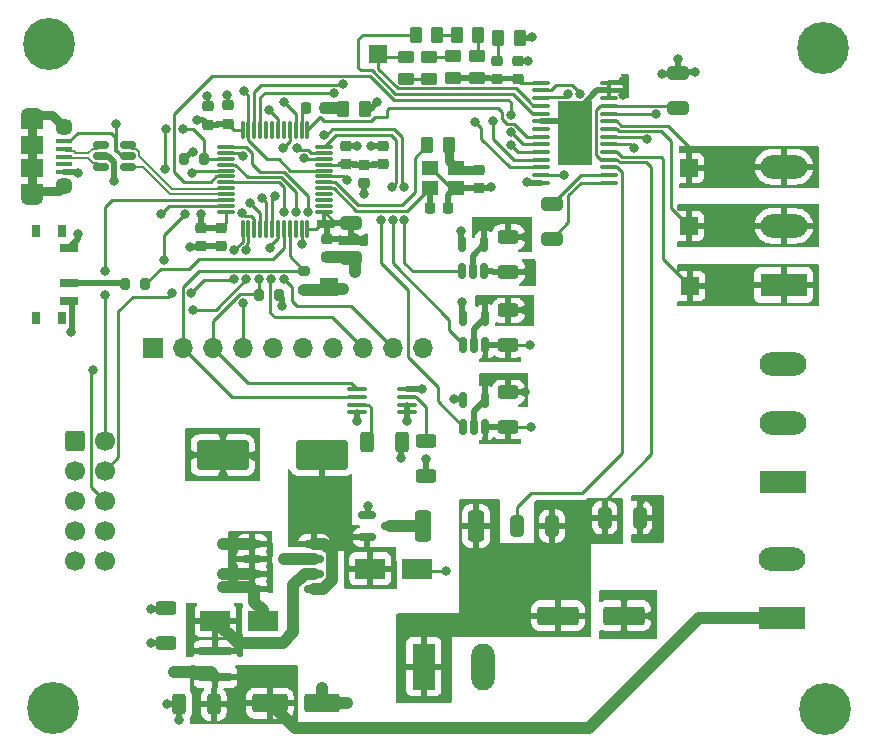
<source format=gbr>
%TF.GenerationSoftware,KiCad,Pcbnew,(6.0.5)*%
%TF.CreationDate,2022-05-23T21:52:17-04:00*%
%TF.ProjectId,HVAC_STM32_Motor_Controller,48564143-5f53-4544-9d33-325f4d6f746f,rev?*%
%TF.SameCoordinates,Original*%
%TF.FileFunction,Copper,L1,Top*%
%TF.FilePolarity,Positive*%
%FSLAX46Y46*%
G04 Gerber Fmt 4.6, Leading zero omitted, Abs format (unit mm)*
G04 Created by KiCad (PCBNEW (6.0.5)) date 2022-05-23 21:52:17*
%MOMM*%
%LPD*%
G01*
G04 APERTURE LIST*
G04 Aperture macros list*
%AMRoundRect*
0 Rectangle with rounded corners*
0 $1 Rounding radius*
0 $2 $3 $4 $5 $6 $7 $8 $9 X,Y pos of 4 corners*
0 Add a 4 corners polygon primitive as box body*
4,1,4,$2,$3,$4,$5,$6,$7,$8,$9,$2,$3,0*
0 Add four circle primitives for the rounded corners*
1,1,$1+$1,$2,$3*
1,1,$1+$1,$4,$5*
1,1,$1+$1,$6,$7*
1,1,$1+$1,$8,$9*
0 Add four rect primitives between the rounded corners*
20,1,$1+$1,$2,$3,$4,$5,0*
20,1,$1+$1,$4,$5,$6,$7,0*
20,1,$1+$1,$6,$7,$8,$9,0*
20,1,$1+$1,$8,$9,$2,$3,0*%
G04 Aperture macros list end*
%TA.AperFunction,SMDPad,CuDef*%
%ADD10RoundRect,0.250000X0.625000X-0.312500X0.625000X0.312500X-0.625000X0.312500X-0.625000X-0.312500X0*%
%TD*%
%TA.AperFunction,ComponentPad*%
%ADD11RoundRect,0.250000X-0.600000X-0.600000X0.600000X-0.600000X0.600000X0.600000X-0.600000X0.600000X0*%
%TD*%
%TA.AperFunction,ComponentPad*%
%ADD12C,1.700000*%
%TD*%
%TA.AperFunction,SMDPad,CuDef*%
%ADD13R,1.500000X1.500000*%
%TD*%
%TA.AperFunction,SMDPad,CuDef*%
%ADD14RoundRect,0.250000X-0.650000X0.325000X-0.650000X-0.325000X0.650000X-0.325000X0.650000X0.325000X0*%
%TD*%
%TA.AperFunction,SMDPad,CuDef*%
%ADD15RoundRect,0.150000X-0.512500X-0.150000X0.512500X-0.150000X0.512500X0.150000X-0.512500X0.150000X0*%
%TD*%
%TA.AperFunction,SMDPad,CuDef*%
%ADD16RoundRect,0.250000X0.650000X-0.325000X0.650000X0.325000X-0.650000X0.325000X-0.650000X-0.325000X0*%
%TD*%
%TA.AperFunction,SMDPad,CuDef*%
%ADD17RoundRect,0.250000X-0.262500X-0.450000X0.262500X-0.450000X0.262500X0.450000X-0.262500X0.450000X0*%
%TD*%
%TA.AperFunction,SMDPad,CuDef*%
%ADD18RoundRect,0.200000X0.200000X0.275000X-0.200000X0.275000X-0.200000X-0.275000X0.200000X-0.275000X0*%
%TD*%
%TA.AperFunction,SMDPad,CuDef*%
%ADD19RoundRect,0.225000X-0.250000X0.225000X-0.250000X-0.225000X0.250000X-0.225000X0.250000X0.225000X0*%
%TD*%
%TA.AperFunction,SMDPad,CuDef*%
%ADD20RoundRect,0.250000X0.262500X0.450000X-0.262500X0.450000X-0.262500X-0.450000X0.262500X-0.450000X0*%
%TD*%
%TA.AperFunction,SMDPad,CuDef*%
%ADD21RoundRect,0.218750X-0.256250X0.218750X-0.256250X-0.218750X0.256250X-0.218750X0.256250X0.218750X0*%
%TD*%
%TA.AperFunction,SMDPad,CuDef*%
%ADD22RoundRect,0.250000X-0.450000X0.262500X-0.450000X-0.262500X0.450000X-0.262500X0.450000X0.262500X0*%
%TD*%
%TA.AperFunction,SMDPad,CuDef*%
%ADD23RoundRect,0.218750X0.218750X0.256250X-0.218750X0.256250X-0.218750X-0.256250X0.218750X-0.256250X0*%
%TD*%
%TA.AperFunction,SMDPad,CuDef*%
%ADD24R,1.400000X1.200000*%
%TD*%
%TA.AperFunction,SMDPad,CuDef*%
%ADD25RoundRect,0.225000X0.250000X-0.225000X0.250000X0.225000X-0.250000X0.225000X-0.250000X-0.225000X0*%
%TD*%
%TA.AperFunction,SMDPad,CuDef*%
%ADD26RoundRect,0.250000X1.950000X1.000000X-1.950000X1.000000X-1.950000X-1.000000X1.950000X-1.000000X0*%
%TD*%
%TA.AperFunction,SMDPad,CuDef*%
%ADD27RoundRect,0.250000X-0.625000X0.312500X-0.625000X-0.312500X0.625000X-0.312500X0.625000X0.312500X0*%
%TD*%
%TA.AperFunction,SMDPad,CuDef*%
%ADD28RoundRect,0.250000X0.325000X0.650000X-0.325000X0.650000X-0.325000X-0.650000X0.325000X-0.650000X0*%
%TD*%
%TA.AperFunction,ComponentPad*%
%ADD29C,4.400000*%
%TD*%
%TA.AperFunction,ComponentPad*%
%ADD30R,3.960000X1.980000*%
%TD*%
%TA.AperFunction,ComponentPad*%
%ADD31O,3.960000X1.980000*%
%TD*%
%TA.AperFunction,SMDPad,CuDef*%
%ADD32RoundRect,0.200000X-0.200000X-0.275000X0.200000X-0.275000X0.200000X0.275000X-0.200000X0.275000X0*%
%TD*%
%TA.AperFunction,SMDPad,CuDef*%
%ADD33RoundRect,0.150000X0.150000X-0.512500X0.150000X0.512500X-0.150000X0.512500X-0.150000X-0.512500X0*%
%TD*%
%TA.AperFunction,SMDPad,CuDef*%
%ADD34R,2.500000X1.800000*%
%TD*%
%TA.AperFunction,SMDPad,CuDef*%
%ADD35RoundRect,0.150000X-0.587500X-0.150000X0.587500X-0.150000X0.587500X0.150000X-0.587500X0.150000X0*%
%TD*%
%TA.AperFunction,SMDPad,CuDef*%
%ADD36RoundRect,0.100000X-0.712500X-0.100000X0.712500X-0.100000X0.712500X0.100000X-0.712500X0.100000X0*%
%TD*%
%TA.AperFunction,SMDPad,CuDef*%
%ADD37R,0.800000X1.000000*%
%TD*%
%TA.AperFunction,SMDPad,CuDef*%
%ADD38R,1.500000X0.700000*%
%TD*%
%TA.AperFunction,SMDPad,CuDef*%
%ADD39RoundRect,0.250000X-1.250000X-0.550000X1.250000X-0.550000X1.250000X0.550000X-1.250000X0.550000X0*%
%TD*%
%TA.AperFunction,SMDPad,CuDef*%
%ADD40R,1.350000X0.400000*%
%TD*%
%TA.AperFunction,ComponentPad*%
%ADD41O,1.900000X1.200000*%
%TD*%
%TA.AperFunction,SMDPad,CuDef*%
%ADD42R,1.900000X1.200000*%
%TD*%
%TA.AperFunction,SMDPad,CuDef*%
%ADD43R,1.900000X1.500000*%
%TD*%
%TA.AperFunction,ComponentPad*%
%ADD44C,1.450000*%
%TD*%
%TA.AperFunction,ComponentPad*%
%ADD45R,1.980000X3.960000*%
%TD*%
%TA.AperFunction,ComponentPad*%
%ADD46O,1.980000X3.960000*%
%TD*%
%TA.AperFunction,SMDPad,CuDef*%
%ADD47RoundRect,0.200000X-0.275000X0.200000X-0.275000X-0.200000X0.275000X-0.200000X0.275000X0.200000X0*%
%TD*%
%TA.AperFunction,SMDPad,CuDef*%
%ADD48RoundRect,0.250000X0.450000X-0.262500X0.450000X0.262500X-0.450000X0.262500X-0.450000X-0.262500X0*%
%TD*%
%TA.AperFunction,SMDPad,CuDef*%
%ADD49RoundRect,0.225000X0.225000X0.250000X-0.225000X0.250000X-0.225000X-0.250000X0.225000X-0.250000X0*%
%TD*%
%TA.AperFunction,SMDPad,CuDef*%
%ADD50RoundRect,0.250000X-0.312500X-0.625000X0.312500X-0.625000X0.312500X0.625000X-0.312500X0.625000X0*%
%TD*%
%TA.AperFunction,SMDPad,CuDef*%
%ADD51RoundRect,0.250000X0.425000X1.075000X-0.425000X1.075000X-0.425000X-1.075000X0.425000X-1.075000X0*%
%TD*%
%TA.AperFunction,SMDPad,CuDef*%
%ADD52RoundRect,0.100000X0.637500X0.100000X-0.637500X0.100000X-0.637500X-0.100000X0.637500X-0.100000X0*%
%TD*%
%TA.AperFunction,SMDPad,CuDef*%
%ADD53R,2.850000X5.400000*%
%TD*%
%TA.AperFunction,SMDPad,CuDef*%
%ADD54RoundRect,0.250000X-0.325000X-0.650000X0.325000X-0.650000X0.325000X0.650000X-0.325000X0.650000X0*%
%TD*%
%TA.AperFunction,ComponentPad*%
%ADD55R,1.700000X1.700000*%
%TD*%
%TA.AperFunction,ComponentPad*%
%ADD56O,1.700000X1.700000*%
%TD*%
%TA.AperFunction,SMDPad,CuDef*%
%ADD57RoundRect,0.250000X-1.500000X-0.550000X1.500000X-0.550000X1.500000X0.550000X-1.500000X0.550000X0*%
%TD*%
%TA.AperFunction,SMDPad,CuDef*%
%ADD58RoundRect,0.150000X0.675000X0.150000X-0.675000X0.150000X-0.675000X-0.150000X0.675000X-0.150000X0*%
%TD*%
%TA.AperFunction,SMDPad,CuDef*%
%ADD59RoundRect,0.250000X0.312500X0.625000X-0.312500X0.625000X-0.312500X-0.625000X0.312500X-0.625000X0*%
%TD*%
%TA.AperFunction,SMDPad,CuDef*%
%ADD60R,2.700000X0.800000*%
%TD*%
%TA.AperFunction,SMDPad,CuDef*%
%ADD61RoundRect,0.075000X0.662500X0.075000X-0.662500X0.075000X-0.662500X-0.075000X0.662500X-0.075000X0*%
%TD*%
%TA.AperFunction,SMDPad,CuDef*%
%ADD62RoundRect,0.075000X0.075000X0.662500X-0.075000X0.662500X-0.075000X-0.662500X0.075000X-0.662500X0*%
%TD*%
%TA.AperFunction,ViaPad*%
%ADD63C,0.800000*%
%TD*%
%TA.AperFunction,Conductor*%
%ADD64C,0.500000*%
%TD*%
%TA.AperFunction,Conductor*%
%ADD65C,0.250000*%
%TD*%
%TA.AperFunction,Conductor*%
%ADD66C,1.000000*%
%TD*%
%TA.AperFunction,Conductor*%
%ADD67C,0.200000*%
%TD*%
%TA.AperFunction,Conductor*%
%ADD68C,0.750000*%
%TD*%
G04 APERTURE END LIST*
D10*
%TO.P,R4,1*%
%TO.N,+3V3*%
X112700000Y-118462500D03*
%TO.P,R4,2*%
%TO.N,GND*%
X112700000Y-115537500D03*
%TD*%
D11*
%TO.P,J1,1,Pin_1*%
%TO.N,+3V3*%
X104972500Y-101370000D03*
D12*
%TO.P,J1,2,Pin_2*%
%TO.N,SWDIO*%
X107512500Y-101370000D03*
%TO.P,J1,3,Pin_3*%
%TO.N,GND*%
X104972500Y-103910000D03*
%TO.P,J1,4,Pin_4*%
%TO.N,SWCLK*%
X107512500Y-103910000D03*
%TO.P,J1,5,Pin_5*%
%TO.N,GND*%
X104972500Y-106450000D03*
%TO.P,J1,6,Pin_6*%
%TO.N,SWO*%
X107512500Y-106450000D03*
%TO.P,J1,7,Pin_7*%
%TO.N,unconnected-(J1-Pad7)*%
X104972500Y-108990000D03*
%TO.P,J1,8,Pin_8*%
%TO.N,unconnected-(J1-Pad8)*%
X107512500Y-108990000D03*
%TO.P,J1,9,Pin_9*%
%TO.N,GND*%
X104972500Y-111530000D03*
%TO.P,J1,10,Pin_10*%
%TO.N,NRST*%
X107512500Y-111530000D03*
%TD*%
D13*
%TO.P,TP7,1,1*%
%TO.N,MOUT3*%
X157010000Y-78295000D03*
%TD*%
D14*
%TO.P,C18,1*%
%TO.N,Net-(C18-Pad1)*%
X145400000Y-81325000D03*
%TO.P,C18,2*%
%TO.N,Net-(C18-Pad2)*%
X145400000Y-84275000D03*
%TD*%
D15*
%TO.P,U3,1,I/O1*%
%TO.N,USB_CONN_D-*%
X107212500Y-76300000D03*
%TO.P,U3,2,GND*%
%TO.N,GND*%
X107212500Y-77250000D03*
%TO.P,U3,3,I/O2*%
%TO.N,USB_CONN_D+*%
X107212500Y-78200000D03*
%TO.P,U3,4,I/O2*%
%TO.N,USB_D+*%
X109487500Y-78200000D03*
%TO.P,U3,5,VBUS*%
%TO.N,+5VD*%
X109487500Y-77250000D03*
%TO.P,U3,6,I/O1*%
%TO.N,USB_D-*%
X109487500Y-76300000D03*
%TD*%
D16*
%TO.P,C1,1*%
%TO.N,GND*%
X128400000Y-85925000D03*
%TO.P,C1,2*%
%TO.N,+3V3*%
X128400000Y-82975000D03*
%TD*%
D17*
%TO.P,R16,1*%
%TO.N,Net-(D4-Pad1)*%
X140837500Y-67250000D03*
%TO.P,R16,2*%
%TO.N,GND*%
X142662500Y-67250000D03*
%TD*%
D18*
%TO.P,R5,1*%
%TO.N,BOOT0*%
X110925000Y-88125000D03*
%TO.P,R5,2*%
%TO.N,Net-(R5-Pad2)*%
X109275000Y-88125000D03*
%TD*%
D13*
%TO.P,TP1,1,1*%
%TO.N,Net-(R9-Pad1)*%
X130700000Y-68600000D03*
%TD*%
D19*
%TO.P,C8,1*%
%TO.N,GND*%
X116237500Y-73075000D03*
%TO.P,C8,2*%
%TO.N,+3V3*%
X116237500Y-74625000D03*
%TD*%
D20*
%TO.P,R7,1*%
%TO.N,Net-(C12-Pad2)*%
X136662500Y-76350000D03*
%TO.P,R7,2*%
%TO.N,OSC_OUT*%
X134837500Y-76350000D03*
%TD*%
D21*
%TO.P,L2,1*%
%TO.N,+3V3*%
X131050000Y-76412500D03*
%TO.P,L2,2*%
%TO.N,+3.3VA*%
X131050000Y-77987500D03*
%TD*%
D22*
%TO.P,R20,1*%
%TO.N,Net-(R19-Pad2)*%
X139000000Y-68837500D03*
%TO.P,R20,2*%
%TO.N,V3P3OUT*%
X139000000Y-70662500D03*
%TD*%
D23*
%TO.P,D1,1,K*%
%TO.N,Net-(D1-Pad1)*%
X126137500Y-73200000D03*
%TO.P,D1,2,A*%
%TO.N,LED_STATUS*%
X124562500Y-73200000D03*
%TD*%
D24*
%TO.P,Y1,1,1*%
%TO.N,OSC_IN*%
X135050000Y-79950000D03*
%TO.P,Y1,2,2*%
%TO.N,GND*%
X137250000Y-79950000D03*
%TO.P,Y1,3,3*%
%TO.N,Net-(C12-Pad2)*%
X137250000Y-78250000D03*
%TO.P,Y1,4,4*%
%TO.N,GND*%
X135050000Y-78250000D03*
%TD*%
D25*
%TO.P,C6,1*%
%TO.N,GND*%
X117337500Y-84925000D03*
%TO.P,C6,2*%
%TO.N,+3V3*%
X117337500Y-83375000D03*
%TD*%
D26*
%TO.P,C7,1*%
%TO.N,BUCK_IN*%
X125900000Y-102600000D03*
%TO.P,C7,2*%
%TO.N,GND*%
X117500000Y-102600000D03*
%TD*%
D25*
%TO.P,C4,1*%
%TO.N,GND*%
X115637500Y-84925000D03*
%TO.P,C4,2*%
%TO.N,+3V3*%
X115637500Y-83375000D03*
%TD*%
D27*
%TO.P,R13,1*%
%TO.N,Net-(R13-Pad1)*%
X134700000Y-101437500D03*
%TO.P,R13,2*%
%TO.N,+3V3*%
X134700000Y-104362500D03*
%TD*%
D28*
%TO.P,C14,1*%
%TO.N,VM*%
X145400000Y-108600000D03*
%TO.P,C14,2*%
%TO.N,VCP*%
X142450000Y-108600000D03*
%TD*%
D13*
%TO.P,TP6,1,1*%
%TO.N,MOUT2*%
X157010000Y-83195000D03*
%TD*%
D25*
%TO.P,C10,1*%
%TO.N,GND*%
X129500000Y-79575000D03*
%TO.P,C10,2*%
%TO.N,+3.3VA*%
X129500000Y-78025000D03*
%TD*%
D29*
%TO.P,H2,1,1*%
%TO.N,GND*%
X168300000Y-68100000D03*
%TD*%
D30*
%TO.P,J9,1,Pin_1*%
%TO.N,BUCK_FB*%
X164900000Y-116400000D03*
D31*
%TO.P,J9,2,Pin_2*%
%TO.N,GND*%
X164900000Y-111400000D03*
%TD*%
D32*
%TO.P,R6,1*%
%TO.N,I2C1_SDA*%
X120625000Y-89050000D03*
%TO.P,R6,2*%
%TO.N,+3V3*%
X122275000Y-89050000D03*
%TD*%
D33*
%TO.P,U8,1*%
%TO.N,ADC1_IN3*%
X137850000Y-93237500D03*
%TO.P,U8,2,GND*%
%TO.N,GND*%
X138800000Y-93237500D03*
%TO.P,U8,3,+*%
%TO.N,CSENS2*%
X139750000Y-93237500D03*
%TO.P,U8,4,-*%
%TO.N,GND*%
X139750000Y-90962500D03*
%TO.P,U8,5,V+*%
%TO.N,+3V3*%
X137850000Y-90962500D03*
%TD*%
D17*
%TO.P,R19,1*%
%TO.N,Net-(R14-Pad2)*%
X137337500Y-67000000D03*
%TO.P,R19,2*%
%TO.N,Net-(R19-Pad2)*%
X139162500Y-67000000D03*
%TD*%
D34*
%TO.P,D3,1,K*%
%TO.N,BUCK_IN*%
X130000000Y-112200000D03*
%TO.P,D3,2,A*%
%TO.N,+5VD*%
X134000000Y-112200000D03*
%TD*%
D35*
%TO.P,Q1,1,G*%
%TO.N,GND*%
X129762500Y-107650000D03*
%TO.P,Q1,2,S*%
%TO.N,BUCK_IN*%
X129762500Y-109550000D03*
%TO.P,Q1,3,D*%
%TO.N,Net-(F1-Pad2)*%
X131637500Y-108600000D03*
%TD*%
D36*
%TO.P,U7,1,SDA*%
%TO.N,I2C1_SDA*%
X128887500Y-97025000D03*
%TO.P,U7,2,SCL*%
%TO.N,I2C1_SCL*%
X128887500Y-97675000D03*
%TO.P,U7,3,O.S.*%
%TO.N,Net-(R12-Pad1)*%
X128887500Y-98325000D03*
%TO.P,U7,4,GND*%
%TO.N,GND*%
X128887500Y-98975000D03*
%TO.P,U7,5,A2*%
X133112500Y-98975000D03*
%TO.P,U7,6,A1*%
X133112500Y-98325000D03*
%TO.P,U7,7,A0*%
%TO.N,Net-(R13-Pad1)*%
X133112500Y-97675000D03*
%TO.P,U7,8,+Vs*%
%TO.N,+3V3*%
X133112500Y-97025000D03*
%TD*%
D33*
%TO.P,U5,1*%
%TO.N,ADC1_IN1*%
X137750000Y-87037500D03*
%TO.P,U5,2,GND*%
%TO.N,GND*%
X138700000Y-87037500D03*
%TO.P,U5,3,+*%
%TO.N,CSENS1*%
X139650000Y-87037500D03*
%TO.P,U5,4,-*%
%TO.N,GND*%
X139650000Y-84762500D03*
%TO.P,U5,5,V+*%
%TO.N,+3V3*%
X137750000Y-84762500D03*
%TD*%
D37*
%TO.P,SW1,*%
%TO.N,*%
X101670000Y-83650000D03*
X103880000Y-83650000D03*
X103880000Y-90950000D03*
X101670000Y-90950000D03*
D38*
%TO.P,SW1,1,A*%
%TO.N,+3V3*%
X104530000Y-85050000D03*
%TO.P,SW1,2,B*%
%TO.N,Net-(R5-Pad2)*%
X104530000Y-88050000D03*
%TO.P,SW1,3,C*%
%TO.N,GND*%
X104530000Y-89550000D03*
%TD*%
D39*
%TO.P,C5,1*%
%TO.N,BUCK_FB*%
X121500000Y-123600000D03*
%TO.P,C5,2*%
%TO.N,GND*%
X125900000Y-123600000D03*
%TD*%
D22*
%TO.P,R9,1*%
%TO.N,Net-(R9-Pad1)*%
X133000000Y-68887500D03*
%TO.P,R9,2*%
%TO.N,Net-(R17-Pad1)*%
X133000000Y-70712500D03*
%TD*%
D40*
%TO.P,J5,1,VBUS*%
%TO.N,+5VD*%
X104062500Y-76025000D03*
%TO.P,J5,2,D-*%
%TO.N,USB_CONN_D-*%
X104062500Y-76675000D03*
%TO.P,J5,3,D+*%
%TO.N,USB_CONN_D+*%
X104062500Y-77325000D03*
%TO.P,J5,4,ID*%
%TO.N,unconnected-(J5-Pad4)*%
X104062500Y-77975000D03*
%TO.P,J5,5,GND*%
%TO.N,GND*%
X104062500Y-78625000D03*
D41*
%TO.P,J5,6,Shield*%
%TO.N,unconnected-(J5-Pad6)*%
X101362500Y-80825000D03*
D42*
X101362500Y-74425000D03*
X101362500Y-80225000D03*
D43*
X101362500Y-76325000D03*
D41*
X101362500Y-73825000D03*
D44*
X104062500Y-79825000D03*
D43*
X101362500Y-78325000D03*
D44*
X104062500Y-74825000D03*
%TD*%
D29*
%TO.P,H3,1,1*%
%TO.N,GND*%
X168500000Y-124100000D03*
%TD*%
D25*
%TO.P,C12,1*%
%TO.N,GND*%
X139250000Y-79975000D03*
%TO.P,C12,2*%
%TO.N,Net-(C12-Pad2)*%
X139250000Y-78425000D03*
%TD*%
D45*
%TO.P,J3,1,Pin_1*%
%TO.N,VM*%
X134535000Y-120500000D03*
D46*
%TO.P,J3,2,Pin_2*%
%TO.N,GND*%
X139535000Y-120500000D03*
%TD*%
D17*
%TO.P,R1,1*%
%TO.N,Net-(D1-Pad1)*%
X127737500Y-73262500D03*
%TO.P,R1,2*%
%TO.N,GND*%
X129562500Y-73262500D03*
%TD*%
D47*
%TO.P,R8,1*%
%TO.N,I2C1_SCL*%
X124400000Y-86975000D03*
%TO.P,R8,2*%
%TO.N,+3V3*%
X124400000Y-88625000D03*
%TD*%
D10*
%TO.P,R15,1*%
%TO.N,CSENS2*%
X141700000Y-93262500D03*
%TO.P,R15,2*%
%TO.N,GND*%
X141700000Y-90337500D03*
%TD*%
D25*
%TO.P,C16,1*%
%TO.N,V3P3OUT*%
X142500000Y-70775000D03*
%TO.P,C16,2*%
%TO.N,GND*%
X142500000Y-69225000D03*
%TD*%
D17*
%TO.P,R14,1*%
%TO.N,Net-(R14-Pad1)*%
X133837500Y-67000000D03*
%TO.P,R14,2*%
%TO.N,Net-(R14-Pad2)*%
X135662500Y-67000000D03*
%TD*%
D18*
%TO.P,R2,1*%
%TO.N,SPI2_MISO*%
X115925000Y-77550000D03*
%TO.P,R2,2*%
%TO.N,+3V3*%
X114275000Y-77550000D03*
%TD*%
D48*
%TO.P,R17,1*%
%TO.N,Net-(R17-Pad1)*%
X135000000Y-70712500D03*
%TO.P,R17,2*%
%TO.N,Net-(R17-Pad2)*%
X135000000Y-68887500D03*
%TD*%
D29*
%TO.P,H4,1,1*%
%TO.N,GND*%
X103100000Y-124000000D03*
%TD*%
D30*
%TO.P,J4,1,Pin_1*%
%TO.N,HALL1*%
X164920000Y-104890000D03*
D31*
%TO.P,J4,2,Pin_2*%
%TO.N,HALL2*%
X164920000Y-99890000D03*
%TO.P,J4,3,Pin_3*%
%TO.N,HALL3*%
X164920000Y-94890000D03*
%TD*%
D49*
%TO.P,C11,1*%
%TO.N,GND*%
X136625000Y-81650000D03*
%TO.P,C11,2*%
%TO.N,OSC_IN*%
X135075000Y-81650000D03*
%TD*%
D13*
%TO.P,TP4,1,1*%
%TO.N,MOUT1*%
X157110000Y-88295000D03*
%TD*%
D19*
%TO.P,C9,1*%
%TO.N,GND*%
X127950000Y-76425000D03*
%TO.P,C9,2*%
%TO.N,+3.3VA*%
X127950000Y-77975000D03*
%TD*%
D13*
%TO.P,TP5,1,1*%
%TO.N,+3V3*%
X126500000Y-88400000D03*
%TD*%
D30*
%TO.P,J6,1,Pin_1*%
%TO.N,MOUT1*%
X165010000Y-88195000D03*
D31*
%TO.P,J6,2,Pin_2*%
%TO.N,MOUT2*%
X165010000Y-83195000D03*
%TO.P,J6,3,Pin_3*%
%TO.N,MOUT3*%
X165010000Y-78195000D03*
%TD*%
D50*
%TO.P,R12,1*%
%TO.N,Net-(R12-Pad1)*%
X129737500Y-101500000D03*
%TO.P,R12,2*%
%TO.N,+3V3*%
X132662500Y-101500000D03*
%TD*%
D21*
%TO.P,D4,1,K*%
%TO.N,Net-(D4-Pad1)*%
X140750000Y-69212500D03*
%TO.P,D4,2,A*%
%TO.N,V3P3OUT*%
X140750000Y-70787500D03*
%TD*%
D51*
%TO.P,F1,1*%
%TO.N,VM*%
X138950000Y-108600000D03*
%TO.P,F1,2*%
%TO.N,Net-(F1-Pad2)*%
X134450000Y-108600000D03*
%TD*%
D52*
%TO.P,U4,1,CPL*%
%TO.N,Net-(C18-Pad2)*%
X150212500Y-79525000D03*
%TO.P,U4,2,CPH*%
%TO.N,Net-(C18-Pad1)*%
X150212500Y-78875000D03*
%TO.P,U4,3,VCP*%
%TO.N,VCP*%
X150212500Y-78225000D03*
%TO.P,U4,4,VM*%
%TO.N,VM*%
X150212500Y-77575000D03*
%TO.P,U4,5,OUT1*%
%TO.N,MOUT1*%
X150212500Y-76925000D03*
%TO.P,U4,6,PGND1*%
%TO.N,CSENS1*%
X150212500Y-76275000D03*
%TO.P,U4,7,PGND2*%
%TO.N,CSENS2*%
X150212500Y-75625000D03*
%TO.P,U4,8,OUT2*%
%TO.N,MOUT2*%
X150212500Y-74975000D03*
%TO.P,U4,9,OUT3*%
%TO.N,MOUT3*%
X150212500Y-74325000D03*
%TO.P,U4,10,PGND3*%
%TO.N,CSENS3*%
X150212500Y-73675000D03*
%TO.P,U4,11,VM*%
%TO.N,VM*%
X150212500Y-73025000D03*
%TO.P,U4,12,COMPP*%
%TO.N,GND*%
X150212500Y-72375000D03*
%TO.P,U4,13,COMPN*%
X150212500Y-71725000D03*
%TO.P,U4,14,GND*%
X150212500Y-71075000D03*
%TO.P,U4,15,V3P3*%
%TO.N,V3P3OUT*%
X144487500Y-71075000D03*
%TO.P,U4,16,nRESET*%
%TO.N,DRV_nRESET*%
X144487500Y-71725000D03*
%TO.P,U4,17,nSLEEP*%
%TO.N,DRV_nSLEEP*%
X144487500Y-72375000D03*
%TO.P,U4,18,nFAULT*%
%TO.N,Net-(R9-Pad1)*%
X144487500Y-73025000D03*
%TO.P,U4,19,nCOMPO*%
%TO.N,Net-(R14-Pad1)*%
X144487500Y-73675000D03*
%TO.P,U4,20,GND*%
%TO.N,GND*%
X144487500Y-74325000D03*
%TO.P,U4,21,NC*%
%TO.N,unconnected-(U4-Pad21)*%
X144487500Y-74975000D03*
%TO.P,U4,22,EN3*%
%TO.N,PWM3_EN*%
X144487500Y-75625000D03*
%TO.P,U4,23,IN3*%
%TO.N,PWM3*%
X144487500Y-76275000D03*
%TO.P,U4,24,EN2*%
%TO.N,PWM2_EN*%
X144487500Y-76925000D03*
%TO.P,U4,25,IN2*%
%TO.N,PWM2*%
X144487500Y-77575000D03*
%TO.P,U4,26,EN1*%
%TO.N,PWM1_EN*%
X144487500Y-78225000D03*
%TO.P,U4,27,IN1*%
%TO.N,PWM1*%
X144487500Y-78875000D03*
%TO.P,U4,28,GND*%
%TO.N,GND*%
X144487500Y-79525000D03*
D53*
%TO.P,U4,29,Thermal_PAD_GND*%
X147350000Y-75300000D03*
%TD*%
D19*
%TO.P,C3,1*%
%TO.N,GND*%
X117937500Y-72975000D03*
%TO.P,C3,2*%
%TO.N,+3V3*%
X117937500Y-74525000D03*
%TD*%
D34*
%TO.P,D2,1,K*%
%TO.N,BUCK_OUT*%
X116900000Y-116600000D03*
%TO.P,D2,2,A*%
%TO.N,GND*%
X120900000Y-116600000D03*
%TD*%
D54*
%TO.P,C15,1*%
%TO.N,VM*%
X149850000Y-107900000D03*
%TO.P,C15,2*%
%TO.N,GND*%
X152800000Y-107900000D03*
%TD*%
D55*
%TO.P,J2,1,Pin_1*%
%TO.N,+3V3*%
X111575000Y-93500000D03*
D56*
%TO.P,J2,2,Pin_2*%
%TO.N,I2C1_SCL*%
X114115000Y-93500000D03*
%TO.P,J2,3,Pin_3*%
%TO.N,I2C1_SDA*%
X116655000Y-93500000D03*
%TO.P,J2,4,Pin_4*%
%TO.N,SPI2_SCK*%
X119195000Y-93500000D03*
%TO.P,J2,5,Pin_5*%
%TO.N,SPI2_MISO*%
X121735000Y-93500000D03*
%TO.P,J2,6,Pin_6*%
%TO.N,SPI2_MOSI*%
X124275000Y-93500000D03*
%TO.P,J2,7,Pin_7*%
%TO.N,SPI2_NSS*%
X126815000Y-93500000D03*
%TO.P,J2,8,Pin_8*%
%TO.N,UART1_TX*%
X129355000Y-93500000D03*
%TO.P,J2,9,Pin_9*%
%TO.N,UART1_RX*%
X131895000Y-93500000D03*
%TO.P,J2,10,Pin_10*%
%TO.N,GND*%
X134435000Y-93500000D03*
%TD*%
D29*
%TO.P,H1,1,1*%
%TO.N,GND*%
X102800000Y-67800000D03*
%TD*%
D57*
%TO.P,C13,1*%
%TO.N,VM*%
X145900000Y-116200000D03*
%TO.P,C13,2*%
%TO.N,GND*%
X151500000Y-116200000D03*
%TD*%
D58*
%TO.P,U2,1,VIN*%
%TO.N,BUCK_IN*%
X125225000Y-113905000D03*
%TO.P,U2,2,OUT*%
%TO.N,BUCK_OUT*%
X125225000Y-112635000D03*
%TO.P,U2,3,FB*%
%TO.N,BUCK_FB*%
X125225000Y-111365000D03*
%TO.P,U2,4,EN*%
%TO.N,BUCK_IN*%
X125225000Y-110095000D03*
%TO.P,U2,5,GND*%
%TO.N,GND*%
X119975000Y-110095000D03*
%TO.P,U2,6,GND*%
X119975000Y-111365000D03*
%TO.P,U2,7,GND*%
X119975000Y-112635000D03*
%TO.P,U2,8,GND*%
X119975000Y-113905000D03*
%TD*%
D59*
%TO.P,R3,1*%
%TO.N,BUCK_FB*%
X116762500Y-123700000D03*
%TO.P,R3,2*%
%TO.N,+3V3*%
X113837500Y-123700000D03*
%TD*%
D10*
%TO.P,R10,1*%
%TO.N,CSENS1*%
X141700000Y-87062500D03*
%TO.P,R10,2*%
%TO.N,GND*%
X141700000Y-84137500D03*
%TD*%
%TO.P,R11,1*%
%TO.N,CSENS3*%
X141700000Y-100200000D03*
%TO.P,R11,2*%
%TO.N,GND*%
X141700000Y-97275000D03*
%TD*%
D16*
%TO.P,C17,1*%
%TO.N,VM*%
X156100000Y-73175000D03*
%TO.P,C17,2*%
%TO.N,GND*%
X156100000Y-70225000D03*
%TD*%
D60*
%TO.P,L1,1*%
%TO.N,BUCK_OUT*%
X116900000Y-119200000D03*
%TO.P,L1,2*%
%TO.N,BUCK_FB*%
X116900000Y-121400000D03*
%TD*%
D25*
%TO.P,C2,1*%
%TO.N,GND*%
X126337500Y-85825000D03*
%TO.P,C2,2*%
%TO.N,+3V3*%
X126337500Y-84275000D03*
%TD*%
D61*
%TO.P,U1,1,VBAT*%
%TO.N,+3V3*%
X126100000Y-82000000D03*
%TO.P,U1,2,PC13*%
%TO.N,unconnected-(U1-Pad2)*%
X126100000Y-81500000D03*
%TO.P,U1,3,PC14*%
%TO.N,unconnected-(U1-Pad3)*%
X126100000Y-81000000D03*
%TO.P,U1,4,PC15*%
%TO.N,unconnected-(U1-Pad4)*%
X126100000Y-80500000D03*
%TO.P,U1,5,PF0*%
%TO.N,OSC_IN*%
X126100000Y-80000000D03*
%TO.P,U1,6,PF1*%
%TO.N,OSC_OUT*%
X126100000Y-79500000D03*
%TO.P,U1,7,NRST*%
%TO.N,NRST*%
X126100000Y-79000000D03*
%TO.P,U1,8,VSSA*%
%TO.N,GND*%
X126100000Y-78500000D03*
%TO.P,U1,9,VDDA*%
%TO.N,+3.3VA*%
X126100000Y-78000000D03*
%TO.P,U1,10,PA0*%
%TO.N,ADC1_IN1*%
X126100000Y-77500000D03*
%TO.P,U1,11,PA1*%
%TO.N,PWM2*%
X126100000Y-77000000D03*
%TO.P,U1,12,PA2*%
%TO.N,ADC1_IN3*%
X126100000Y-76500000D03*
D62*
%TO.P,U1,13,PA3*%
%TO.N,PWM3_EN*%
X124687500Y-75087500D03*
%TO.P,U1,14,PA4*%
%TO.N,LED_STATUS*%
X124187500Y-75087500D03*
%TO.P,U1,15,PA5*%
%TO.N,PWM1*%
X123687500Y-75087500D03*
%TO.P,U1,16,PA6*%
%TO.N,PWM1_EN*%
X123187500Y-75087500D03*
%TO.P,U1,17,PA7*%
%TO.N,unconnected-(U1-Pad17)*%
X122687500Y-75087500D03*
%TO.P,U1,18,PB0*%
%TO.N,ADC1_IN11*%
X122187500Y-75087500D03*
%TO.P,U1,19,PB1*%
%TO.N,unconnected-(U1-Pad19)*%
X121687500Y-75087500D03*
%TO.P,U1,20,PB2*%
%TO.N,unconnected-(U1-Pad20)*%
X121187500Y-75087500D03*
%TO.P,U1,21,PB10*%
%TO.N,DRV_nSLEEP*%
X120687500Y-75087500D03*
%TO.P,U1,22,PB11*%
%TO.N,DRV_nRESET*%
X120187500Y-75087500D03*
%TO.P,U1,23,VSS*%
%TO.N,GND*%
X119687500Y-75087500D03*
%TO.P,U1,24,VDD*%
%TO.N,+3V3*%
X119187500Y-75087500D03*
D61*
%TO.P,U1,25,PB12*%
%TO.N,SPI2_NSS*%
X117775000Y-76500000D03*
%TO.P,U1,26,PB13*%
%TO.N,SPI2_SCK*%
X117775000Y-77000000D03*
%TO.P,U1,27,PB14*%
%TO.N,SPI2_MISO*%
X117775000Y-77500000D03*
%TO.P,U1,28,PB15*%
%TO.N,SPI2_MOSI*%
X117775000Y-78000000D03*
%TO.P,U1,29,PA8*%
%TO.N,HALL1*%
X117775000Y-78500000D03*
%TO.P,U1,30,PA9*%
%TO.N,PWM3*%
X117775000Y-79000000D03*
%TO.P,U1,31,PA10*%
%TO.N,UART1_RX*%
X117775000Y-79500000D03*
%TO.P,U1,32,PA11*%
%TO.N,USB_D-*%
X117775000Y-80000000D03*
%TO.P,U1,33,PA12*%
%TO.N,USB_D+*%
X117775000Y-80500000D03*
%TO.P,U1,34,PA13*%
%TO.N,SWDIO*%
X117775000Y-81000000D03*
%TO.P,U1,35,VSS*%
%TO.N,GND*%
X117775000Y-81500000D03*
%TO.P,U1,36,VDD*%
%TO.N,+3V3*%
X117775000Y-82000000D03*
D62*
%TO.P,U1,37,PA14*%
%TO.N,SWCLK*%
X119187500Y-83412500D03*
%TO.P,U1,38,PA15*%
%TO.N,HALL2*%
X119687500Y-83412500D03*
%TO.P,U1,39,PB3*%
%TO.N,SWO*%
X120187500Y-83412500D03*
%TO.P,U1,40,PB4*%
%TO.N,PWM2_EN*%
X120687500Y-83412500D03*
%TO.P,U1,41,PB5*%
%TO.N,HALL3*%
X121187500Y-83412500D03*
%TO.P,U1,42,PB6*%
%TO.N,UART1_TX*%
X121687500Y-83412500D03*
%TO.P,U1,43,PB7*%
%TO.N,I2C1_SDA*%
X122187500Y-83412500D03*
%TO.P,U1,44,BOOT0*%
%TO.N,BOOT0*%
X122687500Y-83412500D03*
%TO.P,U1,45,PB8*%
%TO.N,I2C1_SCL*%
X123187500Y-83412500D03*
%TO.P,U1,46,PB9*%
%TO.N,unconnected-(U1-Pad46)*%
X123687500Y-83412500D03*
%TO.P,U1,47,VSS*%
%TO.N,GND*%
X124187500Y-83412500D03*
%TO.P,U1,48,VDD*%
%TO.N,+3V3*%
X124687500Y-83412500D03*
%TD*%
D33*
%TO.P,U6,1*%
%TO.N,ADC1_IN11*%
X137850000Y-100175000D03*
%TO.P,U6,2,GND*%
%TO.N,GND*%
X138800000Y-100175000D03*
%TO.P,U6,3,+*%
%TO.N,CSENS3*%
X139750000Y-100175000D03*
%TO.P,U6,4,-*%
%TO.N,GND*%
X139750000Y-97900000D03*
%TO.P,U6,5,V+*%
%TO.N,+3V3*%
X137850000Y-97900000D03*
%TD*%
D22*
%TO.P,R18,1*%
%TO.N,Net-(R17-Pad2)*%
X137000000Y-68837500D03*
%TO.P,R18,2*%
%TO.N,V3P3OUT*%
X137000000Y-70662500D03*
%TD*%
D63*
%TO.N,GND*%
X117500000Y-104300000D03*
X108300000Y-79400000D03*
X120200000Y-102700000D03*
X152900000Y-106400000D03*
X157500000Y-70200000D03*
X120200000Y-115000000D03*
X151400000Y-70900000D03*
X119300000Y-71800000D03*
X143300000Y-79500000D03*
X151500000Y-114700000D03*
X129800000Y-106900000D03*
X143400000Y-69200000D03*
X143100000Y-90300000D03*
X128900000Y-99700000D03*
X125900000Y-122300000D03*
X105300000Y-78700000D03*
X143100000Y-84100000D03*
X152800000Y-109500000D03*
X129500000Y-80500000D03*
X104700000Y-92200000D03*
X114800000Y-102600000D03*
X151500000Y-117700000D03*
X117500000Y-110100000D03*
X133100000Y-99700000D03*
X130600000Y-72724500D03*
X143700000Y-67200000D03*
X114700000Y-85000000D03*
X128724500Y-87100000D03*
X128900000Y-76400000D03*
X117900000Y-72100000D03*
X116200000Y-72200000D03*
X124200000Y-84700000D03*
X156100000Y-69100000D03*
X117500000Y-113800000D03*
X154700000Y-70300000D03*
X151400000Y-72100000D03*
X143100000Y-97237500D03*
X117500000Y-100800000D03*
X111400000Y-115600000D03*
X117500000Y-112700000D03*
X128000000Y-123600000D03*
X140200000Y-79900000D03*
X154100000Y-107900000D03*
X112249951Y-82174549D03*
X153800000Y-116200000D03*
%TO.N,+3V3*%
X130100000Y-76400000D03*
X115006425Y-76924500D03*
X128724500Y-84200000D03*
X111400000Y-118500000D03*
X115300000Y-74200000D03*
X134700000Y-102900000D03*
X105300000Y-83900000D03*
X113800000Y-125000000D03*
X134400000Y-97000000D03*
X137800000Y-89600000D03*
X132600000Y-102800000D03*
X115700000Y-82200000D03*
X137700000Y-83600000D03*
X127700000Y-88500000D03*
X122500000Y-90000000D03*
X112800000Y-123700000D03*
X137100000Y-97837500D03*
%TO.N,BUCK_FB*%
X113400000Y-121000000D03*
X122700000Y-111400000D03*
%TO.N,+5VD*%
X108500000Y-74600000D03*
X136400000Y-112400000D03*
%TO.N,SWDIO*%
X107550000Y-89000000D03*
X107550000Y-87000000D03*
%TO.N,SWCLK*%
X114850000Y-88850000D03*
X118500000Y-85200000D03*
X113200000Y-88900000D03*
X118500000Y-87700000D03*
%TO.N,SWO*%
X119112000Y-82075500D03*
X106550000Y-95400000D03*
%TO.N,NRST*%
X128000000Y-79300000D03*
%TO.N,I2C1_SDA*%
X120600498Y-87699989D03*
X121475500Y-85081513D03*
%TO.N,SPI2_SCK*%
X119250000Y-89700000D03*
X119250000Y-77275500D03*
%TO.N,SPI2_MISO*%
X112662299Y-78362299D03*
X112675500Y-75000000D03*
X114124500Y-74975500D03*
%TO.N,SPI2_MOSI*%
X123750000Y-82000000D03*
%TO.N,SPI2_NSS*%
X124749503Y-82000000D03*
%TO.N,UART1_TX*%
X121975500Y-80700000D03*
X121600000Y-87700000D03*
%TO.N,UART1_RX*%
X122700000Y-82000000D03*
X122700000Y-87700000D03*
%TO.N,HALL1*%
X114900000Y-78750011D03*
X112500000Y-86075500D03*
X114312299Y-82187701D03*
%TO.N,HALL2*%
X119512299Y-85212299D03*
X115000000Y-90300000D03*
X119500000Y-87700000D03*
%TO.N,HALL3*%
X120800000Y-80800000D03*
%TO.N,CSENS1*%
X152300000Y-76600000D03*
X143400000Y-87000000D03*
%TO.N,CSENS3*%
X154200000Y-73749500D03*
X143600000Y-100237500D03*
%TO.N,CSENS2*%
X143500000Y-93300000D03*
X153400000Y-75873179D03*
%TO.N,ADC1_IN1*%
X132895825Y-79927792D03*
X132900000Y-82700000D03*
X124430159Y-77469841D03*
X126087701Y-75487701D03*
%TO.N,PWM2*%
X140400000Y-74275500D03*
X123775500Y-76602762D03*
%TO.N,ADC1_IN3*%
X131900494Y-82700037D03*
X131884023Y-79914996D03*
%TO.N,PWM1*%
X146400000Y-78900000D03*
X122700000Y-72700000D03*
%TO.N,PWM1_EN*%
X122600000Y-76600000D03*
X138900000Y-74375500D03*
%TO.N,ADC1_IN11*%
X121412000Y-73400000D03*
X130900992Y-82700000D03*
%TO.N,DRV_nSLEEP*%
X126900000Y-71974500D03*
X146750000Y-72000498D03*
%TO.N,DRV_nRESET*%
X147750000Y-72000000D03*
X127700000Y-71200000D03*
%TO.N,PWM3*%
X141900000Y-73800000D03*
X141900000Y-75274980D03*
%TO.N,PWM2_EN*%
X141900000Y-76300000D03*
X119824500Y-81220583D03*
%TD*%
D64*
%TO.N,GND*%
X107772849Y-77250000D02*
X107212500Y-77250000D01*
X108300000Y-79400000D02*
X108324520Y-79375480D01*
X114700000Y-85000000D02*
X115562500Y-85000000D01*
D65*
X136850000Y-79950000D02*
X137250000Y-79950000D01*
X122235718Y-77500000D02*
X121297494Y-77500000D01*
D64*
X104729511Y-92170489D02*
X104700000Y-92200000D01*
D66*
X125900000Y-122300000D02*
X125900000Y-123600000D01*
D65*
X119687500Y-75890006D02*
X119687500Y-75087500D01*
D64*
X139250000Y-79975000D02*
X140125000Y-79975000D01*
D65*
X116237500Y-72237500D02*
X116200000Y-72200000D01*
D64*
X136625000Y-80575000D02*
X137250000Y-79950000D01*
X140125000Y-79975000D02*
X140200000Y-79900000D01*
X143375000Y-69225000D02*
X143400000Y-69200000D01*
X154700000Y-70300000D02*
X156025000Y-70300000D01*
X111400000Y-115600000D02*
X112637500Y-115600000D01*
D66*
X119910000Y-112700000D02*
X119975000Y-112635000D01*
D64*
X138800000Y-91912500D02*
X139750000Y-90962500D01*
X117337500Y-84925000D02*
X115637500Y-84925000D01*
X147350000Y-73601391D02*
X149226391Y-71725000D01*
X139250000Y-79975000D02*
X137275000Y-79975000D01*
D66*
X120200000Y-114130000D02*
X119975000Y-113905000D01*
X120900000Y-115700000D02*
X120200000Y-115000000D01*
D64*
X112637500Y-115600000D02*
X112700000Y-115537500D01*
D65*
X124200000Y-83425000D02*
X124187500Y-83412500D01*
D64*
X142500000Y-69225000D02*
X143375000Y-69225000D01*
D66*
X117500000Y-110100000D02*
X119970000Y-110100000D01*
D65*
X135050000Y-78250000D02*
X135150000Y-78250000D01*
D66*
X128724500Y-87100000D02*
X128724500Y-86249500D01*
D65*
X124200000Y-84700000D02*
X124200000Y-83425000D01*
D64*
X138700000Y-85712500D02*
X139650000Y-84762500D01*
D65*
X116024614Y-81500000D02*
X117775000Y-81500000D01*
D64*
X143300000Y-79500000D02*
X143325000Y-79525000D01*
X146375000Y-74325000D02*
X147350000Y-75300000D01*
X130062000Y-73262500D02*
X130600000Y-72724500D01*
X105225000Y-78625000D02*
X105300000Y-78700000D01*
X129800000Y-107612500D02*
X129762500Y-107650000D01*
D66*
X126337500Y-85825000D02*
X128300000Y-85825000D01*
D64*
X149226391Y-71725000D02*
X150212500Y-71725000D01*
X138700000Y-87037500D02*
X138700000Y-85712500D01*
X104530000Y-89550000D02*
X104729511Y-89749511D01*
D65*
X123235718Y-78500000D02*
X122235718Y-77500000D01*
X121297494Y-77500000D02*
X119687500Y-75890006D01*
D66*
X128300000Y-85825000D02*
X128400000Y-85925000D01*
D64*
X138800000Y-98850000D02*
X139750000Y-97900000D01*
D65*
X117937500Y-72137500D02*
X117900000Y-72100000D01*
D66*
X117500000Y-112700000D02*
X119910000Y-112700000D01*
X128724500Y-86249500D02*
X128400000Y-85925000D01*
X119870000Y-113800000D02*
X119975000Y-113905000D01*
D64*
X108324520Y-79375480D02*
X108324520Y-77801671D01*
X129500000Y-80500000D02*
X129500000Y-79575000D01*
D65*
X112249951Y-82174549D02*
X112961310Y-81463190D01*
D66*
X119970000Y-110100000D02*
X119975000Y-110095000D01*
D64*
X143325000Y-79525000D02*
X144487500Y-79525000D01*
X143650000Y-67250000D02*
X143700000Y-67200000D01*
X104729511Y-89749511D02*
X104729511Y-92170489D01*
X147350000Y-75300000D02*
X147350000Y-73601391D01*
X136625000Y-81650000D02*
X136625000Y-80575000D01*
D65*
X119687500Y-72187500D02*
X119687500Y-75087500D01*
D64*
X129600000Y-73225000D02*
X129562500Y-73262500D01*
X128900000Y-99700000D02*
X128900000Y-98987500D01*
X133100000Y-99700000D02*
X133100000Y-98337500D01*
D66*
X120900000Y-116600000D02*
X120900000Y-115700000D01*
D64*
X108324520Y-77801671D02*
X107772849Y-77250000D01*
X142662500Y-67250000D02*
X143650000Y-67250000D01*
X157500000Y-70200000D02*
X156125000Y-70200000D01*
X138800000Y-100175000D02*
X138800000Y-98850000D01*
D65*
X115987804Y-81463190D02*
X116024614Y-81500000D01*
D64*
X137275000Y-79975000D02*
X137250000Y-79950000D01*
D66*
X128000000Y-123600000D02*
X125900000Y-123600000D01*
D64*
X128900000Y-76400000D02*
X127975000Y-76400000D01*
X104062500Y-78625000D02*
X105225000Y-78625000D01*
X144487500Y-74325000D02*
X146375000Y-74325000D01*
D65*
X119300000Y-71800000D02*
X119687500Y-72187500D01*
D64*
X129800000Y-106900000D02*
X129800000Y-107612500D01*
X127975000Y-76400000D02*
X127950000Y-76425000D01*
X133100000Y-98337500D02*
X133112500Y-98325000D01*
X156025000Y-70300000D02*
X156100000Y-70225000D01*
D66*
X120200000Y-115000000D02*
X120200000Y-114130000D01*
D64*
X115562500Y-85000000D02*
X115637500Y-84925000D01*
D65*
X126100000Y-78500000D02*
X123235718Y-78500000D01*
D64*
X156125000Y-70200000D02*
X156100000Y-70225000D01*
D65*
X112961310Y-81463190D02*
X115987804Y-81463190D01*
D66*
X117500000Y-113800000D02*
X119870000Y-113800000D01*
D65*
X117937500Y-72975000D02*
X117937500Y-72137500D01*
D64*
X156100000Y-69100000D02*
X156100000Y-70225000D01*
X129562500Y-73262500D02*
X130062000Y-73262500D01*
D65*
X116237500Y-73075000D02*
X116237500Y-72237500D01*
X135150000Y-78250000D02*
X136850000Y-79950000D01*
D64*
X138800000Y-93237500D02*
X138800000Y-91912500D01*
X128900000Y-98987500D02*
X128887500Y-98975000D01*
%TO.N,+3V3*%
X137787500Y-97837500D02*
X137850000Y-97900000D01*
X113800000Y-123737500D02*
X113837500Y-123700000D01*
X115006425Y-76924500D02*
X114900500Y-76924500D01*
X137700000Y-84712500D02*
X137750000Y-84762500D01*
X111400000Y-118500000D02*
X112662500Y-118500000D01*
D65*
X118500000Y-75087500D02*
X117937500Y-74525000D01*
D64*
X134700000Y-102900000D02*
X134700000Y-104362500D01*
X112662500Y-118500000D02*
X112700000Y-118462500D01*
X132600000Y-102800000D02*
X132600000Y-101562500D01*
X131037500Y-76400000D02*
X131050000Y-76412500D01*
D66*
X126275000Y-88625000D02*
X126500000Y-88400000D01*
D64*
X112800000Y-123700000D02*
X113837500Y-123700000D01*
D66*
X127700000Y-88500000D02*
X126600000Y-88500000D01*
D64*
X105300000Y-84280000D02*
X104530000Y-85050000D01*
X133137500Y-97000000D02*
X133112500Y-97025000D01*
D65*
X125750000Y-83100000D02*
X126300000Y-83100000D01*
X125437500Y-83412500D02*
X125750000Y-83100000D01*
D64*
X122500000Y-89275000D02*
X122275000Y-89050000D01*
X114900500Y-76924500D02*
X114275000Y-77550000D01*
D66*
X126600000Y-88500000D02*
X126500000Y-88400000D01*
D65*
X124687500Y-83412500D02*
X125437500Y-83412500D01*
X117775000Y-82937500D02*
X117337500Y-83375000D01*
D64*
X130100000Y-76400000D02*
X131037500Y-76400000D01*
D65*
X126337500Y-83137500D02*
X126337500Y-84275000D01*
D64*
X115812500Y-74200000D02*
X116237500Y-74625000D01*
D65*
X117775000Y-82000000D02*
X117775000Y-82937500D01*
D64*
X113800000Y-125000000D02*
X113800000Y-123737500D01*
D65*
X119187500Y-75087500D02*
X118500000Y-75087500D01*
D64*
X137800000Y-89600000D02*
X137800000Y-90912500D01*
D65*
X126100000Y-82000000D02*
X127075000Y-82975000D01*
D64*
X137700000Y-83600000D02*
X137700000Y-84712500D01*
D65*
X127075000Y-82975000D02*
X128400000Y-82975000D01*
D64*
X137100000Y-97837500D02*
X137787500Y-97837500D01*
X137800000Y-90912500D02*
X137850000Y-90962500D01*
X134400000Y-97000000D02*
X133137500Y-97000000D01*
X115300000Y-74200000D02*
X115812500Y-74200000D01*
D65*
X126300000Y-83100000D02*
X126337500Y-83137500D01*
D64*
X105300000Y-83900000D02*
X105300000Y-84280000D01*
X122500000Y-90000000D02*
X122500000Y-89275000D01*
X115700000Y-83312500D02*
X115637500Y-83375000D01*
X132600000Y-101562500D02*
X132662500Y-101500000D01*
D66*
X124400000Y-88625000D02*
X126275000Y-88625000D01*
D64*
X115700000Y-82200000D02*
X115700000Y-83312500D01*
D66*
%TO.N,BUCK_FB*%
X113400000Y-121000000D02*
X116500000Y-121000000D01*
X121500000Y-123600000D02*
X123600000Y-125700000D01*
X125225000Y-111365000D02*
X122735000Y-111365000D01*
X148500000Y-125700000D02*
X157800000Y-116400000D01*
X157800000Y-116400000D02*
X164900000Y-116400000D01*
X123600000Y-125700000D02*
X148500000Y-125700000D01*
X122735000Y-111365000D02*
X122700000Y-111400000D01*
X116500000Y-121000000D02*
X116900000Y-121400000D01*
%TO.N,BUCK_IN*%
X125225000Y-113905000D02*
X125981402Y-113905000D01*
X126095000Y-110095000D02*
X125225000Y-110095000D01*
X125981402Y-113905000D02*
X126749520Y-113136882D01*
X126749520Y-113136882D02*
X126749520Y-110749520D01*
X126749520Y-110749520D02*
X126095000Y-110095000D01*
D65*
%TO.N,+3.3VA*%
X126100000Y-78000000D02*
X127925000Y-78000000D01*
X127925000Y-78000000D02*
X127950000Y-77975000D01*
%TO.N,OSC_IN*%
X133100000Y-81900000D02*
X135050000Y-79950000D01*
X126100000Y-80000000D02*
X126902506Y-80000000D01*
X126902506Y-80000000D02*
X128802506Y-81900000D01*
D64*
X135075000Y-79975000D02*
X135050000Y-79950000D01*
D65*
X128802506Y-81900000D02*
X133100000Y-81900000D01*
D64*
X135075000Y-81650000D02*
X135075000Y-79975000D01*
D65*
%TO.N,VM*%
X149524639Y-77575000D02*
X149150480Y-77200841D01*
X149475000Y-73025000D02*
X150212500Y-73025000D01*
X150212500Y-77575000D02*
X150914643Y-77575000D01*
X150914643Y-77575000D02*
X151113675Y-77774031D01*
X153374031Y-77774031D02*
X153800000Y-78200000D01*
X149150480Y-77200841D02*
X149150480Y-73349520D01*
X149150480Y-73349520D02*
X149475000Y-73025000D01*
X150212500Y-73025000D02*
X155950000Y-73025000D01*
X153800000Y-102500000D02*
X149850000Y-106450000D01*
X151113675Y-77774031D02*
X153374031Y-77774031D01*
X149850000Y-106450000D02*
X149850000Y-107900000D01*
X155950000Y-73025000D02*
X156100000Y-73175000D01*
X153800000Y-78200000D02*
X153800000Y-102500000D01*
X150212500Y-77575000D02*
X149524639Y-77575000D01*
%TO.N,VCP*%
X150900361Y-78225000D02*
X151300000Y-78624639D01*
X143600000Y-105800000D02*
X142450000Y-106950000D01*
X147900000Y-105800000D02*
X143600000Y-105800000D01*
X151300000Y-102400000D02*
X147900000Y-105800000D01*
X150212500Y-78225000D02*
X150900361Y-78225000D01*
X142450000Y-106950000D02*
X142450000Y-108600000D01*
X151300000Y-78624639D02*
X151300000Y-102400000D01*
%TO.N,V3P3OUT*%
X144487500Y-71075000D02*
X142800000Y-71075000D01*
X142800000Y-71075000D02*
X142500000Y-70775000D01*
%TO.N,Net-(C18-Pad1)*%
X145400000Y-81325000D02*
X147850000Y-78875000D01*
X147850000Y-78875000D02*
X150212500Y-78875000D01*
%TO.N,Net-(C18-Pad2)*%
X146780359Y-82894641D02*
X146780359Y-80580359D01*
X145400000Y-84275000D02*
X146780359Y-82894641D01*
X146780359Y-80580359D02*
X147835718Y-79525000D01*
X147835718Y-79525000D02*
X150212500Y-79525000D01*
D66*
%TO.N,Net-(D1-Pad1)*%
X127675000Y-73200000D02*
X127737500Y-73262500D01*
X126137500Y-73200000D02*
X127675000Y-73200000D01*
D65*
%TO.N,LED_STATUS*%
X124187500Y-75087500D02*
X124187500Y-73575000D01*
X124187500Y-73575000D02*
X124562500Y-73200000D01*
D66*
%TO.N,BUCK_OUT*%
X123500000Y-113603598D02*
X123500000Y-117600000D01*
X122600000Y-118500000D02*
X118800000Y-118500000D01*
X124468598Y-112635000D02*
X123500000Y-113603598D01*
X123500000Y-117600000D02*
X122600000Y-118500000D01*
X118800000Y-118500000D02*
X116900000Y-116600000D01*
X125225000Y-112635000D02*
X124468598Y-112635000D01*
D65*
%TO.N,+5VD*%
X108050000Y-75300000D02*
X108400000Y-75650000D01*
X108400000Y-75650000D02*
X108400000Y-76850000D01*
X108974614Y-77250000D02*
X108574614Y-76850000D01*
X104062500Y-76025000D02*
X104537500Y-76025000D01*
X108500000Y-74600000D02*
X108500000Y-76775386D01*
X136400000Y-112400000D02*
X134200000Y-112400000D01*
X108574614Y-76850000D02*
X108400000Y-76850000D01*
X109487500Y-77250000D02*
X108974614Y-77250000D01*
X105262500Y-75300000D02*
X108050000Y-75300000D01*
X108500000Y-76775386D02*
X108812307Y-77087693D01*
X104537500Y-76025000D02*
X105262500Y-75300000D01*
X134200000Y-112400000D02*
X134000000Y-112200000D01*
%TO.N,Net-(D4-Pad1)*%
X140837500Y-69125000D02*
X140750000Y-69212500D01*
X140837500Y-67250000D02*
X140837500Y-69125000D01*
D66*
%TO.N,Net-(F1-Pad2)*%
X131637500Y-108600000D02*
X134450000Y-108600000D01*
D65*
%TO.N,SWDIO*%
X108150000Y-81000000D02*
X107550000Y-81600000D01*
X107550000Y-89000000D02*
X107512500Y-89037500D01*
X117775000Y-81000000D02*
X108150000Y-81000000D01*
X107512500Y-89037500D02*
X107512500Y-101370000D01*
X107550000Y-81600000D02*
X107550000Y-87000000D01*
%TO.N,SWCLK*%
X118450000Y-87750000D02*
X115950000Y-87750000D01*
X109900000Y-89200000D02*
X108687011Y-90412989D01*
X115950000Y-87750000D02*
X114850000Y-88850000D01*
X118500000Y-87700000D02*
X118450000Y-87750000D01*
X112900000Y-89200000D02*
X109900000Y-89200000D01*
X119187500Y-84512500D02*
X119187500Y-83412500D01*
X108687011Y-90412989D02*
X108687011Y-102735489D01*
X118500000Y-85200000D02*
X119187500Y-84512500D01*
X113200000Y-88900000D02*
X112900000Y-89200000D01*
X108687011Y-102735489D02*
X107512500Y-103910000D01*
%TO.N,SWO*%
X106337989Y-95612011D02*
X106337989Y-105275489D01*
X119927986Y-82350480D02*
X120187500Y-82609994D01*
X119112000Y-82075500D02*
X119386980Y-82350480D01*
X119386980Y-82350480D02*
X119927986Y-82350480D01*
X120187500Y-82609994D02*
X120187500Y-83412500D01*
X106550000Y-95400000D02*
X106337989Y-95612011D01*
X106337989Y-105275489D02*
X107512500Y-106450000D01*
%TO.N,NRST*%
X127700000Y-79000000D02*
X128000000Y-79300000D01*
X126100000Y-79000000D02*
X127700000Y-79000000D01*
%TO.N,I2C1_SCL*%
X115474511Y-86975489D02*
X114115000Y-88335000D01*
X114115000Y-88335000D02*
X114115000Y-93500000D01*
X118290000Y-97675000D02*
X114115000Y-93500000D01*
X123187500Y-83412500D02*
X123187500Y-85762500D01*
X122075000Y-86975000D02*
X122074511Y-86975489D01*
X128887500Y-97675000D02*
X118290000Y-97675000D01*
X124400000Y-86975000D02*
X122075000Y-86975000D01*
X122074511Y-86975489D02*
X115474511Y-86975489D01*
X123187500Y-85762500D02*
X124400000Y-86975000D01*
%TO.N,I2C1_SDA*%
X119655000Y-96500000D02*
X116655000Y-93500000D01*
X120600498Y-89025498D02*
X120625000Y-89050000D01*
X128887500Y-97025000D02*
X128362500Y-96500000D01*
X120600498Y-87699989D02*
X120600498Y-89025498D01*
X120625000Y-89050000D02*
X120550489Y-88975489D01*
X121475500Y-84927006D02*
X122187500Y-84215006D01*
X116655000Y-91270386D02*
X116655000Y-93500000D01*
X128362500Y-96500000D02*
X119655000Y-96500000D01*
X120550489Y-88975489D02*
X118949897Y-88975489D01*
X118949897Y-88975489D02*
X116655000Y-91270386D01*
X121475500Y-85081513D02*
X121475500Y-84927006D01*
X122187500Y-84215006D02*
X122187500Y-83412500D01*
%TO.N,SPI2_SCK*%
X117775000Y-77000000D02*
X118974500Y-77000000D01*
X118974500Y-77000000D02*
X119250000Y-77275500D01*
X119195000Y-89755000D02*
X119195000Y-93500000D01*
X119250000Y-89700000D02*
X119195000Y-89755000D01*
%TO.N,SPI2_MISO*%
X112675500Y-75000000D02*
X112662299Y-75013201D01*
X114975500Y-74975500D02*
X114124500Y-74975500D01*
X115975000Y-77500000D02*
X115925000Y-77550000D01*
X112662299Y-75013201D02*
X112662299Y-78362299D01*
X115925000Y-77550000D02*
X115925000Y-75925000D01*
X117775000Y-77500000D02*
X115975000Y-77500000D01*
X115925000Y-75925000D02*
X114975500Y-74975500D01*
%TO.N,SPI2_MOSI*%
X123750000Y-80314282D02*
X123750000Y-82000000D01*
X117775000Y-78000000D02*
X118577506Y-78000000D01*
X122486198Y-79050480D02*
X123750000Y-80314282D01*
X118577506Y-78000000D02*
X119627986Y-79050480D01*
X119627986Y-79050480D02*
X122486198Y-79050480D01*
%TO.N,SPI2_NSS*%
X119499114Y-76500000D02*
X120000000Y-77000886D01*
X122700000Y-78600000D02*
X124749503Y-80649503D01*
X117775000Y-76500000D02*
X119499114Y-76500000D01*
X124749503Y-80649503D02*
X124749503Y-82000000D01*
X120649520Y-78600000D02*
X122700000Y-78600000D01*
X120000000Y-77000886D02*
X120000000Y-77950480D01*
X120000000Y-77950480D02*
X120649520Y-78600000D01*
%TO.N,UART1_TX*%
X121687500Y-80988000D02*
X121687500Y-83412500D01*
X126755000Y-90900000D02*
X129355000Y-93500000D01*
X121900000Y-90900000D02*
X126755000Y-90900000D01*
X121600000Y-87700000D02*
X121550480Y-87749520D01*
X121975500Y-80700000D02*
X121687500Y-80988000D01*
X121550480Y-90550480D02*
X121900000Y-90900000D01*
X121550480Y-87749520D02*
X121550480Y-90550480D01*
%TO.N,UART1_RX*%
X123833087Y-90009056D02*
X128404056Y-90009056D01*
X122700000Y-79900000D02*
X122700000Y-82000000D01*
X122300000Y-79500000D02*
X122700000Y-79900000D01*
X122700000Y-87700000D02*
X123387980Y-88387980D01*
X117775000Y-79500000D02*
X122300000Y-79500000D01*
X123387980Y-89563949D02*
X123833087Y-90009056D01*
X128404056Y-90009056D02*
X131895000Y-93500000D01*
X123387980Y-88387980D02*
X123387980Y-89563949D01*
D67*
%TO.N,USB_CONN_D-*%
X106513803Y-76650480D02*
X106862020Y-76650480D01*
X104062500Y-76675000D02*
X104212989Y-76825489D01*
X104212989Y-76825489D02*
X105037011Y-76825489D01*
X105037011Y-76825489D02*
X105037011Y-77024999D01*
X106862020Y-76650480D02*
X107212500Y-76300000D01*
X105037011Y-77024999D02*
X106139284Y-77024999D01*
X106139284Y-77024999D02*
X106513803Y-76650480D01*
%TO.N,USB_CONN_D+*%
X104062500Y-77325000D02*
X104076103Y-77325000D01*
X104076103Y-77325000D02*
X104226104Y-77475001D01*
X106513803Y-77849520D02*
X106862020Y-77849520D01*
X106139284Y-77475001D02*
X106513803Y-77849520D01*
X106862020Y-77849520D02*
X107212500Y-78200000D01*
X104226104Y-77475001D02*
X106139284Y-77475001D01*
D68*
%TO.N,unconnected-(J5-Pad6)*%
X103662500Y-80225000D02*
X104062500Y-79825000D01*
X101362500Y-74425000D02*
X101362500Y-80225000D01*
X103062500Y-73825000D02*
X104062500Y-74825000D01*
X101362500Y-80225000D02*
X103662500Y-80225000D01*
X101362500Y-73825000D02*
X103062500Y-73825000D01*
D65*
%TO.N,MOUT1*%
X154624511Y-77324511D02*
X154800000Y-77500000D01*
X154800000Y-85985000D02*
X157110000Y-88295000D01*
X150212500Y-76925000D02*
X150900361Y-76925000D01*
X151299872Y-77324511D02*
X154624511Y-77324511D01*
X154800000Y-77500000D02*
X154800000Y-85985000D01*
X150900361Y-76925000D02*
X151299872Y-77324511D01*
%TO.N,MOUT2*%
X151088323Y-75148679D02*
X154648679Y-75148679D01*
X155500000Y-76000000D02*
X155500000Y-81685000D01*
X150914643Y-74975000D02*
X151088323Y-75148679D01*
X155500000Y-81685000D02*
X157010000Y-83195000D01*
X154648679Y-75148679D02*
X155500000Y-76000000D01*
X150212500Y-74975000D02*
X150914643Y-74975000D01*
%TO.N,MOUT3*%
X155199159Y-74699159D02*
X157010000Y-76510000D01*
X150900361Y-74325000D02*
X151274520Y-74699159D01*
X150212500Y-74325000D02*
X150900361Y-74325000D01*
X151274520Y-74699159D02*
X155199159Y-74699159D01*
X157010000Y-76510000D02*
X157010000Y-78295000D01*
%TO.N,HALL1*%
X114312299Y-82187701D02*
X112500000Y-84000000D01*
X115150011Y-78500000D02*
X114900000Y-78750011D01*
X112500000Y-84000000D02*
X112500000Y-86075500D01*
X117775000Y-78500000D02*
X115150011Y-78500000D01*
%TO.N,HALL2*%
X116924614Y-90300000D02*
X115000000Y-90300000D01*
X119512299Y-84823419D02*
X119687500Y-84648218D01*
X119512299Y-85212299D02*
X119512299Y-84823419D01*
X119500000Y-87724614D02*
X116924614Y-90300000D01*
X119500000Y-87700000D02*
X119500000Y-87724614D01*
X119687500Y-84648218D02*
X119687500Y-83412500D01*
%TO.N,HALL3*%
X121187500Y-81187500D02*
X120800000Y-80800000D01*
X121187500Y-83412500D02*
X121187500Y-81187500D01*
%TO.N,BOOT0*%
X110925000Y-88125000D02*
X112250000Y-86800000D01*
X115475489Y-85974511D02*
X121763103Y-85974511D01*
X114650000Y-86800000D02*
X115475489Y-85974511D01*
X121763103Y-85974511D02*
X122687500Y-85050114D01*
X122687500Y-85050114D02*
X122687500Y-83412500D01*
X112250000Y-86800000D02*
X114650000Y-86800000D01*
D64*
%TO.N,Net-(R5-Pad2)*%
X109200000Y-88050000D02*
X109275000Y-88125000D01*
X104530000Y-88050000D02*
X109200000Y-88050000D01*
D65*
%TO.N,OSC_OUT*%
X132649520Y-81450480D02*
X128988704Y-81450480D01*
X127038224Y-79500000D02*
X126100000Y-79500000D01*
X128988704Y-81450480D02*
X127038224Y-79500000D01*
X133750000Y-80350000D02*
X132649520Y-81450480D01*
X134837500Y-76350000D02*
X133750000Y-77437500D01*
X133750000Y-77437500D02*
X133750000Y-80350000D01*
%TO.N,Net-(R9-Pad1)*%
X144487500Y-73025000D02*
X143799639Y-73025000D01*
X143799639Y-73025000D02*
X143425480Y-72650841D01*
X132312027Y-71549520D02*
X130700000Y-69937493D01*
X130700000Y-69937493D02*
X130700000Y-68600000D01*
X142349520Y-71549520D02*
X132312027Y-71549520D01*
X143425480Y-72650841D02*
X143425480Y-72625480D01*
X130987500Y-68887500D02*
X130700000Y-68600000D01*
X133000000Y-68887500D02*
X130987500Y-68887500D01*
X143425480Y-72625480D02*
X142349520Y-71549520D01*
%TO.N,Net-(R17-Pad1)*%
X133000000Y-70712500D02*
X135000000Y-70712500D01*
%TO.N,CSENS1*%
X141762500Y-87000000D02*
X141700000Y-87062500D01*
X151975000Y-76275000D02*
X152300000Y-76600000D01*
X150212500Y-76275000D02*
X151975000Y-76275000D01*
%TO.N,CSENS3*%
X143600000Y-100237500D02*
X141737500Y-100237500D01*
X154125500Y-73675000D02*
X150212500Y-73675000D01*
X141737500Y-100237500D02*
X141700000Y-100200000D01*
X154200000Y-73749500D02*
X154125500Y-73675000D01*
%TO.N,Net-(R12-Pad1)*%
X130024520Y-98524520D02*
X130024520Y-101212980D01*
X128887500Y-98325000D02*
X129825000Y-98325000D01*
X129825000Y-98325000D02*
X130024520Y-98524520D01*
X130024520Y-101212980D02*
X129737500Y-101500000D01*
%TO.N,Net-(R13-Pad1)*%
X134737500Y-101500000D02*
X134737500Y-98537139D01*
X134737500Y-98537139D02*
X133875361Y-97675000D01*
X133875361Y-97675000D02*
X133112500Y-97675000D01*
%TO.N,Net-(R14-Pad1)*%
X129400000Y-67000000D02*
X133837500Y-67000000D01*
X129000000Y-69800000D02*
X129000000Y-67400000D01*
X144487500Y-73675000D02*
X143799639Y-73675000D01*
X132125830Y-71999040D02*
X130152759Y-70025969D01*
X129000000Y-67400000D02*
X129400000Y-67000000D01*
X142123679Y-71999040D02*
X132125830Y-71999040D01*
X143799639Y-73675000D02*
X142123679Y-71999040D01*
X130152759Y-70025969D02*
X129225969Y-70025969D01*
X129225969Y-70025969D02*
X129000000Y-69800000D01*
%TO.N,Net-(R14-Pad2)*%
X135662500Y-67000000D02*
X137337500Y-67000000D01*
%TO.N,CSENS2*%
X141737500Y-93300000D02*
X141700000Y-93262500D01*
X150212500Y-75625000D02*
X153151821Y-75625000D01*
X143500000Y-93300000D02*
X141737500Y-93300000D01*
X153151821Y-75625000D02*
X153400000Y-75873179D01*
%TO.N,Net-(R17-Pad2)*%
X136950000Y-68887500D02*
X137000000Y-68837500D01*
X135000000Y-68887500D02*
X136950000Y-68887500D01*
%TO.N,Net-(R19-Pad2)*%
X139162500Y-68675000D02*
X139000000Y-68837500D01*
X139162500Y-67000000D02*
X139162500Y-68675000D01*
%TO.N,ADC1_IN1*%
X132900000Y-82700000D02*
X132900000Y-86300000D01*
X132000000Y-75000000D02*
X126800000Y-75000000D01*
X132700000Y-75700000D02*
X132000000Y-75000000D01*
X126100000Y-77500000D02*
X124460318Y-77500000D01*
X132700000Y-79731967D02*
X132700000Y-75700000D01*
X126800000Y-75000000D02*
X126312299Y-75487701D01*
X133600000Y-87000000D02*
X137712500Y-87000000D01*
X126312299Y-75487701D02*
X126087701Y-75487701D01*
X137712500Y-87000000D02*
X137750000Y-87037500D01*
X124460318Y-77500000D02*
X124430159Y-77469841D01*
X132900000Y-86300000D02*
X133600000Y-87000000D01*
X132895825Y-79927792D02*
X132700000Y-79731967D01*
%TO.N,PWM2*%
X140400000Y-75824614D02*
X142150386Y-77575000D01*
X123775500Y-76602762D02*
X123918068Y-76745330D01*
X124984932Y-77000000D02*
X126100000Y-77000000D01*
X140400000Y-74275500D02*
X140400000Y-75824614D01*
X124730262Y-76745330D02*
X124984932Y-77000000D01*
X142150386Y-77575000D02*
X144487500Y-77575000D01*
X123918068Y-76745330D02*
X124730262Y-76745330D01*
%TO.N,ADC1_IN3*%
X136700000Y-92000000D02*
X137850000Y-93150000D01*
X132200000Y-79599019D02*
X132200000Y-75900000D01*
X137850000Y-93150000D02*
X137850000Y-93237500D01*
X131884023Y-79914996D02*
X132200000Y-79599019D01*
X136700000Y-91146072D02*
X136700000Y-92000000D01*
X131900494Y-82700037D02*
X131900000Y-82700531D01*
X131900000Y-82700531D02*
X131900000Y-86346072D01*
X131900000Y-86346072D02*
X136700000Y-91146072D01*
X127100000Y-75500000D02*
X126100000Y-76500000D01*
X131800000Y-75500000D02*
X127100000Y-75500000D01*
X132200000Y-75900000D02*
X131800000Y-75500000D01*
%TO.N,PWM3_EN*%
X125773227Y-74001773D02*
X126058474Y-74287020D01*
X142174145Y-74524511D02*
X143274634Y-75625000D01*
X131391597Y-73376968D02*
X131568565Y-73200000D01*
X124687500Y-75087500D02*
X125773227Y-74001773D01*
X141599897Y-74524511D02*
X142174145Y-74524511D01*
X126058474Y-74287020D02*
X130062973Y-74287020D01*
X140849634Y-73200000D02*
X141175489Y-73525855D01*
X130062973Y-74287020D02*
X130399520Y-73950473D01*
X143274634Y-75625000D02*
X144487500Y-75625000D01*
X141175489Y-73525855D02*
X141175489Y-74100103D01*
X131568565Y-73200000D02*
X140849634Y-73200000D01*
X131391597Y-73950473D02*
X131391597Y-73376968D01*
X130399520Y-73950473D02*
X131391597Y-73950473D01*
X141175489Y-74100103D02*
X141599897Y-74524511D01*
%TO.N,PWM1*%
X144512500Y-78900000D02*
X144487500Y-78875000D01*
X123687500Y-75087500D02*
X123687500Y-73687500D01*
X123687500Y-73687500D02*
X122700000Y-72700000D01*
X146400000Y-78900000D02*
X144512500Y-78900000D01*
%TO.N,PWM1_EN*%
X141825000Y-78225000D02*
X144487500Y-78225000D01*
X123187500Y-75087500D02*
X123187500Y-76012500D01*
X138900000Y-74375500D02*
X139400000Y-74875500D01*
X139400000Y-75800000D02*
X141825000Y-78225000D01*
X139400000Y-74875500D02*
X139400000Y-75800000D01*
X123187500Y-76012500D02*
X122600000Y-76600000D01*
%TO.N,ADC1_IN11*%
X122187500Y-74175500D02*
X121412000Y-73400000D01*
X133200000Y-94300000D02*
X135700000Y-96800000D01*
X135700000Y-98025000D02*
X137850000Y-100175000D01*
X130900992Y-82700000D02*
X130900992Y-86300992D01*
X122187500Y-75087500D02*
X122187500Y-74175500D01*
X130900992Y-86300992D02*
X133200000Y-88600000D01*
X133200000Y-88600000D02*
X133200000Y-94300000D01*
X135700000Y-96800000D02*
X135700000Y-98025000D01*
%TO.N,DRV_nSLEEP*%
X121100000Y-71900000D02*
X120687500Y-72312500D01*
X144612980Y-72249520D02*
X144487500Y-72375000D01*
X126825500Y-71900000D02*
X121100000Y-71900000D01*
X120687500Y-72312500D02*
X120687500Y-75087500D01*
X126900000Y-71974500D02*
X126825500Y-71900000D01*
X146500978Y-72249520D02*
X144612980Y-72249520D01*
X146750000Y-72000498D02*
X146500978Y-72249520D01*
%TO.N,DRV_nRESET*%
X127650000Y-71250000D02*
X120750000Y-71250000D01*
X120187500Y-71812500D02*
X120187500Y-75087500D01*
X127700000Y-71200000D02*
X127650000Y-71250000D01*
X120750000Y-71250000D02*
X120187500Y-71812500D01*
X147750000Y-71975884D02*
X147050103Y-71275987D01*
X145724013Y-71275987D02*
X145275000Y-71725000D01*
X147050103Y-71275987D02*
X145724013Y-71275987D01*
X147750000Y-72000000D02*
X147750000Y-71975884D01*
X145275000Y-71725000D02*
X144487500Y-71725000D01*
%TO.N,PWM3*%
X141700000Y-72500000D02*
X141900000Y-72700000D01*
X117775000Y-79000000D02*
X116972494Y-79000000D01*
X129966561Y-70475489D02*
X131991072Y-72500000D01*
X141900000Y-75274980D02*
X142900020Y-76275000D01*
X142900020Y-76275000D02*
X144487500Y-76275000D01*
X141900000Y-72700000D02*
X141900000Y-73800000D01*
X131991072Y-72500000D02*
X141700000Y-72500000D01*
X116972494Y-79000000D02*
X116497983Y-79474511D01*
X114274511Y-79474511D02*
X113400000Y-78600000D01*
X116497983Y-79474511D02*
X114274511Y-79474511D01*
X113400000Y-73700000D02*
X116624511Y-70475489D01*
X113400000Y-78600000D02*
X113400000Y-73700000D01*
X116624511Y-70475489D02*
X129966561Y-70475489D01*
D67*
%TO.N,USB_D-*%
X110186197Y-76650480D02*
X110449520Y-76913803D01*
X110449520Y-76913803D02*
X110449520Y-77262020D01*
X109487500Y-76300000D02*
X109837980Y-76650480D01*
X109837980Y-76650480D02*
X110186197Y-76650480D01*
X113212499Y-80024999D02*
X117750001Y-80024999D01*
X110449520Y-77262020D02*
X113212499Y-80024999D01*
X117750001Y-80024999D02*
X117775000Y-80000000D01*
%TO.N,USB_D+*%
X113026104Y-80475001D02*
X117750001Y-80475001D01*
X109487500Y-78200000D02*
X110751103Y-78200000D01*
X117750001Y-80475001D02*
X117775000Y-80500000D01*
X110751103Y-78200000D02*
X113026104Y-80475001D01*
D65*
%TO.N,PWM2_EN*%
X141900000Y-76300000D02*
X142525000Y-76925000D01*
X142525000Y-76925000D02*
X144487500Y-76925000D01*
X119824500Y-81220583D02*
X120687500Y-82083583D01*
X120687500Y-82083583D02*
X120687500Y-83412500D01*
D68*
%TO.N,Net-(C12-Pad2)*%
X139250000Y-78425000D02*
X137425000Y-78425000D01*
X136662500Y-76350000D02*
X136662500Y-77662500D01*
X136662500Y-77662500D02*
X137250000Y-78250000D01*
X137425000Y-78425000D02*
X137250000Y-78250000D01*
%TD*%
%TA.AperFunction,Conductor*%
%TO.N,GND*%
G36*
X143642121Y-82420002D02*
G01*
X143688614Y-82473658D01*
X143700000Y-82526000D01*
X143700000Y-85274000D01*
X143679998Y-85342121D01*
X143626342Y-85388614D01*
X143574000Y-85400000D01*
X142648497Y-85400000D01*
X142580376Y-85379998D01*
X142533883Y-85326342D01*
X142523779Y-85256068D01*
X142553273Y-85191488D01*
X142608621Y-85154476D01*
X142641784Y-85143412D01*
X142654962Y-85137239D01*
X142792807Y-85051937D01*
X142804208Y-85042901D01*
X142918739Y-84928171D01*
X142927751Y-84916760D01*
X143012816Y-84778757D01*
X143018963Y-84765576D01*
X143070138Y-84611290D01*
X143073005Y-84597914D01*
X143082672Y-84503562D01*
X143083000Y-84497146D01*
X143083000Y-84409615D01*
X143078525Y-84394376D01*
X143077135Y-84393171D01*
X143069452Y-84391500D01*
X141572000Y-84391500D01*
X141503879Y-84371498D01*
X141457386Y-84317842D01*
X141446000Y-84265500D01*
X141446000Y-83865385D01*
X141954000Y-83865385D01*
X141958475Y-83880624D01*
X141959865Y-83881829D01*
X141967548Y-83883500D01*
X143064884Y-83883500D01*
X143080123Y-83879025D01*
X143081328Y-83877635D01*
X143082999Y-83869952D01*
X143082999Y-83777905D01*
X143082662Y-83771386D01*
X143072743Y-83675794D01*
X143069851Y-83662400D01*
X143018412Y-83508216D01*
X143012239Y-83495038D01*
X142926937Y-83357193D01*
X142917901Y-83345792D01*
X142803171Y-83231261D01*
X142791760Y-83222249D01*
X142653757Y-83137184D01*
X142640576Y-83131037D01*
X142486290Y-83079862D01*
X142472914Y-83076995D01*
X142378562Y-83067328D01*
X142372145Y-83067000D01*
X141972115Y-83067000D01*
X141956876Y-83071475D01*
X141955671Y-83072865D01*
X141954000Y-83080548D01*
X141954000Y-83865385D01*
X141446000Y-83865385D01*
X141446000Y-83085116D01*
X141441525Y-83069877D01*
X141440135Y-83068672D01*
X141432452Y-83067001D01*
X141027905Y-83067001D01*
X141021386Y-83067338D01*
X140925794Y-83077257D01*
X140912400Y-83080149D01*
X140758216Y-83131588D01*
X140745038Y-83137761D01*
X140607193Y-83223063D01*
X140595792Y-83232099D01*
X140481261Y-83346829D01*
X140472249Y-83358240D01*
X140387184Y-83496243D01*
X140381036Y-83509426D01*
X140341579Y-83628386D01*
X140301148Y-83686746D01*
X140235584Y-83713983D01*
X140165703Y-83701450D01*
X140157847Y-83697173D01*
X140070221Y-83645352D01*
X140055790Y-83639107D01*
X139921395Y-83600061D01*
X139907294Y-83600101D01*
X139904000Y-83607370D01*
X139904000Y-84890500D01*
X139883998Y-84958621D01*
X139830342Y-85005114D01*
X139778000Y-85016500D01*
X139522000Y-85016500D01*
X139453879Y-84996498D01*
X139407386Y-84942842D01*
X139396000Y-84890500D01*
X139396000Y-83613122D01*
X139392027Y-83599591D01*
X139384129Y-83598456D01*
X139244210Y-83639107D01*
X139229779Y-83645352D01*
X139100322Y-83721911D01*
X139087896Y-83731551D01*
X138981551Y-83837896D01*
X138971911Y-83850322D01*
X138895352Y-83979779D01*
X138889106Y-83994212D01*
X138846997Y-84139150D01*
X138808784Y-84198986D01*
X138744287Y-84228663D01*
X138673985Y-84218759D01*
X138620197Y-84172420D01*
X138600000Y-84103997D01*
X138600000Y-83735089D01*
X138600690Y-83721919D01*
X138612814Y-83606565D01*
X138613504Y-83600000D01*
X138600690Y-83478081D01*
X138600000Y-83464911D01*
X138600000Y-82526000D01*
X138620002Y-82457879D01*
X138673658Y-82411386D01*
X138726000Y-82400000D01*
X143574000Y-82400000D01*
X143642121Y-82420002D01*
G37*
%TD.AperFunction*%
%TD*%
%TA.AperFunction,Conductor*%
%TO.N,+3V3*%
G36*
X118133621Y-74291002D02*
G01*
X118180114Y-74344658D01*
X118191500Y-74397000D01*
X118191500Y-74653000D01*
X118171498Y-74721121D01*
X118117842Y-74767614D01*
X118065500Y-74779000D01*
X117278615Y-74779000D01*
X117263376Y-74783475D01*
X117257657Y-74790075D01*
X117229253Y-74842094D01*
X117166941Y-74876120D01*
X117140156Y-74879000D01*
X116109500Y-74879000D01*
X116041379Y-74858998D01*
X115994886Y-74805342D01*
X115983500Y-74753000D01*
X115983500Y-74497000D01*
X116003502Y-74428879D01*
X116057158Y-74382386D01*
X116109500Y-74371000D01*
X116896385Y-74371000D01*
X116911624Y-74366525D01*
X116917343Y-74359925D01*
X116945747Y-74307906D01*
X117008059Y-74273880D01*
X117034844Y-74271000D01*
X118065500Y-74271000D01*
X118133621Y-74291002D01*
G37*
%TD.AperFunction*%
%TD*%
%TA.AperFunction,Conductor*%
%TO.N,GND*%
G36*
X151842121Y-70320002D02*
G01*
X151888614Y-70373658D01*
X151900000Y-70426000D01*
X151900000Y-72265500D01*
X151879998Y-72333621D01*
X151826342Y-72380114D01*
X151774000Y-72391500D01*
X151583999Y-72391500D01*
X151515878Y-72371498D01*
X151469385Y-72317842D01*
X151457999Y-72265500D01*
X151457999Y-72239276D01*
X151457461Y-72231065D01*
X151443428Y-72124467D01*
X151439191Y-72108655D01*
X151434869Y-72098221D01*
X151427278Y-72027631D01*
X151434869Y-72001779D01*
X151439190Y-71991348D01*
X151443428Y-71975531D01*
X151447716Y-71942960D01*
X151445505Y-71928778D01*
X151432348Y-71925000D01*
X150430615Y-71925000D01*
X150415376Y-71929475D01*
X150414171Y-71930865D01*
X150412500Y-71938548D01*
X150412500Y-72190500D01*
X150392498Y-72258621D01*
X150338842Y-72305114D01*
X150286501Y-72316500D01*
X150212501Y-72316500D01*
X150138499Y-72316501D01*
X150070380Y-72296499D01*
X150023887Y-72242844D01*
X150012500Y-72190501D01*
X150012500Y-71506885D01*
X150412500Y-71506885D01*
X150416975Y-71522124D01*
X150418365Y-71523329D01*
X150426048Y-71525000D01*
X151431965Y-71525000D01*
X151445736Y-71520956D01*
X151447765Y-71507417D01*
X151443428Y-71474467D01*
X151439191Y-71458655D01*
X151434869Y-71448221D01*
X151427278Y-71377631D01*
X151434869Y-71351779D01*
X151439190Y-71341348D01*
X151443428Y-71325531D01*
X151447716Y-71292960D01*
X151445505Y-71278778D01*
X151432348Y-71275000D01*
X150430615Y-71275000D01*
X150415376Y-71279475D01*
X150414171Y-71280865D01*
X150412500Y-71288548D01*
X150412500Y-71506885D01*
X150012500Y-71506885D01*
X150012500Y-71001000D01*
X150032502Y-70932879D01*
X150086158Y-70886386D01*
X150138500Y-70875000D01*
X151431965Y-70875000D01*
X151445736Y-70870956D01*
X151447765Y-70857417D01*
X151443428Y-70824467D01*
X151439190Y-70808652D01*
X151384247Y-70676007D01*
X151376059Y-70661824D01*
X151288656Y-70547920D01*
X151277080Y-70536344D01*
X151263550Y-70525962D01*
X151221683Y-70468624D01*
X151217461Y-70397753D01*
X151252225Y-70335850D01*
X151314938Y-70302569D01*
X151340254Y-70300000D01*
X151774000Y-70300000D01*
X151842121Y-70320002D01*
G37*
%TD.AperFunction*%
%TD*%
%TA.AperFunction,Conductor*%
%TO.N,+3.3VA*%
G36*
X128944216Y-77741002D02*
G01*
X128958607Y-77751775D01*
X128978865Y-77769329D01*
X128986548Y-77771000D01*
X130008885Y-77771000D01*
X130037407Y-77762625D01*
X130074784Y-77738604D01*
X130110283Y-77733500D01*
X131178000Y-77733500D01*
X131246121Y-77753502D01*
X131292614Y-77807158D01*
X131304000Y-77859500D01*
X131304000Y-78115500D01*
X131283998Y-78183621D01*
X131230342Y-78230114D01*
X131178000Y-78241500D01*
X130541115Y-78241500D01*
X130512593Y-78249875D01*
X130475216Y-78273896D01*
X130439717Y-78279000D01*
X128573905Y-78279000D01*
X128505784Y-78258998D01*
X128491393Y-78248225D01*
X128471135Y-78230671D01*
X128463452Y-78229000D01*
X127397081Y-78229000D01*
X127328960Y-78208998D01*
X127280673Y-78151220D01*
X127275348Y-78138364D01*
X127275345Y-78138360D01*
X127272186Y-78130732D01*
X127230727Y-78076702D01*
X127205128Y-78010483D01*
X127219393Y-77940935D01*
X127230729Y-77923296D01*
X127267156Y-77875823D01*
X127267158Y-77875820D01*
X127272186Y-77869267D01*
X127301382Y-77798782D01*
X127345931Y-77743501D01*
X127417791Y-77721000D01*
X128876095Y-77721000D01*
X128944216Y-77741002D01*
G37*
%TD.AperFunction*%
%TD*%
%TA.AperFunction,Conductor*%
%TO.N,MOUT1*%
G36*
X167942121Y-86420002D02*
G01*
X167988614Y-86473658D01*
X168000000Y-86526000D01*
X168000000Y-89874000D01*
X167979998Y-89942121D01*
X167926342Y-89988614D01*
X167874000Y-90000000D01*
X156126000Y-90000000D01*
X156057879Y-89979998D01*
X156011386Y-89926342D01*
X156000000Y-89874000D01*
X156000000Y-89634407D01*
X156020002Y-89566286D01*
X156073658Y-89519793D01*
X156143932Y-89509689D01*
X156170230Y-89516425D01*
X156242394Y-89543478D01*
X156257649Y-89547105D01*
X156308514Y-89552631D01*
X156315328Y-89553000D01*
X156837885Y-89553000D01*
X156853124Y-89548525D01*
X156854329Y-89547135D01*
X156856000Y-89539452D01*
X156856000Y-89534884D01*
X157364000Y-89534884D01*
X157368475Y-89550123D01*
X157369865Y-89551328D01*
X157377548Y-89552999D01*
X157904669Y-89552999D01*
X157911490Y-89552629D01*
X157962352Y-89547105D01*
X157977604Y-89543479D01*
X158098054Y-89498324D01*
X158113649Y-89489786D01*
X158215724Y-89413285D01*
X158228285Y-89400724D01*
X158304786Y-89298649D01*
X158313324Y-89283054D01*
X158333337Y-89229669D01*
X162522001Y-89229669D01*
X162522371Y-89236490D01*
X162527895Y-89287352D01*
X162531521Y-89302604D01*
X162576676Y-89423054D01*
X162585214Y-89438649D01*
X162661715Y-89540724D01*
X162674276Y-89553285D01*
X162776351Y-89629786D01*
X162791946Y-89638324D01*
X162912394Y-89683478D01*
X162927649Y-89687105D01*
X162978514Y-89692631D01*
X162985328Y-89693000D01*
X164737885Y-89693000D01*
X164753124Y-89688525D01*
X164754329Y-89687135D01*
X164756000Y-89679452D01*
X164756000Y-89674884D01*
X165264000Y-89674884D01*
X165268475Y-89690123D01*
X165269865Y-89691328D01*
X165277548Y-89692999D01*
X167034669Y-89692999D01*
X167041490Y-89692629D01*
X167092352Y-89687105D01*
X167107604Y-89683479D01*
X167228054Y-89638324D01*
X167243649Y-89629786D01*
X167345724Y-89553285D01*
X167358285Y-89540724D01*
X167434786Y-89438649D01*
X167443324Y-89423054D01*
X167488478Y-89302606D01*
X167492105Y-89287351D01*
X167497631Y-89236486D01*
X167498000Y-89229672D01*
X167498000Y-88467115D01*
X167493525Y-88451876D01*
X167492135Y-88450671D01*
X167484452Y-88449000D01*
X165282115Y-88449000D01*
X165266876Y-88453475D01*
X165265671Y-88454865D01*
X165264000Y-88462548D01*
X165264000Y-89674884D01*
X164756000Y-89674884D01*
X164756000Y-88467115D01*
X164751525Y-88451876D01*
X164750135Y-88450671D01*
X164742452Y-88449000D01*
X162540116Y-88449000D01*
X162524877Y-88453475D01*
X162523672Y-88454865D01*
X162522001Y-88462548D01*
X162522001Y-89229669D01*
X158333337Y-89229669D01*
X158358478Y-89162606D01*
X158362105Y-89147351D01*
X158367631Y-89096486D01*
X158368000Y-89089672D01*
X158368000Y-88567115D01*
X158363525Y-88551876D01*
X158362135Y-88550671D01*
X158354452Y-88549000D01*
X157382115Y-88549000D01*
X157366876Y-88553475D01*
X157365671Y-88554865D01*
X157364000Y-88562548D01*
X157364000Y-89534884D01*
X156856000Y-89534884D01*
X156856000Y-88022885D01*
X157364000Y-88022885D01*
X157368475Y-88038124D01*
X157369865Y-88039329D01*
X157377548Y-88041000D01*
X158349884Y-88041000D01*
X158365123Y-88036525D01*
X158366328Y-88035135D01*
X158367999Y-88027452D01*
X158367999Y-87922885D01*
X162522000Y-87922885D01*
X162526475Y-87938124D01*
X162527865Y-87939329D01*
X162535548Y-87941000D01*
X164737885Y-87941000D01*
X164753124Y-87936525D01*
X164754329Y-87935135D01*
X164756000Y-87927452D01*
X164756000Y-87922885D01*
X165264000Y-87922885D01*
X165268475Y-87938124D01*
X165269865Y-87939329D01*
X165277548Y-87941000D01*
X167479884Y-87941000D01*
X167495123Y-87936525D01*
X167496328Y-87935135D01*
X167497999Y-87927452D01*
X167497999Y-87160331D01*
X167497629Y-87153510D01*
X167492105Y-87102648D01*
X167488479Y-87087396D01*
X167443324Y-86966946D01*
X167434786Y-86951351D01*
X167358285Y-86849276D01*
X167345724Y-86836715D01*
X167243649Y-86760214D01*
X167228054Y-86751676D01*
X167107606Y-86706522D01*
X167092351Y-86702895D01*
X167041486Y-86697369D01*
X167034672Y-86697000D01*
X165282115Y-86697000D01*
X165266876Y-86701475D01*
X165265671Y-86702865D01*
X165264000Y-86710548D01*
X165264000Y-87922885D01*
X164756000Y-87922885D01*
X164756000Y-86715116D01*
X164751525Y-86699877D01*
X164750135Y-86698672D01*
X164742452Y-86697001D01*
X162985331Y-86697001D01*
X162978510Y-86697371D01*
X162927648Y-86702895D01*
X162912396Y-86706521D01*
X162791946Y-86751676D01*
X162776351Y-86760214D01*
X162674276Y-86836715D01*
X162661715Y-86849276D01*
X162585214Y-86951351D01*
X162576676Y-86966946D01*
X162531522Y-87087394D01*
X162527895Y-87102649D01*
X162522369Y-87153514D01*
X162522000Y-87160328D01*
X162522000Y-87922885D01*
X158367999Y-87922885D01*
X158367999Y-87500331D01*
X158367629Y-87493510D01*
X158362105Y-87442648D01*
X158358479Y-87427396D01*
X158313324Y-87306946D01*
X158304786Y-87291351D01*
X158228285Y-87189276D01*
X158215724Y-87176715D01*
X158113649Y-87100214D01*
X158098054Y-87091676D01*
X157977606Y-87046522D01*
X157962351Y-87042895D01*
X157911486Y-87037369D01*
X157904672Y-87037000D01*
X157382115Y-87037000D01*
X157366876Y-87041475D01*
X157365671Y-87042865D01*
X157364000Y-87050548D01*
X157364000Y-88022885D01*
X156856000Y-88022885D01*
X156856000Y-87055116D01*
X156851525Y-87039877D01*
X156850135Y-87038672D01*
X156842452Y-87037001D01*
X156315331Y-87037001D01*
X156308510Y-87037371D01*
X156257648Y-87042895D01*
X156242396Y-87046521D01*
X156170230Y-87073575D01*
X156099423Y-87078758D01*
X156037054Y-87044837D01*
X156002924Y-86982582D01*
X156000000Y-86955593D01*
X156000000Y-86526000D01*
X156020002Y-86457879D01*
X156073658Y-86411386D01*
X156126000Y-86400000D01*
X167874000Y-86400000D01*
X167942121Y-86420002D01*
G37*
%TD.AperFunction*%
%TD*%
%TA.AperFunction,Conductor*%
%TO.N,GND*%
G36*
X121644298Y-109016287D02*
G01*
X121690845Y-109069895D01*
X121702263Y-109119976D01*
X121736966Y-110959210D01*
X121739097Y-111072171D01*
X121733614Y-111111384D01*
X121706613Y-111199698D01*
X121686626Y-111396462D01*
X121705239Y-111593362D01*
X121714631Y-111624865D01*
X121746978Y-111733373D01*
X121752207Y-111766990D01*
X121776513Y-113055221D01*
X121797508Y-114167978D01*
X121778794Y-114236464D01*
X121726025Y-114283961D01*
X121671655Y-114296355D01*
X121426048Y-114296599D01*
X121357908Y-114276665D01*
X121311361Y-114223055D01*
X121299924Y-114170958D01*
X121299899Y-114162295D01*
X121292630Y-114159000D01*
X118663122Y-114159000D01*
X118649591Y-114162973D01*
X118645502Y-114191415D01*
X118616009Y-114255995D01*
X118556283Y-114294379D01*
X118520911Y-114299483D01*
X118126124Y-114299875D01*
X118057985Y-114279941D01*
X118011438Y-114226331D01*
X118000000Y-114173875D01*
X118000000Y-112900871D01*
X118648456Y-112900871D01*
X118689107Y-113040790D01*
X118695352Y-113055221D01*
X118771912Y-113184678D01*
X118778189Y-113192770D01*
X118804139Y-113258854D01*
X118790241Y-113328477D01*
X118778189Y-113347230D01*
X118771912Y-113355322D01*
X118695352Y-113484779D01*
X118689107Y-113499210D01*
X118650061Y-113633605D01*
X118650101Y-113647706D01*
X118657370Y-113651000D01*
X119702885Y-113651000D01*
X119718124Y-113646525D01*
X119719329Y-113645135D01*
X119721000Y-113637452D01*
X119721000Y-113632885D01*
X120229000Y-113632885D01*
X120233475Y-113648124D01*
X120234865Y-113649329D01*
X120242548Y-113651000D01*
X121286878Y-113651000D01*
X121300409Y-113647027D01*
X121301544Y-113639129D01*
X121260893Y-113499210D01*
X121254648Y-113484779D01*
X121178088Y-113355322D01*
X121171811Y-113347230D01*
X121145861Y-113281146D01*
X121159759Y-113211523D01*
X121171811Y-113192770D01*
X121178088Y-113184678D01*
X121254648Y-113055221D01*
X121260893Y-113040790D01*
X121299939Y-112906395D01*
X121299899Y-112892294D01*
X121292630Y-112889000D01*
X120247115Y-112889000D01*
X120231876Y-112893475D01*
X120230671Y-112894865D01*
X120229000Y-112902548D01*
X120229000Y-113632885D01*
X119721000Y-113632885D01*
X119721000Y-112907115D01*
X119716525Y-112891876D01*
X119715135Y-112890671D01*
X119707452Y-112889000D01*
X118663122Y-112889000D01*
X118649591Y-112892973D01*
X118648456Y-112900871D01*
X118000000Y-112900871D01*
X118000000Y-111630871D01*
X118648456Y-111630871D01*
X118689107Y-111770790D01*
X118695352Y-111785221D01*
X118771912Y-111914678D01*
X118778189Y-111922770D01*
X118804139Y-111988854D01*
X118790241Y-112058477D01*
X118778189Y-112077230D01*
X118771912Y-112085322D01*
X118695352Y-112214779D01*
X118689107Y-112229210D01*
X118650061Y-112363605D01*
X118650101Y-112377706D01*
X118657370Y-112381000D01*
X119702885Y-112381000D01*
X119718124Y-112376525D01*
X119719329Y-112375135D01*
X119721000Y-112367452D01*
X119721000Y-112362885D01*
X120229000Y-112362885D01*
X120233475Y-112378124D01*
X120234865Y-112379329D01*
X120242548Y-112381000D01*
X121286878Y-112381000D01*
X121300409Y-112377027D01*
X121301544Y-112369129D01*
X121260893Y-112229210D01*
X121254648Y-112214779D01*
X121178088Y-112085322D01*
X121171811Y-112077230D01*
X121145861Y-112011146D01*
X121159759Y-111941523D01*
X121171811Y-111922770D01*
X121178088Y-111914678D01*
X121254648Y-111785221D01*
X121260893Y-111770790D01*
X121299939Y-111636395D01*
X121299899Y-111622294D01*
X121292630Y-111619000D01*
X120247115Y-111619000D01*
X120231876Y-111623475D01*
X120230671Y-111624865D01*
X120229000Y-111632548D01*
X120229000Y-112362885D01*
X119721000Y-112362885D01*
X119721000Y-111637115D01*
X119716525Y-111621876D01*
X119715135Y-111620671D01*
X119707452Y-111619000D01*
X118663122Y-111619000D01*
X118649591Y-111622973D01*
X118648456Y-111630871D01*
X118000000Y-111630871D01*
X118000000Y-110360871D01*
X118648456Y-110360871D01*
X118689107Y-110500790D01*
X118695352Y-110515221D01*
X118771912Y-110644678D01*
X118778189Y-110652770D01*
X118804139Y-110718854D01*
X118790241Y-110788477D01*
X118778189Y-110807230D01*
X118771912Y-110815322D01*
X118695352Y-110944779D01*
X118689107Y-110959210D01*
X118650061Y-111093605D01*
X118650101Y-111107706D01*
X118657370Y-111111000D01*
X119702885Y-111111000D01*
X119718124Y-111106525D01*
X119719329Y-111105135D01*
X119721000Y-111097452D01*
X119721000Y-111092885D01*
X120229000Y-111092885D01*
X120233475Y-111108124D01*
X120234865Y-111109329D01*
X120242548Y-111111000D01*
X121286878Y-111111000D01*
X121300409Y-111107027D01*
X121301544Y-111099129D01*
X121260893Y-110959210D01*
X121254648Y-110944779D01*
X121178088Y-110815322D01*
X121171811Y-110807230D01*
X121145861Y-110741146D01*
X121159759Y-110671523D01*
X121171811Y-110652770D01*
X121178088Y-110644678D01*
X121254648Y-110515221D01*
X121260893Y-110500790D01*
X121299939Y-110366395D01*
X121299899Y-110352294D01*
X121292630Y-110349000D01*
X120247115Y-110349000D01*
X120231876Y-110353475D01*
X120230671Y-110354865D01*
X120229000Y-110362548D01*
X120229000Y-111092885D01*
X119721000Y-111092885D01*
X119721000Y-110367115D01*
X119716525Y-110351876D01*
X119715135Y-110350671D01*
X119707452Y-110349000D01*
X118663122Y-110349000D01*
X118649591Y-110352973D01*
X118648456Y-110360871D01*
X118000000Y-110360871D01*
X118000000Y-109823605D01*
X118650061Y-109823605D01*
X118650101Y-109837706D01*
X118657370Y-109841000D01*
X119702885Y-109841000D01*
X119718124Y-109836525D01*
X119719329Y-109835135D01*
X119721000Y-109827452D01*
X119721000Y-109822885D01*
X120229000Y-109822885D01*
X120233475Y-109838124D01*
X120234865Y-109839329D01*
X120242548Y-109841000D01*
X121286878Y-109841000D01*
X121300409Y-109837027D01*
X121301544Y-109829129D01*
X121260893Y-109689210D01*
X121254648Y-109674779D01*
X121178089Y-109545322D01*
X121168449Y-109532896D01*
X121062104Y-109426551D01*
X121049678Y-109416911D01*
X120920221Y-109340352D01*
X120905790Y-109334107D01*
X120759935Y-109291731D01*
X120747333Y-109289430D01*
X120718916Y-109287193D01*
X120713986Y-109287000D01*
X120247115Y-109287000D01*
X120231876Y-109291475D01*
X120230671Y-109292865D01*
X120229000Y-109300548D01*
X120229000Y-109822885D01*
X119721000Y-109822885D01*
X119721000Y-109305116D01*
X119716525Y-109289877D01*
X119715135Y-109288672D01*
X119707452Y-109287001D01*
X119236017Y-109287001D01*
X119231080Y-109287195D01*
X119202664Y-109289430D01*
X119190069Y-109291730D01*
X119044210Y-109334107D01*
X119029779Y-109340352D01*
X118900322Y-109416911D01*
X118887896Y-109426551D01*
X118781551Y-109532896D01*
X118771911Y-109545322D01*
X118695352Y-109674779D01*
X118689107Y-109689210D01*
X118650061Y-109823605D01*
X118000000Y-109823605D01*
X118000000Y-109125872D01*
X118020002Y-109057751D01*
X118073658Y-109011258D01*
X118125872Y-108999872D01*
X120335017Y-108997619D01*
X121576158Y-108996354D01*
X121644298Y-109016287D01*
G37*
%TD.AperFunction*%
%TD*%
%TA.AperFunction,Conductor*%
%TO.N,GND*%
G36*
X143342121Y-95657502D02*
G01*
X143388614Y-95711158D01*
X143400000Y-95763500D01*
X143400000Y-98411500D01*
X143379998Y-98479621D01*
X143326342Y-98526114D01*
X143274000Y-98537500D01*
X142648497Y-98537500D01*
X142580376Y-98517498D01*
X142533883Y-98463842D01*
X142523779Y-98393568D01*
X142553273Y-98328988D01*
X142608621Y-98291976D01*
X142641784Y-98280912D01*
X142654962Y-98274739D01*
X142792807Y-98189437D01*
X142804208Y-98180401D01*
X142918739Y-98065671D01*
X142927751Y-98054260D01*
X143012816Y-97916257D01*
X143018963Y-97903076D01*
X143070138Y-97748790D01*
X143073005Y-97735414D01*
X143082672Y-97641062D01*
X143083000Y-97634646D01*
X143083000Y-97547115D01*
X143078525Y-97531876D01*
X143077135Y-97530671D01*
X143069452Y-97529000D01*
X141572000Y-97529000D01*
X141503879Y-97508998D01*
X141457386Y-97455342D01*
X141446000Y-97403000D01*
X141446000Y-97002885D01*
X141954000Y-97002885D01*
X141958475Y-97018124D01*
X141959865Y-97019329D01*
X141967548Y-97021000D01*
X143064884Y-97021000D01*
X143080123Y-97016525D01*
X143081328Y-97015135D01*
X143082999Y-97007452D01*
X143082999Y-96915405D01*
X143082662Y-96908886D01*
X143072743Y-96813294D01*
X143069851Y-96799900D01*
X143018412Y-96645716D01*
X143012239Y-96632538D01*
X142926937Y-96494693D01*
X142917901Y-96483292D01*
X142803171Y-96368761D01*
X142791760Y-96359749D01*
X142653757Y-96274684D01*
X142640576Y-96268537D01*
X142486290Y-96217362D01*
X142472914Y-96214495D01*
X142378562Y-96204828D01*
X142372145Y-96204500D01*
X141972115Y-96204500D01*
X141956876Y-96208975D01*
X141955671Y-96210365D01*
X141954000Y-96218048D01*
X141954000Y-97002885D01*
X141446000Y-97002885D01*
X141446000Y-96222616D01*
X141441525Y-96207377D01*
X141440135Y-96206172D01*
X141432452Y-96204501D01*
X141027905Y-96204501D01*
X141021386Y-96204838D01*
X140925794Y-96214757D01*
X140912400Y-96217649D01*
X140758216Y-96269088D01*
X140745038Y-96275261D01*
X140607193Y-96360563D01*
X140595792Y-96369599D01*
X140481261Y-96484329D01*
X140472249Y-96495740D01*
X140387184Y-96633743D01*
X140381037Y-96646924D01*
X140357977Y-96716446D01*
X140317546Y-96774806D01*
X140251981Y-96802042D01*
X140182100Y-96789508D01*
X140174243Y-96785230D01*
X140170225Y-96782854D01*
X140155790Y-96776607D01*
X140021395Y-96737561D01*
X140007294Y-96737601D01*
X140004000Y-96744870D01*
X140004000Y-98028000D01*
X139983998Y-98096121D01*
X139930342Y-98142614D01*
X139878000Y-98154000D01*
X139622000Y-98154000D01*
X139553879Y-98133998D01*
X139507386Y-98080342D01*
X139496000Y-98028000D01*
X139496000Y-96750622D01*
X139492027Y-96737091D01*
X139484129Y-96735956D01*
X139361153Y-96771684D01*
X139290157Y-96771481D01*
X139230541Y-96732928D01*
X139201232Y-96668263D01*
X139200000Y-96650687D01*
X139200000Y-95763500D01*
X139220002Y-95695379D01*
X139273658Y-95648886D01*
X139326000Y-95637500D01*
X143274000Y-95637500D01*
X143342121Y-95657502D01*
G37*
%TD.AperFunction*%
%TD*%
%TA.AperFunction,Conductor*%
%TO.N,BUCK_FB*%
G36*
X115193355Y-120420002D02*
G01*
X115239848Y-120473658D01*
X115249952Y-120543932D01*
X115220458Y-120608512D01*
X115200800Y-120626826D01*
X115194274Y-120631717D01*
X115181715Y-120644276D01*
X115105214Y-120746351D01*
X115096676Y-120761946D01*
X115051522Y-120882394D01*
X115047895Y-120897649D01*
X115042369Y-120948514D01*
X115042000Y-120955328D01*
X115042000Y-121127885D01*
X115046475Y-121143124D01*
X115047865Y-121144329D01*
X115055548Y-121146000D01*
X118739884Y-121146000D01*
X118755123Y-121141525D01*
X118756328Y-121140135D01*
X118757999Y-121132452D01*
X118757999Y-120955331D01*
X118757629Y-120948510D01*
X118752105Y-120897648D01*
X118748479Y-120882396D01*
X118703324Y-120761946D01*
X118694786Y-120746351D01*
X118618285Y-120644276D01*
X118605726Y-120631717D01*
X118599200Y-120626826D01*
X118556686Y-120569966D01*
X118551661Y-120499147D01*
X118585721Y-120436854D01*
X118648052Y-120402864D01*
X118674766Y-120400000D01*
X123774000Y-120400000D01*
X123842121Y-120420002D01*
X123888614Y-120473658D01*
X123900000Y-120526000D01*
X123900000Y-122910200D01*
X123899344Y-122923043D01*
X123891500Y-122999600D01*
X123891500Y-124200400D01*
X123891837Y-124203646D01*
X123891837Y-124203650D01*
X123899327Y-124275836D01*
X123900000Y-124288840D01*
X123900000Y-125274000D01*
X123879998Y-125342121D01*
X123826342Y-125388614D01*
X123774000Y-125400000D01*
X114826000Y-125400000D01*
X114757879Y-125379998D01*
X114711386Y-125326342D01*
X114700000Y-125274000D01*
X114700000Y-125135089D01*
X114700690Y-125121919D01*
X114712814Y-125006565D01*
X114713504Y-125000000D01*
X114705825Y-124926937D01*
X114704010Y-124909665D01*
X114716783Y-124839827D01*
X114740147Y-124807477D01*
X114744134Y-124803483D01*
X114749305Y-124798303D01*
X114782939Y-124743739D01*
X114838275Y-124653968D01*
X114838276Y-124653966D01*
X114842115Y-124647738D01*
X114897797Y-124479861D01*
X114908500Y-124375400D01*
X114908500Y-124372095D01*
X115692001Y-124372095D01*
X115692338Y-124378614D01*
X115702257Y-124474206D01*
X115705149Y-124487600D01*
X115756588Y-124641784D01*
X115762761Y-124654962D01*
X115848063Y-124792807D01*
X115857099Y-124804208D01*
X115971829Y-124918739D01*
X115983240Y-124927751D01*
X116121243Y-125012816D01*
X116134424Y-125018963D01*
X116288710Y-125070138D01*
X116302086Y-125073005D01*
X116396438Y-125082672D01*
X116402854Y-125083000D01*
X116490385Y-125083000D01*
X116505624Y-125078525D01*
X116506829Y-125077135D01*
X116508500Y-125069452D01*
X116508500Y-125064884D01*
X117016500Y-125064884D01*
X117020975Y-125080123D01*
X117022365Y-125081328D01*
X117030048Y-125082999D01*
X117122095Y-125082999D01*
X117128614Y-125082662D01*
X117224206Y-125072743D01*
X117237600Y-125069851D01*
X117391784Y-125018412D01*
X117404962Y-125012239D01*
X117542807Y-124926937D01*
X117554208Y-124917901D01*
X117668739Y-124803171D01*
X117677751Y-124791760D01*
X117762816Y-124653757D01*
X117768963Y-124640576D01*
X117820138Y-124486290D01*
X117823005Y-124472914D01*
X117832672Y-124378562D01*
X117833000Y-124372146D01*
X117833000Y-124197095D01*
X119492001Y-124197095D01*
X119492338Y-124203614D01*
X119502257Y-124299206D01*
X119505149Y-124312600D01*
X119556588Y-124466784D01*
X119562761Y-124479962D01*
X119648063Y-124617807D01*
X119657099Y-124629208D01*
X119771829Y-124743739D01*
X119783240Y-124752751D01*
X119921243Y-124837816D01*
X119934424Y-124843963D01*
X120088710Y-124895138D01*
X120102086Y-124898005D01*
X120196438Y-124907672D01*
X120202854Y-124908000D01*
X121227885Y-124908000D01*
X121243124Y-124903525D01*
X121244329Y-124902135D01*
X121246000Y-124894452D01*
X121246000Y-124889884D01*
X121754000Y-124889884D01*
X121758475Y-124905123D01*
X121759865Y-124906328D01*
X121767548Y-124907999D01*
X122797095Y-124907999D01*
X122803614Y-124907662D01*
X122899206Y-124897743D01*
X122912600Y-124894851D01*
X123066784Y-124843412D01*
X123079962Y-124837239D01*
X123217807Y-124751937D01*
X123229208Y-124742901D01*
X123343739Y-124628171D01*
X123352751Y-124616760D01*
X123437816Y-124478757D01*
X123443963Y-124465576D01*
X123495138Y-124311290D01*
X123498005Y-124297914D01*
X123507672Y-124203562D01*
X123508000Y-124197146D01*
X123508000Y-123872115D01*
X123503525Y-123856876D01*
X123502135Y-123855671D01*
X123494452Y-123854000D01*
X121772115Y-123854000D01*
X121756876Y-123858475D01*
X121755671Y-123859865D01*
X121754000Y-123867548D01*
X121754000Y-124889884D01*
X121246000Y-124889884D01*
X121246000Y-123872115D01*
X121241525Y-123856876D01*
X121240135Y-123855671D01*
X121232452Y-123854000D01*
X119510116Y-123854000D01*
X119494877Y-123858475D01*
X119493672Y-123859865D01*
X119492001Y-123867548D01*
X119492001Y-124197095D01*
X117833000Y-124197095D01*
X117833000Y-123972115D01*
X117828525Y-123956876D01*
X117827135Y-123955671D01*
X117819452Y-123954000D01*
X117034615Y-123954000D01*
X117019376Y-123958475D01*
X117018171Y-123959865D01*
X117016500Y-123967548D01*
X117016500Y-125064884D01*
X116508500Y-125064884D01*
X116508500Y-123972115D01*
X116504025Y-123956876D01*
X116502635Y-123955671D01*
X116494952Y-123954000D01*
X115710116Y-123954000D01*
X115694877Y-123958475D01*
X115693672Y-123959865D01*
X115692001Y-123967548D01*
X115692001Y-124372095D01*
X114908500Y-124372095D01*
X114908500Y-123024600D01*
X114905578Y-122996438D01*
X114898238Y-122925692D01*
X114898237Y-122925688D01*
X114897526Y-122918834D01*
X114894646Y-122910200D01*
X114843868Y-122758002D01*
X114841550Y-122751054D01*
X114748478Y-122600652D01*
X114736982Y-122589176D01*
X114702903Y-122526893D01*
X114700000Y-122500003D01*
X114700000Y-121844669D01*
X115042001Y-121844669D01*
X115042371Y-121851490D01*
X115047895Y-121902352D01*
X115051521Y-121917604D01*
X115096676Y-122038054D01*
X115105214Y-122053649D01*
X115181715Y-122155724D01*
X115194276Y-122168285D01*
X115296351Y-122244786D01*
X115311946Y-122253324D01*
X115432394Y-122298478D01*
X115447649Y-122302105D01*
X115498514Y-122307631D01*
X115505328Y-122308000D01*
X115840771Y-122308000D01*
X115908892Y-122328002D01*
X115955385Y-122381658D01*
X115965489Y-122451932D01*
X115935995Y-122516512D01*
X115929944Y-122523018D01*
X115856261Y-122596829D01*
X115847249Y-122608240D01*
X115762184Y-122746243D01*
X115756037Y-122759424D01*
X115704862Y-122913710D01*
X115701995Y-122927086D01*
X115692328Y-123021438D01*
X115692000Y-123027855D01*
X115692000Y-123427885D01*
X115696475Y-123443124D01*
X115697865Y-123444329D01*
X115705548Y-123446000D01*
X116490385Y-123446000D01*
X116505624Y-123441525D01*
X116506829Y-123440135D01*
X116508500Y-123432452D01*
X116508500Y-123427885D01*
X117016500Y-123427885D01*
X117020975Y-123443124D01*
X117022365Y-123444329D01*
X117030048Y-123446000D01*
X117814884Y-123446000D01*
X117830123Y-123441525D01*
X117831328Y-123440135D01*
X117832999Y-123432452D01*
X117832999Y-123327885D01*
X119492000Y-123327885D01*
X119496475Y-123343124D01*
X119497865Y-123344329D01*
X119505548Y-123346000D01*
X121227885Y-123346000D01*
X121243124Y-123341525D01*
X121244329Y-123340135D01*
X121246000Y-123332452D01*
X121246000Y-123327885D01*
X121754000Y-123327885D01*
X121758475Y-123343124D01*
X121759865Y-123344329D01*
X121767548Y-123346000D01*
X123489884Y-123346000D01*
X123505123Y-123341525D01*
X123506328Y-123340135D01*
X123507999Y-123332452D01*
X123507999Y-123002905D01*
X123507662Y-122996386D01*
X123497743Y-122900794D01*
X123494851Y-122887400D01*
X123443412Y-122733216D01*
X123437239Y-122720038D01*
X123351937Y-122582193D01*
X123342901Y-122570792D01*
X123228171Y-122456261D01*
X123216760Y-122447249D01*
X123078757Y-122362184D01*
X123065576Y-122356037D01*
X122911290Y-122304862D01*
X122897914Y-122301995D01*
X122803562Y-122292328D01*
X122797145Y-122292000D01*
X121772115Y-122292000D01*
X121756876Y-122296475D01*
X121755671Y-122297865D01*
X121754000Y-122305548D01*
X121754000Y-123327885D01*
X121246000Y-123327885D01*
X121246000Y-122310116D01*
X121241525Y-122294877D01*
X121240135Y-122293672D01*
X121232452Y-122292001D01*
X120202905Y-122292001D01*
X120196386Y-122292338D01*
X120100794Y-122302257D01*
X120087400Y-122305149D01*
X119933216Y-122356588D01*
X119920038Y-122362761D01*
X119782193Y-122448063D01*
X119770792Y-122457099D01*
X119656261Y-122571829D01*
X119647249Y-122583240D01*
X119562184Y-122721243D01*
X119556037Y-122734424D01*
X119504862Y-122888710D01*
X119501995Y-122902086D01*
X119492328Y-122996438D01*
X119492000Y-123002855D01*
X119492000Y-123327885D01*
X117832999Y-123327885D01*
X117832999Y-123027905D01*
X117832662Y-123021386D01*
X117822743Y-122925794D01*
X117819851Y-122912400D01*
X117768412Y-122758216D01*
X117762239Y-122745038D01*
X117676937Y-122607193D01*
X117667901Y-122595792D01*
X117595155Y-122523172D01*
X117561076Y-122460889D01*
X117566079Y-122390069D01*
X117608577Y-122333196D01*
X117675075Y-122308328D01*
X117684173Y-122307999D01*
X118294669Y-122307999D01*
X118301490Y-122307629D01*
X118352352Y-122302105D01*
X118367604Y-122298479D01*
X118488054Y-122253324D01*
X118503649Y-122244786D01*
X118605724Y-122168285D01*
X118618285Y-122155724D01*
X118694786Y-122053649D01*
X118703324Y-122038054D01*
X118748478Y-121917606D01*
X118752105Y-121902351D01*
X118757631Y-121851486D01*
X118758000Y-121844672D01*
X118758000Y-121672115D01*
X118753525Y-121656876D01*
X118752135Y-121655671D01*
X118744452Y-121654000D01*
X117172115Y-121654000D01*
X117156876Y-121658475D01*
X117155671Y-121659865D01*
X117154000Y-121667548D01*
X117154000Y-122222000D01*
X117133998Y-122290121D01*
X117080342Y-122336614D01*
X117051966Y-122342787D01*
X117051998Y-122342896D01*
X117019376Y-122352475D01*
X117018171Y-122353865D01*
X117016500Y-122361548D01*
X117016500Y-123427885D01*
X116508500Y-123427885D01*
X116508500Y-122403000D01*
X116528502Y-122334879D01*
X116582158Y-122288386D01*
X116610534Y-122282213D01*
X116610502Y-122282104D01*
X116643124Y-122272525D01*
X116644329Y-122271135D01*
X116646000Y-122263452D01*
X116646000Y-121672115D01*
X116641525Y-121656876D01*
X116640135Y-121655671D01*
X116632452Y-121654000D01*
X115060116Y-121654000D01*
X115044877Y-121658475D01*
X115043672Y-121659865D01*
X115042001Y-121667548D01*
X115042001Y-121844669D01*
X114700000Y-121844669D01*
X114700000Y-120526000D01*
X114720002Y-120457879D01*
X114773658Y-120411386D01*
X114826000Y-120400000D01*
X115125234Y-120400000D01*
X115193355Y-120420002D01*
G37*
%TD.AperFunction*%
%TD*%
%TA.AperFunction,Conductor*%
%TO.N,VM*%
G36*
X151342121Y-106220002D02*
G01*
X151388614Y-106273658D01*
X151400000Y-106326000D01*
X151400000Y-109974000D01*
X151379998Y-110042121D01*
X151326342Y-110088614D01*
X151274000Y-110100000D01*
X148700000Y-110100000D01*
X148700000Y-117874000D01*
X148679998Y-117942121D01*
X148626342Y-117988614D01*
X148574000Y-118000000D01*
X136900000Y-118000000D01*
X136900000Y-123474000D01*
X136879998Y-123542121D01*
X136826342Y-123588614D01*
X136774000Y-123600000D01*
X132326000Y-123600000D01*
X132257879Y-123579998D01*
X132211386Y-123526342D01*
X132200000Y-123474000D01*
X132200000Y-122524669D01*
X133037001Y-122524669D01*
X133037371Y-122531490D01*
X133042895Y-122582352D01*
X133046521Y-122597604D01*
X133091676Y-122718054D01*
X133100214Y-122733649D01*
X133176715Y-122835724D01*
X133189276Y-122848285D01*
X133291351Y-122924786D01*
X133306946Y-122933324D01*
X133427394Y-122978478D01*
X133442649Y-122982105D01*
X133493514Y-122987631D01*
X133500328Y-122988000D01*
X134262885Y-122988000D01*
X134278124Y-122983525D01*
X134279329Y-122982135D01*
X134281000Y-122974452D01*
X134281000Y-122969884D01*
X134789000Y-122969884D01*
X134793475Y-122985123D01*
X134794865Y-122986328D01*
X134802548Y-122987999D01*
X135569669Y-122987999D01*
X135576490Y-122987629D01*
X135627352Y-122982105D01*
X135642604Y-122978479D01*
X135763054Y-122933324D01*
X135778649Y-122924786D01*
X135880724Y-122848285D01*
X135893285Y-122835724D01*
X135969786Y-122733649D01*
X135978324Y-122718054D01*
X136023478Y-122597606D01*
X136027105Y-122582351D01*
X136032631Y-122531486D01*
X136033000Y-122524672D01*
X136033000Y-120772115D01*
X136028525Y-120756876D01*
X136027135Y-120755671D01*
X136019452Y-120754000D01*
X134807115Y-120754000D01*
X134791876Y-120758475D01*
X134790671Y-120759865D01*
X134789000Y-120767548D01*
X134789000Y-122969884D01*
X134281000Y-122969884D01*
X134281000Y-120772115D01*
X134276525Y-120756876D01*
X134275135Y-120755671D01*
X134267452Y-120754000D01*
X133055116Y-120754000D01*
X133039877Y-120758475D01*
X133038672Y-120759865D01*
X133037001Y-120767548D01*
X133037001Y-122524669D01*
X132200000Y-122524669D01*
X132200000Y-120227885D01*
X133037000Y-120227885D01*
X133041475Y-120243124D01*
X133042865Y-120244329D01*
X133050548Y-120246000D01*
X134262885Y-120246000D01*
X134278124Y-120241525D01*
X134279329Y-120240135D01*
X134281000Y-120232452D01*
X134281000Y-120227885D01*
X134789000Y-120227885D01*
X134793475Y-120243124D01*
X134794865Y-120244329D01*
X134802548Y-120246000D01*
X136014884Y-120246000D01*
X136030123Y-120241525D01*
X136031328Y-120240135D01*
X136032999Y-120232452D01*
X136032999Y-118475331D01*
X136032629Y-118468510D01*
X136027105Y-118417648D01*
X136023479Y-118402396D01*
X135978324Y-118281946D01*
X135969786Y-118266351D01*
X135893285Y-118164276D01*
X135880724Y-118151715D01*
X135778649Y-118075214D01*
X135763054Y-118066676D01*
X135642606Y-118021522D01*
X135627351Y-118017895D01*
X135576486Y-118012369D01*
X135569672Y-118012000D01*
X134807115Y-118012000D01*
X134791876Y-118016475D01*
X134790671Y-118017865D01*
X134789000Y-118025548D01*
X134789000Y-120227885D01*
X134281000Y-120227885D01*
X134281000Y-118030116D01*
X134276525Y-118014877D01*
X134275135Y-118013672D01*
X134267452Y-118012001D01*
X133500331Y-118012001D01*
X133493510Y-118012371D01*
X133442648Y-118017895D01*
X133427396Y-118021521D01*
X133306946Y-118066676D01*
X133291351Y-118075214D01*
X133189276Y-118151715D01*
X133176715Y-118164276D01*
X133100214Y-118266351D01*
X133091676Y-118281946D01*
X133046522Y-118402394D01*
X133042895Y-118417649D01*
X133037369Y-118468514D01*
X133037000Y-118475328D01*
X133037000Y-120227885D01*
X132200000Y-120227885D01*
X132200000Y-116797095D01*
X143642001Y-116797095D01*
X143642338Y-116803614D01*
X143652257Y-116899206D01*
X143655149Y-116912600D01*
X143706588Y-117066784D01*
X143712761Y-117079962D01*
X143798063Y-117217807D01*
X143807099Y-117229208D01*
X143921829Y-117343739D01*
X143933240Y-117352751D01*
X144071243Y-117437816D01*
X144084424Y-117443963D01*
X144238710Y-117495138D01*
X144252086Y-117498005D01*
X144346438Y-117507672D01*
X144352854Y-117508000D01*
X145627885Y-117508000D01*
X145643124Y-117503525D01*
X145644329Y-117502135D01*
X145646000Y-117494452D01*
X145646000Y-117489884D01*
X146154000Y-117489884D01*
X146158475Y-117505123D01*
X146159865Y-117506328D01*
X146167548Y-117507999D01*
X147447095Y-117507999D01*
X147453614Y-117507662D01*
X147549206Y-117497743D01*
X147562600Y-117494851D01*
X147716784Y-117443412D01*
X147729962Y-117437239D01*
X147867807Y-117351937D01*
X147879208Y-117342901D01*
X147993739Y-117228171D01*
X148002751Y-117216760D01*
X148087816Y-117078757D01*
X148093963Y-117065576D01*
X148145138Y-116911290D01*
X148148005Y-116897914D01*
X148157672Y-116803562D01*
X148158000Y-116797146D01*
X148158000Y-116472115D01*
X148153525Y-116456876D01*
X148152135Y-116455671D01*
X148144452Y-116454000D01*
X146172115Y-116454000D01*
X146156876Y-116458475D01*
X146155671Y-116459865D01*
X146154000Y-116467548D01*
X146154000Y-117489884D01*
X145646000Y-117489884D01*
X145646000Y-116472115D01*
X145641525Y-116456876D01*
X145640135Y-116455671D01*
X145632452Y-116454000D01*
X143660116Y-116454000D01*
X143644877Y-116458475D01*
X143643672Y-116459865D01*
X143642001Y-116467548D01*
X143642001Y-116797095D01*
X132200000Y-116797095D01*
X132200000Y-116126000D01*
X132220002Y-116057879D01*
X132273658Y-116011386D01*
X132326000Y-116000000D01*
X137500000Y-116000000D01*
X137500000Y-115927885D01*
X143642000Y-115927885D01*
X143646475Y-115943124D01*
X143647865Y-115944329D01*
X143655548Y-115946000D01*
X145627885Y-115946000D01*
X145643124Y-115941525D01*
X145644329Y-115940135D01*
X145646000Y-115932452D01*
X145646000Y-115927885D01*
X146154000Y-115927885D01*
X146158475Y-115943124D01*
X146159865Y-115944329D01*
X146167548Y-115946000D01*
X148139884Y-115946000D01*
X148155123Y-115941525D01*
X148156328Y-115940135D01*
X148157999Y-115932452D01*
X148157999Y-115602905D01*
X148157662Y-115596386D01*
X148147743Y-115500794D01*
X148144851Y-115487400D01*
X148093412Y-115333216D01*
X148087239Y-115320038D01*
X148001937Y-115182193D01*
X147992901Y-115170792D01*
X147878171Y-115056261D01*
X147866760Y-115047249D01*
X147728757Y-114962184D01*
X147715576Y-114956037D01*
X147561290Y-114904862D01*
X147547914Y-114901995D01*
X147453562Y-114892328D01*
X147447145Y-114892000D01*
X146172115Y-114892000D01*
X146156876Y-114896475D01*
X146155671Y-114897865D01*
X146154000Y-114905548D01*
X146154000Y-115927885D01*
X145646000Y-115927885D01*
X145646000Y-114910116D01*
X145641525Y-114894877D01*
X145640135Y-114893672D01*
X145632452Y-114892001D01*
X144352905Y-114892001D01*
X144346386Y-114892338D01*
X144250794Y-114902257D01*
X144237400Y-114905149D01*
X144083216Y-114956588D01*
X144070038Y-114962761D01*
X143932193Y-115048063D01*
X143920792Y-115057099D01*
X143806261Y-115171829D01*
X143797249Y-115183240D01*
X143712184Y-115321243D01*
X143706037Y-115334424D01*
X143654862Y-115488710D01*
X143651995Y-115502086D01*
X143642328Y-115596438D01*
X143642000Y-115602855D01*
X143642000Y-115927885D01*
X137500000Y-115927885D01*
X137500000Y-109722095D01*
X137767001Y-109722095D01*
X137767338Y-109728614D01*
X137777257Y-109824206D01*
X137780149Y-109837600D01*
X137831588Y-109991784D01*
X137837761Y-110004962D01*
X137923063Y-110142807D01*
X137932099Y-110154208D01*
X138046829Y-110268739D01*
X138058240Y-110277751D01*
X138196243Y-110362816D01*
X138209424Y-110368963D01*
X138363710Y-110420138D01*
X138377086Y-110423005D01*
X138471438Y-110432672D01*
X138477854Y-110433000D01*
X138677885Y-110433000D01*
X138693124Y-110428525D01*
X138694329Y-110427135D01*
X138696000Y-110419452D01*
X138696000Y-110414884D01*
X139204000Y-110414884D01*
X139208475Y-110430123D01*
X139209865Y-110431328D01*
X139217548Y-110432999D01*
X139422095Y-110432999D01*
X139428614Y-110432662D01*
X139524206Y-110422743D01*
X139537600Y-110419851D01*
X139691784Y-110368412D01*
X139704962Y-110362239D01*
X139842807Y-110276937D01*
X139854208Y-110267901D01*
X139968739Y-110153171D01*
X139977751Y-110141760D01*
X140062816Y-110003757D01*
X140068963Y-109990576D01*
X140120138Y-109836290D01*
X140123005Y-109822914D01*
X140132672Y-109728562D01*
X140133000Y-109722146D01*
X140133000Y-108872115D01*
X140128525Y-108856876D01*
X140127135Y-108855671D01*
X140119452Y-108854000D01*
X139222115Y-108854000D01*
X139206876Y-108858475D01*
X139205671Y-108859865D01*
X139204000Y-108867548D01*
X139204000Y-110414884D01*
X138696000Y-110414884D01*
X138696000Y-108872115D01*
X138691525Y-108856876D01*
X138690135Y-108855671D01*
X138682452Y-108854000D01*
X137785116Y-108854000D01*
X137769877Y-108858475D01*
X137768672Y-108859865D01*
X137767001Y-108867548D01*
X137767001Y-109722095D01*
X137500000Y-109722095D01*
X137500000Y-108327885D01*
X137767000Y-108327885D01*
X137771475Y-108343124D01*
X137772865Y-108344329D01*
X137780548Y-108346000D01*
X138677885Y-108346000D01*
X138693124Y-108341525D01*
X138694329Y-108340135D01*
X138696000Y-108332452D01*
X138696000Y-108327885D01*
X139204000Y-108327885D01*
X139208475Y-108343124D01*
X139209865Y-108344329D01*
X139217548Y-108346000D01*
X140114884Y-108346000D01*
X140130123Y-108341525D01*
X140131328Y-108340135D01*
X140132999Y-108332452D01*
X140132999Y-107477905D01*
X140132662Y-107471386D01*
X140122743Y-107375794D01*
X140119851Y-107362400D01*
X140068412Y-107208216D01*
X140062239Y-107195038D01*
X139976937Y-107057193D01*
X139967901Y-107045792D01*
X139853171Y-106931261D01*
X139841760Y-106922249D01*
X139703757Y-106837184D01*
X139690576Y-106831037D01*
X139536290Y-106779862D01*
X139522914Y-106776995D01*
X139428562Y-106767328D01*
X139422145Y-106767000D01*
X139222115Y-106767000D01*
X139206876Y-106771475D01*
X139205671Y-106772865D01*
X139204000Y-106780548D01*
X139204000Y-108327885D01*
X138696000Y-108327885D01*
X138696000Y-106785116D01*
X138691525Y-106769877D01*
X138690135Y-106768672D01*
X138682452Y-106767001D01*
X138477905Y-106767001D01*
X138471386Y-106767338D01*
X138375794Y-106777257D01*
X138362400Y-106780149D01*
X138208216Y-106831588D01*
X138195038Y-106837761D01*
X138057193Y-106923063D01*
X138045792Y-106932099D01*
X137931261Y-107046829D01*
X137922249Y-107058240D01*
X137837184Y-107196243D01*
X137831037Y-107209424D01*
X137779862Y-107363710D01*
X137776995Y-107377086D01*
X137767328Y-107471438D01*
X137767000Y-107477855D01*
X137767000Y-108327885D01*
X137500000Y-108327885D01*
X137500000Y-106426000D01*
X137520002Y-106357879D01*
X137573658Y-106311386D01*
X137626000Y-106300000D01*
X140874000Y-106300000D01*
X140942121Y-106320002D01*
X140988614Y-106373658D01*
X141000000Y-106426000D01*
X141000000Y-110000000D01*
X141985200Y-110000000D01*
X141998043Y-110000656D01*
X142074600Y-110008500D01*
X142825400Y-110008500D01*
X142828646Y-110008163D01*
X142828650Y-110008163D01*
X142900836Y-110000673D01*
X142913840Y-110000000D01*
X143900000Y-110000000D01*
X143900000Y-109297095D01*
X144317001Y-109297095D01*
X144317338Y-109303614D01*
X144327257Y-109399206D01*
X144330149Y-109412600D01*
X144381588Y-109566784D01*
X144387761Y-109579962D01*
X144473063Y-109717807D01*
X144482099Y-109729208D01*
X144596829Y-109843739D01*
X144608240Y-109852751D01*
X144746243Y-109937816D01*
X144759424Y-109943963D01*
X144913710Y-109995138D01*
X144927086Y-109998005D01*
X145021438Y-110007672D01*
X145027854Y-110008000D01*
X145127885Y-110008000D01*
X145143124Y-110003525D01*
X145144329Y-110002135D01*
X145146000Y-109994452D01*
X145146000Y-109989884D01*
X145654000Y-109989884D01*
X145658475Y-110005123D01*
X145659865Y-110006328D01*
X145667548Y-110007999D01*
X145772095Y-110007999D01*
X145778614Y-110007662D01*
X145874206Y-109997743D01*
X145887600Y-109994851D01*
X146041784Y-109943412D01*
X146054962Y-109937239D01*
X146192807Y-109851937D01*
X146204208Y-109842901D01*
X146318739Y-109728171D01*
X146327751Y-109716760D01*
X146412816Y-109578757D01*
X146418963Y-109565576D01*
X146470138Y-109411290D01*
X146473005Y-109397914D01*
X146482672Y-109303562D01*
X146483000Y-109297146D01*
X146483000Y-108872115D01*
X146478525Y-108856876D01*
X146477135Y-108855671D01*
X146469452Y-108854000D01*
X145672115Y-108854000D01*
X145656876Y-108858475D01*
X145655671Y-108859865D01*
X145654000Y-108867548D01*
X145654000Y-109989884D01*
X145146000Y-109989884D01*
X145146000Y-108872115D01*
X145141525Y-108856876D01*
X145140135Y-108855671D01*
X145132452Y-108854000D01*
X144335116Y-108854000D01*
X144319877Y-108858475D01*
X144318672Y-108859865D01*
X144317001Y-108867548D01*
X144317001Y-109297095D01*
X143900000Y-109297095D01*
X143900000Y-108597095D01*
X148767001Y-108597095D01*
X148767338Y-108603614D01*
X148777257Y-108699206D01*
X148780149Y-108712600D01*
X148831588Y-108866784D01*
X148837761Y-108879962D01*
X148923063Y-109017807D01*
X148932099Y-109029208D01*
X149046829Y-109143739D01*
X149058240Y-109152751D01*
X149196243Y-109237816D01*
X149209424Y-109243963D01*
X149363710Y-109295138D01*
X149377086Y-109298005D01*
X149471438Y-109307672D01*
X149477854Y-109308000D01*
X149577885Y-109308000D01*
X149593124Y-109303525D01*
X149594329Y-109302135D01*
X149596000Y-109294452D01*
X149596000Y-109289884D01*
X150104000Y-109289884D01*
X150108475Y-109305123D01*
X150109865Y-109306328D01*
X150117548Y-109307999D01*
X150222095Y-109307999D01*
X150228614Y-109307662D01*
X150324206Y-109297743D01*
X150337600Y-109294851D01*
X150491784Y-109243412D01*
X150504962Y-109237239D01*
X150642807Y-109151937D01*
X150654208Y-109142901D01*
X150768739Y-109028171D01*
X150777751Y-109016760D01*
X150862816Y-108878757D01*
X150868963Y-108865576D01*
X150920138Y-108711290D01*
X150923005Y-108697914D01*
X150932672Y-108603562D01*
X150933000Y-108597146D01*
X150933000Y-108172115D01*
X150928525Y-108156876D01*
X150927135Y-108155671D01*
X150919452Y-108154000D01*
X150122115Y-108154000D01*
X150106876Y-108158475D01*
X150105671Y-108159865D01*
X150104000Y-108167548D01*
X150104000Y-109289884D01*
X149596000Y-109289884D01*
X149596000Y-108172115D01*
X149591525Y-108156876D01*
X149590135Y-108155671D01*
X149582452Y-108154000D01*
X148785116Y-108154000D01*
X148769877Y-108158475D01*
X148768672Y-108159865D01*
X148767001Y-108167548D01*
X148767001Y-108597095D01*
X143900000Y-108597095D01*
X143900000Y-108327885D01*
X144317000Y-108327885D01*
X144321475Y-108343124D01*
X144322865Y-108344329D01*
X144330548Y-108346000D01*
X145127885Y-108346000D01*
X145143124Y-108341525D01*
X145144329Y-108340135D01*
X145146000Y-108332452D01*
X145146000Y-108327885D01*
X145654000Y-108327885D01*
X145658475Y-108343124D01*
X145659865Y-108344329D01*
X145667548Y-108346000D01*
X146464884Y-108346000D01*
X146480123Y-108341525D01*
X146481328Y-108340135D01*
X146482999Y-108332452D01*
X146482999Y-107902905D01*
X146482662Y-107896386D01*
X146472743Y-107800794D01*
X146469851Y-107787400D01*
X146418412Y-107633216D01*
X146415915Y-107627885D01*
X148767000Y-107627885D01*
X148771475Y-107643124D01*
X148772865Y-107644329D01*
X148780548Y-107646000D01*
X149577885Y-107646000D01*
X149593124Y-107641525D01*
X149594329Y-107640135D01*
X149596000Y-107632452D01*
X149596000Y-107627885D01*
X150104000Y-107627885D01*
X150108475Y-107643124D01*
X150109865Y-107644329D01*
X150117548Y-107646000D01*
X150914884Y-107646000D01*
X150930123Y-107641525D01*
X150931328Y-107640135D01*
X150932999Y-107632452D01*
X150932999Y-107202905D01*
X150932662Y-107196386D01*
X150922743Y-107100794D01*
X150919851Y-107087400D01*
X150868412Y-106933216D01*
X150862239Y-106920038D01*
X150776937Y-106782193D01*
X150767901Y-106770792D01*
X150653171Y-106656261D01*
X150641760Y-106647249D01*
X150503757Y-106562184D01*
X150490576Y-106556037D01*
X150336290Y-106504862D01*
X150322914Y-106501995D01*
X150228562Y-106492328D01*
X150222145Y-106492000D01*
X150122115Y-106492000D01*
X150106876Y-106496475D01*
X150105671Y-106497865D01*
X150104000Y-106505548D01*
X150104000Y-107627885D01*
X149596000Y-107627885D01*
X149596000Y-106510116D01*
X149591525Y-106494877D01*
X149590135Y-106493672D01*
X149582452Y-106492001D01*
X149477905Y-106492001D01*
X149471386Y-106492338D01*
X149375794Y-106502257D01*
X149362400Y-106505149D01*
X149208216Y-106556588D01*
X149195038Y-106562761D01*
X149057193Y-106648063D01*
X149045792Y-106657099D01*
X148931261Y-106771829D01*
X148922249Y-106783240D01*
X148837184Y-106921243D01*
X148831037Y-106934424D01*
X148779862Y-107088710D01*
X148776995Y-107102086D01*
X148767328Y-107196438D01*
X148767000Y-107202855D01*
X148767000Y-107627885D01*
X146415915Y-107627885D01*
X146412239Y-107620038D01*
X146326937Y-107482193D01*
X146317901Y-107470792D01*
X146203171Y-107356261D01*
X146191760Y-107347249D01*
X146053757Y-107262184D01*
X146040576Y-107256037D01*
X145886290Y-107204862D01*
X145872914Y-107201995D01*
X145778562Y-107192328D01*
X145772145Y-107192000D01*
X145672115Y-107192000D01*
X145656876Y-107196475D01*
X145655671Y-107197865D01*
X145654000Y-107205548D01*
X145654000Y-108327885D01*
X145146000Y-108327885D01*
X145146000Y-107210116D01*
X145141525Y-107194877D01*
X145140135Y-107193672D01*
X145132452Y-107192001D01*
X145027905Y-107192001D01*
X145021386Y-107192338D01*
X144925794Y-107202257D01*
X144912400Y-107205149D01*
X144758216Y-107256588D01*
X144745038Y-107262761D01*
X144607193Y-107348063D01*
X144595792Y-107357099D01*
X144481261Y-107471829D01*
X144472249Y-107483240D01*
X144387184Y-107621243D01*
X144381037Y-107634424D01*
X144329862Y-107788710D01*
X144326995Y-107802086D01*
X144317328Y-107896438D01*
X144317000Y-107902855D01*
X144317000Y-108327885D01*
X143900000Y-108327885D01*
X143900000Y-106559500D01*
X143920002Y-106491379D01*
X143973658Y-106444886D01*
X144026000Y-106433500D01*
X147821233Y-106433500D01*
X147832416Y-106434027D01*
X147839909Y-106435702D01*
X147847835Y-106435453D01*
X147847836Y-106435453D01*
X147907986Y-106433562D01*
X147911945Y-106433500D01*
X147939856Y-106433500D01*
X147943791Y-106433003D01*
X147943856Y-106432995D01*
X147955693Y-106432062D01*
X147987951Y-106431048D01*
X147991970Y-106430922D01*
X147999889Y-106430673D01*
X148019343Y-106425021D01*
X148038700Y-106421013D01*
X148050930Y-106419468D01*
X148050931Y-106419468D01*
X148058797Y-106418474D01*
X148066168Y-106415555D01*
X148066170Y-106415555D01*
X148099912Y-106402196D01*
X148111142Y-106398351D01*
X148145983Y-106388229D01*
X148145984Y-106388229D01*
X148153593Y-106386018D01*
X148160412Y-106381985D01*
X148160417Y-106381983D01*
X148171028Y-106375707D01*
X148188776Y-106367012D01*
X148207617Y-106359552D01*
X148243387Y-106333564D01*
X148253307Y-106327048D01*
X148284535Y-106308580D01*
X148284538Y-106308578D01*
X148291362Y-106304542D01*
X148305683Y-106290221D01*
X148320717Y-106277380D01*
X148330694Y-106270131D01*
X148337107Y-106265472D01*
X148342157Y-106259368D01*
X148342162Y-106259363D01*
X148353477Y-106245685D01*
X148412311Y-106205946D01*
X148450562Y-106200000D01*
X151274000Y-106200000D01*
X151342121Y-106220002D01*
G37*
%TD.AperFunction*%
%TD*%
%TA.AperFunction,Conductor*%
%TO.N,+3V3*%
G36*
X117533621Y-83141002D02*
G01*
X117580114Y-83194658D01*
X117591500Y-83247000D01*
X117591500Y-83503000D01*
X117571498Y-83571121D01*
X117517842Y-83617614D01*
X117465500Y-83629000D01*
X115509500Y-83629000D01*
X115441379Y-83608998D01*
X115394886Y-83555342D01*
X115383500Y-83503000D01*
X115383500Y-83247000D01*
X115403502Y-83178879D01*
X115457158Y-83132386D01*
X115509500Y-83121000D01*
X117465500Y-83121000D01*
X117533621Y-83141002D01*
G37*
%TD.AperFunction*%
%TD*%
%TA.AperFunction,Conductor*%
%TO.N,BUCK_OUT*%
G36*
X115293355Y-115120002D02*
G01*
X115339848Y-115173658D01*
X115349952Y-115243932D01*
X115320458Y-115308512D01*
X115300800Y-115326826D01*
X115294274Y-115331717D01*
X115281715Y-115344276D01*
X115205214Y-115446351D01*
X115196676Y-115461946D01*
X115151522Y-115582394D01*
X115147895Y-115597649D01*
X115142369Y-115648514D01*
X115142000Y-115655328D01*
X115142000Y-116327885D01*
X115146475Y-116343124D01*
X115147865Y-116344329D01*
X115155548Y-116346000D01*
X118639884Y-116346000D01*
X118655123Y-116341525D01*
X118656328Y-116340135D01*
X118657999Y-116332452D01*
X118657999Y-115655331D01*
X118657629Y-115648510D01*
X118652105Y-115597648D01*
X118648479Y-115582396D01*
X118603324Y-115461946D01*
X118594786Y-115446351D01*
X118518285Y-115344276D01*
X118505726Y-115331717D01*
X118499200Y-115326826D01*
X118456686Y-115269966D01*
X118451661Y-115199147D01*
X118485721Y-115136854D01*
X118548052Y-115102864D01*
X118574766Y-115100000D01*
X119074000Y-115100000D01*
X119142121Y-115120002D01*
X119188614Y-115173658D01*
X119200000Y-115226000D01*
X119200000Y-115428812D01*
X119191982Y-115473041D01*
X119151029Y-115582282D01*
X119151027Y-115582288D01*
X119148255Y-115589684D01*
X119141500Y-115651866D01*
X119141500Y-117548134D01*
X119148255Y-117610316D01*
X119151027Y-117617712D01*
X119151029Y-117617718D01*
X119191982Y-117726959D01*
X119200000Y-117771188D01*
X119200000Y-119574000D01*
X119179998Y-119642121D01*
X119126342Y-119688614D01*
X119074000Y-119700000D01*
X118884000Y-119700000D01*
X118815879Y-119679998D01*
X118769386Y-119626342D01*
X118758000Y-119574000D01*
X118758000Y-119472115D01*
X118753525Y-119456876D01*
X118752135Y-119455671D01*
X118744452Y-119454000D01*
X115060116Y-119454000D01*
X115044877Y-119458475D01*
X115043672Y-119459865D01*
X115042001Y-119467548D01*
X115042001Y-119574000D01*
X115021999Y-119642121D01*
X114968343Y-119688614D01*
X114916001Y-119700000D01*
X114526000Y-119700000D01*
X114457879Y-119679998D01*
X114411386Y-119626342D01*
X114400000Y-119574000D01*
X114400000Y-118927885D01*
X115042000Y-118927885D01*
X115046475Y-118943124D01*
X115047865Y-118944329D01*
X115055548Y-118946000D01*
X116627885Y-118946000D01*
X116643124Y-118941525D01*
X116644329Y-118940135D01*
X116646000Y-118932452D01*
X116646000Y-118927885D01*
X117154000Y-118927885D01*
X117158475Y-118943124D01*
X117159865Y-118944329D01*
X117167548Y-118946000D01*
X118739884Y-118946000D01*
X118755123Y-118941525D01*
X118756328Y-118940135D01*
X118757999Y-118932452D01*
X118757999Y-118755331D01*
X118757629Y-118748510D01*
X118752105Y-118697648D01*
X118748479Y-118682396D01*
X118703324Y-118561946D01*
X118694786Y-118546351D01*
X118618285Y-118444276D01*
X118605724Y-118431715D01*
X118503649Y-118355214D01*
X118488054Y-118346676D01*
X118367606Y-118301522D01*
X118352351Y-118297895D01*
X118301486Y-118292369D01*
X118294672Y-118292000D01*
X117172115Y-118292000D01*
X117156876Y-118296475D01*
X117155671Y-118297865D01*
X117154000Y-118305548D01*
X117154000Y-118927885D01*
X116646000Y-118927885D01*
X116646000Y-118310116D01*
X116641525Y-118294877D01*
X116640135Y-118293672D01*
X116632452Y-118292001D01*
X115505331Y-118292001D01*
X115498510Y-118292371D01*
X115447648Y-118297895D01*
X115432396Y-118301521D01*
X115311946Y-118346676D01*
X115296351Y-118355214D01*
X115194276Y-118431715D01*
X115181715Y-118444276D01*
X115105214Y-118546351D01*
X115096676Y-118561946D01*
X115051522Y-118682394D01*
X115047895Y-118697649D01*
X115042369Y-118748514D01*
X115042000Y-118755328D01*
X115042000Y-118927885D01*
X114400000Y-118927885D01*
X114400000Y-117544669D01*
X115142001Y-117544669D01*
X115142371Y-117551490D01*
X115147895Y-117602352D01*
X115151521Y-117617604D01*
X115196676Y-117738054D01*
X115205214Y-117753649D01*
X115281715Y-117855724D01*
X115294276Y-117868285D01*
X115396351Y-117944786D01*
X115411946Y-117953324D01*
X115532394Y-117998478D01*
X115547649Y-118002105D01*
X115598514Y-118007631D01*
X115605328Y-118008000D01*
X116627885Y-118008000D01*
X116643124Y-118003525D01*
X116644329Y-118002135D01*
X116646000Y-117994452D01*
X116646000Y-117989884D01*
X117154000Y-117989884D01*
X117158475Y-118005123D01*
X117159865Y-118006328D01*
X117167548Y-118007999D01*
X118194669Y-118007999D01*
X118201490Y-118007629D01*
X118252352Y-118002105D01*
X118267604Y-117998479D01*
X118388054Y-117953324D01*
X118403649Y-117944786D01*
X118505724Y-117868285D01*
X118518285Y-117855724D01*
X118594786Y-117753649D01*
X118603324Y-117738054D01*
X118648478Y-117617606D01*
X118652105Y-117602351D01*
X118657631Y-117551486D01*
X118658000Y-117544672D01*
X118658000Y-116872115D01*
X118653525Y-116856876D01*
X118652135Y-116855671D01*
X118644452Y-116854000D01*
X117172115Y-116854000D01*
X117156876Y-116858475D01*
X117155671Y-116859865D01*
X117154000Y-116867548D01*
X117154000Y-117989884D01*
X116646000Y-117989884D01*
X116646000Y-116872115D01*
X116641525Y-116856876D01*
X116640135Y-116855671D01*
X116632452Y-116854000D01*
X115160116Y-116854000D01*
X115144877Y-116858475D01*
X115143672Y-116859865D01*
X115142001Y-116867548D01*
X115142001Y-117544669D01*
X114400000Y-117544669D01*
X114400000Y-115226000D01*
X114420002Y-115157879D01*
X114473658Y-115111386D01*
X114526000Y-115100000D01*
X115225234Y-115100000D01*
X115293355Y-115120002D01*
G37*
%TD.AperFunction*%
%TD*%
%TA.AperFunction,Conductor*%
%TO.N,BUCK_IN*%
G36*
X126096121Y-102366002D02*
G01*
X126142614Y-102419658D01*
X126154000Y-102472000D01*
X126154000Y-104339884D01*
X126158475Y-104355123D01*
X126159865Y-104356328D01*
X126167548Y-104357999D01*
X127897095Y-104357999D01*
X127903614Y-104357662D01*
X127999206Y-104347743D01*
X128012600Y-104344851D01*
X128166784Y-104293412D01*
X128179962Y-104287238D01*
X128306604Y-104208870D01*
X128375056Y-104190032D01*
X128442826Y-104211193D01*
X128488397Y-104265634D01*
X128498907Y-104316054D01*
X128498894Y-104357662D01*
X128497569Y-108502455D01*
X129022503Y-108501845D01*
X129090645Y-108521767D01*
X129137201Y-108575368D01*
X129147386Y-108645630D01*
X129117968Y-108710246D01*
X129057802Y-108748841D01*
X128919210Y-108789107D01*
X128904779Y-108795352D01*
X128775322Y-108871911D01*
X128762896Y-108881551D01*
X128656551Y-108987896D01*
X128646911Y-109000322D01*
X128570352Y-109129779D01*
X128564107Y-109144210D01*
X128525061Y-109278605D01*
X128525101Y-109292706D01*
X128532370Y-109296000D01*
X129890500Y-109296000D01*
X129958621Y-109316002D01*
X130005114Y-109369658D01*
X130016500Y-109422000D01*
X130016500Y-110339884D01*
X130020975Y-110355123D01*
X130022365Y-110356328D01*
X130030048Y-110357999D01*
X130413984Y-110357999D01*
X130418920Y-110357805D01*
X130447336Y-110355570D01*
X130459932Y-110353270D01*
X130468271Y-110350847D01*
X130539268Y-110351051D01*
X130585987Y-110376666D01*
X130598950Y-110387911D01*
X130598946Y-110394664D01*
X132076242Y-110390774D01*
X132144414Y-110410597D01*
X132191048Y-110464130D01*
X132202521Y-110513138D01*
X132223941Y-111255331D01*
X132241448Y-111861960D01*
X132241500Y-111865595D01*
X132241500Y-113148134D01*
X132248255Y-113210316D01*
X132275680Y-113283471D01*
X132283644Y-113324060D01*
X132287807Y-113468285D01*
X132296338Y-113763899D01*
X132278309Y-113832569D01*
X132226017Y-113880590D01*
X132170578Y-113893534D01*
X129800949Y-113897040D01*
X127926470Y-113899813D01*
X127858320Y-113879912D01*
X127811748Y-113826325D01*
X127800284Y-113773825D01*
X127800269Y-113605123D01*
X127800226Y-113144669D01*
X128242001Y-113144669D01*
X128242371Y-113151490D01*
X128247895Y-113202352D01*
X128251521Y-113217604D01*
X128296676Y-113338054D01*
X128305214Y-113353649D01*
X128381715Y-113455724D01*
X128394276Y-113468285D01*
X128496351Y-113544786D01*
X128511946Y-113553324D01*
X128632394Y-113598478D01*
X128647649Y-113602105D01*
X128698514Y-113607631D01*
X128705328Y-113608000D01*
X129727885Y-113608000D01*
X129743124Y-113603525D01*
X129744329Y-113602135D01*
X129746000Y-113594452D01*
X129746000Y-113589884D01*
X130254000Y-113589884D01*
X130258475Y-113605123D01*
X130259865Y-113606328D01*
X130267548Y-113607999D01*
X131294669Y-113607999D01*
X131301490Y-113607629D01*
X131352352Y-113602105D01*
X131367604Y-113598479D01*
X131488054Y-113553324D01*
X131503649Y-113544786D01*
X131605724Y-113468285D01*
X131618285Y-113455724D01*
X131694786Y-113353649D01*
X131703324Y-113338054D01*
X131748478Y-113217606D01*
X131752105Y-113202351D01*
X131757631Y-113151486D01*
X131758000Y-113144672D01*
X131758000Y-112472115D01*
X131753525Y-112456876D01*
X131752135Y-112455671D01*
X131744452Y-112454000D01*
X130272115Y-112454000D01*
X130256876Y-112458475D01*
X130255671Y-112459865D01*
X130254000Y-112467548D01*
X130254000Y-113589884D01*
X129746000Y-113589884D01*
X129746000Y-112472115D01*
X129741525Y-112456876D01*
X129740135Y-112455671D01*
X129732452Y-112454000D01*
X128260116Y-112454000D01*
X128244877Y-112458475D01*
X128243672Y-112459865D01*
X128242001Y-112467548D01*
X128242001Y-113144669D01*
X127800226Y-113144669D01*
X127800114Y-111927885D01*
X128242000Y-111927885D01*
X128246475Y-111943124D01*
X128247865Y-111944329D01*
X128255548Y-111946000D01*
X129727885Y-111946000D01*
X129743124Y-111941525D01*
X129744329Y-111940135D01*
X129746000Y-111932452D01*
X129746000Y-111927885D01*
X130254000Y-111927885D01*
X130258475Y-111943124D01*
X130259865Y-111944329D01*
X130267548Y-111946000D01*
X131739884Y-111946000D01*
X131755123Y-111941525D01*
X131756328Y-111940135D01*
X131757999Y-111932452D01*
X131757999Y-111255331D01*
X131757629Y-111248510D01*
X131752105Y-111197648D01*
X131748479Y-111182396D01*
X131703324Y-111061946D01*
X131694786Y-111046351D01*
X131618285Y-110944276D01*
X131605724Y-110931715D01*
X131503649Y-110855214D01*
X131488054Y-110846676D01*
X131367606Y-110801522D01*
X131352351Y-110797895D01*
X131301486Y-110792369D01*
X131294672Y-110792000D01*
X130272115Y-110792000D01*
X130256876Y-110796475D01*
X130255671Y-110797865D01*
X130254000Y-110805548D01*
X130254000Y-111927885D01*
X129746000Y-111927885D01*
X129746000Y-110810116D01*
X129741525Y-110794877D01*
X129740135Y-110793672D01*
X129732452Y-110792001D01*
X128705331Y-110792001D01*
X128698510Y-110792371D01*
X128647648Y-110797895D01*
X128632396Y-110801521D01*
X128511946Y-110846676D01*
X128496351Y-110855214D01*
X128394276Y-110931715D01*
X128381715Y-110944276D01*
X128305214Y-111046351D01*
X128296676Y-111061946D01*
X128251522Y-111182394D01*
X128247895Y-111197649D01*
X128242369Y-111248514D01*
X128242000Y-111255328D01*
X128242000Y-111927885D01*
X127800114Y-111927885D01*
X127800108Y-111865595D01*
X127800002Y-110718115D01*
X127800002Y-110718114D01*
X127800000Y-110700000D01*
X126616272Y-110700000D01*
X126548151Y-110679998D01*
X126501658Y-110626342D01*
X126491554Y-110556068D01*
X126503123Y-110523201D01*
X126501499Y-110522498D01*
X126510893Y-110500790D01*
X126549939Y-110366395D01*
X126549899Y-110352294D01*
X126542630Y-110349000D01*
X123913122Y-110349000D01*
X123904962Y-110351396D01*
X123869464Y-110356500D01*
X123126000Y-110356500D01*
X123057879Y-110336498D01*
X123011386Y-110282842D01*
X123000000Y-110230500D01*
X123000000Y-109823605D01*
X123900061Y-109823605D01*
X123900101Y-109837706D01*
X123907370Y-109841000D01*
X124952885Y-109841000D01*
X124968124Y-109836525D01*
X124969329Y-109835135D01*
X124971000Y-109827452D01*
X124971000Y-109822885D01*
X125479000Y-109822885D01*
X125483475Y-109838124D01*
X125484865Y-109839329D01*
X125492548Y-109841000D01*
X126536878Y-109841000D01*
X126550409Y-109837027D01*
X126551544Y-109829129D01*
X126547692Y-109815871D01*
X128523456Y-109815871D01*
X128564107Y-109955790D01*
X128570352Y-109970221D01*
X128646911Y-110099678D01*
X128656551Y-110112104D01*
X128762896Y-110218449D01*
X128775322Y-110228089D01*
X128904779Y-110304648D01*
X128919210Y-110310893D01*
X129065065Y-110353269D01*
X129077667Y-110355570D01*
X129106084Y-110357807D01*
X129111014Y-110358000D01*
X129490385Y-110358000D01*
X129505624Y-110353525D01*
X129506829Y-110352135D01*
X129508500Y-110344452D01*
X129508500Y-109822115D01*
X129504025Y-109806876D01*
X129502635Y-109805671D01*
X129494952Y-109804000D01*
X128538122Y-109804000D01*
X128524591Y-109807973D01*
X128523456Y-109815871D01*
X126547692Y-109815871D01*
X126510893Y-109689210D01*
X126504648Y-109674779D01*
X126428089Y-109545322D01*
X126418449Y-109532896D01*
X126312104Y-109426551D01*
X126299678Y-109416911D01*
X126170221Y-109340352D01*
X126155790Y-109334107D01*
X126009935Y-109291731D01*
X125997333Y-109289430D01*
X125968916Y-109287193D01*
X125963986Y-109287000D01*
X125497115Y-109287000D01*
X125481876Y-109291475D01*
X125480671Y-109292865D01*
X125479000Y-109300548D01*
X125479000Y-109822885D01*
X124971000Y-109822885D01*
X124971000Y-109305116D01*
X124966525Y-109289877D01*
X124965135Y-109288672D01*
X124957452Y-109287001D01*
X124486017Y-109287001D01*
X124481080Y-109287195D01*
X124452664Y-109289430D01*
X124440069Y-109291730D01*
X124294210Y-109334107D01*
X124279779Y-109340352D01*
X124150322Y-109416911D01*
X124137896Y-109426551D01*
X124031551Y-109532896D01*
X124021911Y-109545322D01*
X123945352Y-109674779D01*
X123939107Y-109689210D01*
X123900061Y-109823605D01*
X123000000Y-109823605D01*
X123000000Y-103923497D01*
X123020002Y-103855376D01*
X123073658Y-103808883D01*
X123143932Y-103798779D01*
X123208512Y-103828273D01*
X123245524Y-103883621D01*
X123256588Y-103916784D01*
X123262761Y-103929962D01*
X123348063Y-104067807D01*
X123357099Y-104079208D01*
X123471829Y-104193739D01*
X123483240Y-104202751D01*
X123621243Y-104287816D01*
X123634424Y-104293963D01*
X123788710Y-104345138D01*
X123802086Y-104348005D01*
X123896438Y-104357672D01*
X123902854Y-104358000D01*
X125627885Y-104358000D01*
X125643124Y-104353525D01*
X125644329Y-104352135D01*
X125646000Y-104344452D01*
X125646000Y-102472000D01*
X125666002Y-102403879D01*
X125719658Y-102357386D01*
X125772000Y-102346000D01*
X126028000Y-102346000D01*
X126096121Y-102366002D01*
G37*
%TD.AperFunction*%
%TD*%
%TA.AperFunction,Conductor*%
%TO.N,+3V3*%
G36*
X126250000Y-82639885D02*
G01*
X126254475Y-82655124D01*
X126255865Y-82656329D01*
X126263548Y-82658000D01*
X126796592Y-82658000D01*
X126804802Y-82657462D01*
X126865241Y-82649505D01*
X126935389Y-82660444D01*
X126988488Y-82707572D01*
X126991162Y-82713521D01*
X126997865Y-82719329D01*
X127005548Y-82721000D01*
X128528000Y-82721000D01*
X128596121Y-82741002D01*
X128642614Y-82794658D01*
X128654000Y-82847000D01*
X128654000Y-84039884D01*
X128658475Y-84055123D01*
X128659865Y-84056328D01*
X128667548Y-84057999D01*
X129097095Y-84057999D01*
X129103614Y-84057662D01*
X129199206Y-84047743D01*
X129212600Y-84044851D01*
X129366784Y-83993412D01*
X129379962Y-83987239D01*
X129517807Y-83901937D01*
X129529208Y-83892901D01*
X129584827Y-83837185D01*
X129647110Y-83803106D01*
X129717930Y-83808109D01*
X129774802Y-83850606D01*
X129799671Y-83917105D01*
X129800000Y-83926203D01*
X129800000Y-84724000D01*
X129779998Y-84792121D01*
X129726342Y-84838614D01*
X129674000Y-84850000D01*
X129189800Y-84850000D01*
X129176957Y-84849344D01*
X129100400Y-84841500D01*
X128554583Y-84841500D01*
X128522665Y-84836559D01*
X128522591Y-84836909D01*
X128516570Y-84835629D01*
X128510694Y-84833765D01*
X128505398Y-84833171D01*
X128500302Y-84831613D01*
X128407743Y-84822210D01*
X128406607Y-84822089D01*
X128372992Y-84818319D01*
X128360270Y-84816892D01*
X128360266Y-84816892D01*
X128356773Y-84816500D01*
X128353246Y-84816500D01*
X128352261Y-84816445D01*
X128346581Y-84815998D01*
X128317175Y-84813011D01*
X128309663Y-84812248D01*
X128309661Y-84812248D01*
X128303538Y-84811626D01*
X128261259Y-84815623D01*
X128257891Y-84815941D01*
X128246033Y-84816500D01*
X127429360Y-84816500D01*
X127361239Y-84796498D01*
X127314746Y-84742842D01*
X127304642Y-84672568D01*
X127306900Y-84662986D01*
X127306549Y-84662911D01*
X127310858Y-84642810D01*
X127320172Y-84551903D01*
X127320429Y-84546874D01*
X127316025Y-84531876D01*
X127314635Y-84530671D01*
X127306952Y-84529000D01*
X126209500Y-84529000D01*
X126141379Y-84508998D01*
X126094886Y-84455342D01*
X126083500Y-84403000D01*
X126083500Y-84002885D01*
X126591500Y-84002885D01*
X126595975Y-84018124D01*
X126597365Y-84019329D01*
X126605048Y-84021000D01*
X127302385Y-84021000D01*
X127337859Y-84010584D01*
X127363539Y-83994080D01*
X127438706Y-83995383D01*
X127588710Y-84045138D01*
X127602086Y-84048005D01*
X127696438Y-84057672D01*
X127702854Y-84058000D01*
X128127885Y-84058000D01*
X128143124Y-84053525D01*
X128144329Y-84052135D01*
X128146000Y-84044452D01*
X128146000Y-83247115D01*
X128141525Y-83231876D01*
X128140135Y-83230671D01*
X128132452Y-83229000D01*
X127010116Y-83229000D01*
X126994877Y-83233475D01*
X126993672Y-83234865D01*
X126989122Y-83255783D01*
X126986735Y-83255264D01*
X126971999Y-83305450D01*
X126918343Y-83351943D01*
X126848069Y-83362047D01*
X126826334Y-83356922D01*
X126743689Y-83329510D01*
X126730310Y-83326642D01*
X126639403Y-83317328D01*
X126632986Y-83317000D01*
X126609615Y-83317000D01*
X126594376Y-83321475D01*
X126593171Y-83322865D01*
X126591500Y-83330548D01*
X126591500Y-84002885D01*
X126083500Y-84002885D01*
X126083500Y-83335115D01*
X126079025Y-83319876D01*
X126077635Y-83318671D01*
X126069952Y-83317000D01*
X126042062Y-83317000D01*
X126035547Y-83317337D01*
X125943443Y-83326894D01*
X125930044Y-83329788D01*
X125781393Y-83379381D01*
X125768215Y-83385555D01*
X125680494Y-83439838D01*
X125612042Y-83458676D01*
X125544273Y-83437515D01*
X125498701Y-83383074D01*
X125488195Y-83333675D01*
X125483923Y-82784981D01*
X125503394Y-82716707D01*
X125556686Y-82669797D01*
X125609919Y-82658000D01*
X125931885Y-82658000D01*
X125947124Y-82653525D01*
X125948329Y-82652135D01*
X125950000Y-82644452D01*
X125950000Y-82216095D01*
X126250000Y-82214841D01*
X126250000Y-82639885D01*
G37*
%TD.AperFunction*%
%TD*%
%TA.AperFunction,Conductor*%
%TO.N,MOUT2*%
G36*
X167942121Y-81320002D02*
G01*
X167988614Y-81373658D01*
X168000000Y-81426000D01*
X168000000Y-84874000D01*
X167979998Y-84942121D01*
X167926342Y-84988614D01*
X167874000Y-85000000D01*
X156126000Y-85000000D01*
X156057879Y-84979998D01*
X156011386Y-84926342D01*
X156000000Y-84874000D01*
X156000000Y-84569093D01*
X156020002Y-84500972D01*
X156073658Y-84454479D01*
X156143932Y-84444375D01*
X156155150Y-84446511D01*
X156157650Y-84447106D01*
X156208514Y-84452631D01*
X156215328Y-84453000D01*
X156737885Y-84453000D01*
X156753124Y-84448525D01*
X156754329Y-84447135D01*
X156756000Y-84439452D01*
X156756000Y-84434884D01*
X157264000Y-84434884D01*
X157268475Y-84450123D01*
X157269865Y-84451328D01*
X157277548Y-84452999D01*
X157804669Y-84452999D01*
X157811490Y-84452629D01*
X157862352Y-84447105D01*
X157877604Y-84443479D01*
X157998054Y-84398324D01*
X158013649Y-84389786D01*
X158115724Y-84313285D01*
X158128285Y-84300724D01*
X158204786Y-84198649D01*
X158213324Y-84183054D01*
X158258478Y-84062606D01*
X158262105Y-84047351D01*
X158267631Y-83996486D01*
X158268000Y-83989672D01*
X158268000Y-83467194D01*
X162546135Y-83467194D01*
X162557006Y-83538236D01*
X162559395Y-83548263D01*
X162632709Y-83772570D01*
X162636706Y-83782079D01*
X162745669Y-83991395D01*
X162751163Y-84000120D01*
X162892854Y-84188835D01*
X162899697Y-84196542D01*
X163070310Y-84359584D01*
X163078316Y-84366067D01*
X163273274Y-84499057D01*
X163282226Y-84504143D01*
X163496285Y-84603506D01*
X163505945Y-84607060D01*
X163733369Y-84670130D01*
X163743473Y-84672057D01*
X163936102Y-84692644D01*
X163942794Y-84693000D01*
X164737885Y-84693000D01*
X164753124Y-84688525D01*
X164754329Y-84687135D01*
X164756000Y-84679452D01*
X164756000Y-84674885D01*
X165264000Y-84674885D01*
X165268475Y-84690124D01*
X165269865Y-84691329D01*
X165277548Y-84693000D01*
X166059857Y-84693000D01*
X166065030Y-84692788D01*
X166240350Y-84678374D01*
X166250512Y-84676691D01*
X166479396Y-84619200D01*
X166489151Y-84615879D01*
X166705557Y-84521782D01*
X166714655Y-84516904D01*
X166912787Y-84388727D01*
X166920956Y-84382437D01*
X167095501Y-84223613D01*
X167102526Y-84216080D01*
X167248787Y-84030880D01*
X167254492Y-84022293D01*
X167368536Y-83815703D01*
X167372766Y-83806291D01*
X167451539Y-83583844D01*
X167454173Y-83573873D01*
X167473239Y-83466837D01*
X167471779Y-83453540D01*
X167457222Y-83449000D01*
X165282115Y-83449000D01*
X165266876Y-83453475D01*
X165265671Y-83454865D01*
X165264000Y-83462548D01*
X165264000Y-84674885D01*
X164756000Y-84674885D01*
X164756000Y-83467115D01*
X164751525Y-83451876D01*
X164750135Y-83450671D01*
X164742452Y-83449000D01*
X162561466Y-83449000D01*
X162548122Y-83452918D01*
X162546135Y-83467194D01*
X158268000Y-83467194D01*
X158268000Y-83467115D01*
X158263525Y-83451876D01*
X158262135Y-83450671D01*
X158254452Y-83449000D01*
X157282115Y-83449000D01*
X157266876Y-83453475D01*
X157265671Y-83454865D01*
X157264000Y-83462548D01*
X157264000Y-84434884D01*
X156756000Y-84434884D01*
X156756000Y-82922885D01*
X157264000Y-82922885D01*
X157268475Y-82938124D01*
X157269865Y-82939329D01*
X157277548Y-82941000D01*
X158249884Y-82941000D01*
X158265123Y-82936525D01*
X158266328Y-82935135D01*
X158267999Y-82927452D01*
X158267999Y-82923163D01*
X162546761Y-82923163D01*
X162548221Y-82936460D01*
X162562778Y-82941000D01*
X164737885Y-82941000D01*
X164753124Y-82936525D01*
X164754329Y-82935135D01*
X164756000Y-82927452D01*
X164756000Y-82922885D01*
X165264000Y-82922885D01*
X165268475Y-82938124D01*
X165269865Y-82939329D01*
X165277548Y-82941000D01*
X167458534Y-82941000D01*
X167471878Y-82937082D01*
X167473865Y-82922806D01*
X167462994Y-82851764D01*
X167460605Y-82841737D01*
X167387291Y-82617430D01*
X167383294Y-82607921D01*
X167274331Y-82398605D01*
X167268837Y-82389880D01*
X167127146Y-82201165D01*
X167120303Y-82193458D01*
X166949690Y-82030416D01*
X166941684Y-82023933D01*
X166746726Y-81890943D01*
X166737774Y-81885857D01*
X166523715Y-81786494D01*
X166514055Y-81782940D01*
X166286631Y-81719870D01*
X166276527Y-81717943D01*
X166083898Y-81697356D01*
X166077206Y-81697000D01*
X165282115Y-81697000D01*
X165266876Y-81701475D01*
X165265671Y-81702865D01*
X165264000Y-81710548D01*
X165264000Y-82922885D01*
X164756000Y-82922885D01*
X164756000Y-81715115D01*
X164751525Y-81699876D01*
X164750135Y-81698671D01*
X164742452Y-81697000D01*
X163960143Y-81697000D01*
X163954970Y-81697212D01*
X163779650Y-81711626D01*
X163769488Y-81713309D01*
X163540604Y-81770800D01*
X163530849Y-81774121D01*
X163314443Y-81868218D01*
X163305345Y-81873096D01*
X163107213Y-82001273D01*
X163099044Y-82007563D01*
X162924499Y-82166387D01*
X162917474Y-82173920D01*
X162771213Y-82359120D01*
X162765508Y-82367707D01*
X162651464Y-82574297D01*
X162647234Y-82583709D01*
X162568461Y-82806156D01*
X162565827Y-82816127D01*
X162546761Y-82923163D01*
X158267999Y-82923163D01*
X158267999Y-82400331D01*
X158267629Y-82393510D01*
X158262105Y-82342648D01*
X158258479Y-82327396D01*
X158213324Y-82206946D01*
X158204786Y-82191351D01*
X158128285Y-82089276D01*
X158115724Y-82076715D01*
X158013649Y-82000214D01*
X157998054Y-81991676D01*
X157877606Y-81946522D01*
X157862351Y-81942895D01*
X157811486Y-81937369D01*
X157804672Y-81937000D01*
X157282115Y-81937000D01*
X157266876Y-81941475D01*
X157265671Y-81942865D01*
X157264000Y-81950548D01*
X157264000Y-82922885D01*
X156756000Y-82922885D01*
X156756000Y-81955116D01*
X156751525Y-81939877D01*
X156750135Y-81938672D01*
X156742452Y-81937001D01*
X156215331Y-81937001D01*
X156208510Y-81937371D01*
X156157651Y-81942894D01*
X156155142Y-81943491D01*
X156153128Y-81943386D01*
X156149793Y-81943748D01*
X156149734Y-81943208D01*
X156084242Y-81939786D01*
X156026600Y-81898338D01*
X156000517Y-81832307D01*
X156000000Y-81820907D01*
X156000000Y-81426000D01*
X156020002Y-81357879D01*
X156073658Y-81311386D01*
X156126000Y-81300000D01*
X167874000Y-81300000D01*
X167942121Y-81320002D01*
G37*
%TD.AperFunction*%
%TD*%
%TA.AperFunction,Conductor*%
%TO.N,CSENS3*%
G36*
X140598068Y-99941002D02*
G01*
X140601957Y-99943914D01*
X140611548Y-99946000D01*
X141828000Y-99946000D01*
X141896121Y-99966002D01*
X141942614Y-100019658D01*
X141954000Y-100072000D01*
X141954000Y-101252384D01*
X141958475Y-101267623D01*
X141959865Y-101268828D01*
X141967548Y-101270499D01*
X142372095Y-101270499D01*
X142378614Y-101270162D01*
X142474206Y-101260243D01*
X142487603Y-101257350D01*
X142634125Y-101208468D01*
X142705074Y-101205884D01*
X142766158Y-101242068D01*
X142797982Y-101305533D01*
X142800000Y-101327992D01*
X142800000Y-101511500D01*
X142779998Y-101579621D01*
X142726342Y-101626114D01*
X142674000Y-101637500D01*
X139326000Y-101637500D01*
X139257879Y-101617498D01*
X139211386Y-101563842D01*
X139200000Y-101511500D01*
X139200000Y-101424313D01*
X139220002Y-101356192D01*
X139273658Y-101309699D01*
X139343932Y-101299595D01*
X139361153Y-101303316D01*
X139478604Y-101337439D01*
X139492706Y-101337399D01*
X139496000Y-101330130D01*
X139496000Y-101324378D01*
X140004000Y-101324378D01*
X140007973Y-101337909D01*
X140015871Y-101339044D01*
X140155790Y-101298393D01*
X140170221Y-101292148D01*
X140299678Y-101215589D01*
X140312104Y-101205949D01*
X140415223Y-101102830D01*
X140477535Y-101068804D01*
X140548350Y-101073869D01*
X140593336Y-101102752D01*
X140596829Y-101106239D01*
X140608240Y-101115251D01*
X140746243Y-101200316D01*
X140759424Y-101206463D01*
X140913710Y-101257638D01*
X140927086Y-101260505D01*
X141021438Y-101270172D01*
X141027854Y-101270500D01*
X141427885Y-101270500D01*
X141443124Y-101266025D01*
X141444329Y-101264635D01*
X141446000Y-101256952D01*
X141446000Y-100472115D01*
X141441525Y-100456876D01*
X141440135Y-100455671D01*
X141432452Y-100454000D01*
X140345053Y-100454000D01*
X140276932Y-100433998D01*
X140273043Y-100431086D01*
X140263452Y-100429000D01*
X140022115Y-100429000D01*
X140006876Y-100433475D01*
X140005671Y-100434865D01*
X140004000Y-100442548D01*
X140004000Y-101324378D01*
X139496000Y-101324378D01*
X139496000Y-101092342D01*
X139513547Y-101028203D01*
X139555108Y-100957927D01*
X139559145Y-100951101D01*
X139605562Y-100791331D01*
X139608500Y-100754002D01*
X139608500Y-100047000D01*
X139628502Y-99978879D01*
X139682158Y-99932386D01*
X139734500Y-99921000D01*
X140529947Y-99921000D01*
X140598068Y-99941002D01*
G37*
%TD.AperFunction*%
%TD*%
%TA.AperFunction,Conductor*%
%TO.N,GND*%
G36*
X154842121Y-106020002D02*
G01*
X154888614Y-106073658D01*
X154900000Y-106126000D01*
X154900000Y-109874000D01*
X154879998Y-109942121D01*
X154826342Y-109988614D01*
X154774000Y-110000000D01*
X152226000Y-110000000D01*
X152157879Y-109979998D01*
X152111386Y-109926342D01*
X152100000Y-109874000D01*
X152100000Y-109398796D01*
X152120002Y-109330675D01*
X152173658Y-109284182D01*
X152243932Y-109274078D01*
X152265667Y-109279203D01*
X152313707Y-109295137D01*
X152327086Y-109298005D01*
X152421438Y-109307672D01*
X152427854Y-109308000D01*
X152527885Y-109308000D01*
X152543124Y-109303525D01*
X152544329Y-109302135D01*
X152546000Y-109294452D01*
X152546000Y-109289884D01*
X153054000Y-109289884D01*
X153058475Y-109305123D01*
X153059865Y-109306328D01*
X153067548Y-109307999D01*
X153172095Y-109307999D01*
X153178614Y-109307662D01*
X153274206Y-109297743D01*
X153287600Y-109294851D01*
X153441784Y-109243412D01*
X153454962Y-109237239D01*
X153592807Y-109151937D01*
X153604208Y-109142901D01*
X153718739Y-109028171D01*
X153727751Y-109016760D01*
X153812816Y-108878757D01*
X153818963Y-108865576D01*
X153870138Y-108711290D01*
X153873005Y-108697914D01*
X153882672Y-108603562D01*
X153883000Y-108597146D01*
X153883000Y-108172115D01*
X153878525Y-108156876D01*
X153877135Y-108155671D01*
X153869452Y-108154000D01*
X153072115Y-108154000D01*
X153056876Y-108158475D01*
X153055671Y-108159865D01*
X153054000Y-108167548D01*
X153054000Y-109289884D01*
X152546000Y-109289884D01*
X152546000Y-107627885D01*
X153054000Y-107627885D01*
X153058475Y-107643124D01*
X153059865Y-107644329D01*
X153067548Y-107646000D01*
X153864884Y-107646000D01*
X153880123Y-107641525D01*
X153881328Y-107640135D01*
X153882999Y-107632452D01*
X153882999Y-107202905D01*
X153882662Y-107196386D01*
X153872743Y-107100794D01*
X153869851Y-107087400D01*
X153818412Y-106933216D01*
X153812239Y-106920038D01*
X153726937Y-106782193D01*
X153717901Y-106770792D01*
X153603171Y-106656261D01*
X153591760Y-106647249D01*
X153453757Y-106562184D01*
X153440576Y-106556037D01*
X153286290Y-106504862D01*
X153272914Y-106501995D01*
X153178562Y-106492328D01*
X153172145Y-106492000D01*
X153072115Y-106492000D01*
X153056876Y-106496475D01*
X153055671Y-106497865D01*
X153054000Y-106505548D01*
X153054000Y-107627885D01*
X152546000Y-107627885D01*
X152546000Y-106510116D01*
X152541525Y-106494877D01*
X152540135Y-106493672D01*
X152532452Y-106492001D01*
X152427905Y-106492001D01*
X152421386Y-106492338D01*
X152325794Y-106502257D01*
X152312397Y-106505150D01*
X152265875Y-106520670D01*
X152194926Y-106523254D01*
X152133842Y-106487070D01*
X152102018Y-106423605D01*
X152100000Y-106401146D01*
X152100000Y-106126000D01*
X152120002Y-106057879D01*
X152173658Y-106011386D01*
X152226000Y-106000000D01*
X154774000Y-106000000D01*
X154842121Y-106020002D01*
G37*
%TD.AperFunction*%
%TD*%
%TA.AperFunction,Conductor*%
%TO.N,CSENS2*%
G36*
X140598068Y-93003502D02*
G01*
X140601957Y-93006414D01*
X140611548Y-93008500D01*
X141828000Y-93008500D01*
X141896121Y-93028502D01*
X141942614Y-93082158D01*
X141954000Y-93134500D01*
X141954000Y-94314884D01*
X141958475Y-94330123D01*
X141959865Y-94331328D01*
X141967548Y-94332999D01*
X142372095Y-94332999D01*
X142378614Y-94332662D01*
X142474206Y-94322743D01*
X142487603Y-94319850D01*
X142634125Y-94270968D01*
X142705074Y-94268384D01*
X142766158Y-94304568D01*
X142797982Y-94368033D01*
X142800000Y-94390492D01*
X142800000Y-94574000D01*
X142779998Y-94642121D01*
X142726342Y-94688614D01*
X142674000Y-94700000D01*
X139326000Y-94700000D01*
X139257879Y-94679998D01*
X139211386Y-94626342D01*
X139200000Y-94574000D01*
X139200000Y-94486813D01*
X139220002Y-94418692D01*
X139273658Y-94372199D01*
X139343932Y-94362095D01*
X139361153Y-94365816D01*
X139478604Y-94399939D01*
X139492706Y-94399899D01*
X139496000Y-94392630D01*
X139496000Y-94386878D01*
X140004000Y-94386878D01*
X140007973Y-94400409D01*
X140015871Y-94401544D01*
X140155790Y-94360893D01*
X140170221Y-94354648D01*
X140299678Y-94278089D01*
X140312104Y-94268449D01*
X140415223Y-94165330D01*
X140477535Y-94131304D01*
X140548350Y-94136369D01*
X140593336Y-94165252D01*
X140596829Y-94168739D01*
X140608240Y-94177751D01*
X140746243Y-94262816D01*
X140759424Y-94268963D01*
X140913710Y-94320138D01*
X140927086Y-94323005D01*
X141021438Y-94332672D01*
X141027854Y-94333000D01*
X141427885Y-94333000D01*
X141443124Y-94328525D01*
X141444329Y-94327135D01*
X141446000Y-94319452D01*
X141446000Y-93534615D01*
X141441525Y-93519376D01*
X141440135Y-93518171D01*
X141432452Y-93516500D01*
X140345053Y-93516500D01*
X140276932Y-93496498D01*
X140273043Y-93493586D01*
X140263452Y-93491500D01*
X140022115Y-93491500D01*
X140006876Y-93495975D01*
X140005671Y-93497365D01*
X140004000Y-93505048D01*
X140004000Y-94386878D01*
X139496000Y-94386878D01*
X139496000Y-94154842D01*
X139513547Y-94090703D01*
X139555108Y-94020427D01*
X139559145Y-94013601D01*
X139605562Y-93853831D01*
X139608500Y-93816502D01*
X139608500Y-93109500D01*
X139628502Y-93041379D01*
X139682158Y-92994886D01*
X139734500Y-92983500D01*
X140529947Y-92983500D01*
X140598068Y-93003502D01*
G37*
%TD.AperFunction*%
%TD*%
%TA.AperFunction,Conductor*%
%TO.N,GND*%
G36*
X154242121Y-114020002D02*
G01*
X154288614Y-114073658D01*
X154300000Y-114126000D01*
X154300000Y-118074000D01*
X154279998Y-118142121D01*
X154226342Y-118188614D01*
X154174000Y-118200000D01*
X149526000Y-118200000D01*
X149457879Y-118179998D01*
X149411386Y-118126342D01*
X149400000Y-118074000D01*
X149400000Y-117496302D01*
X149420002Y-117428181D01*
X149473658Y-117381688D01*
X149543932Y-117371584D01*
X149592116Y-117389042D01*
X149671243Y-117437816D01*
X149684424Y-117443963D01*
X149838710Y-117495138D01*
X149852086Y-117498005D01*
X149946438Y-117507672D01*
X149952854Y-117508000D01*
X151227885Y-117508000D01*
X151243124Y-117503525D01*
X151244329Y-117502135D01*
X151246000Y-117494452D01*
X151246000Y-117489884D01*
X151754000Y-117489884D01*
X151758475Y-117505123D01*
X151759865Y-117506328D01*
X151767548Y-117507999D01*
X153047095Y-117507999D01*
X153053614Y-117507662D01*
X153149206Y-117497743D01*
X153162600Y-117494851D01*
X153316784Y-117443412D01*
X153329962Y-117437239D01*
X153467807Y-117351937D01*
X153479208Y-117342901D01*
X153593739Y-117228171D01*
X153602751Y-117216760D01*
X153687816Y-117078757D01*
X153693963Y-117065576D01*
X153745138Y-116911290D01*
X153748005Y-116897914D01*
X153757672Y-116803562D01*
X153758000Y-116797146D01*
X153758000Y-116472115D01*
X153753525Y-116456876D01*
X153752135Y-116455671D01*
X153744452Y-116454000D01*
X151772115Y-116454000D01*
X151756876Y-116458475D01*
X151755671Y-116459865D01*
X151754000Y-116467548D01*
X151754000Y-117489884D01*
X151246000Y-117489884D01*
X151246000Y-115927885D01*
X151754000Y-115927885D01*
X151758475Y-115943124D01*
X151759865Y-115944329D01*
X151767548Y-115946000D01*
X153739884Y-115946000D01*
X153755123Y-115941525D01*
X153756328Y-115940135D01*
X153757999Y-115932452D01*
X153757999Y-115602905D01*
X153757662Y-115596386D01*
X153747743Y-115500794D01*
X153744851Y-115487400D01*
X153693412Y-115333216D01*
X153687239Y-115320038D01*
X153601937Y-115182193D01*
X153592901Y-115170792D01*
X153478171Y-115056261D01*
X153466760Y-115047249D01*
X153328757Y-114962184D01*
X153315576Y-114956037D01*
X153161290Y-114904862D01*
X153147914Y-114901995D01*
X153053562Y-114892328D01*
X153047145Y-114892000D01*
X151772115Y-114892000D01*
X151756876Y-114896475D01*
X151755671Y-114897865D01*
X151754000Y-114905548D01*
X151754000Y-115927885D01*
X151246000Y-115927885D01*
X151246000Y-114910116D01*
X151241525Y-114894877D01*
X151240135Y-114893672D01*
X151232452Y-114892001D01*
X149952905Y-114892001D01*
X149946386Y-114892338D01*
X149850794Y-114902257D01*
X149837400Y-114905149D01*
X149683216Y-114956588D01*
X149670037Y-114962762D01*
X149592303Y-115010865D01*
X149523851Y-115029703D01*
X149456081Y-115008542D01*
X149410510Y-114954101D01*
X149400000Y-114903721D01*
X149400000Y-114126000D01*
X149420002Y-114057879D01*
X149473658Y-114011386D01*
X149526000Y-114000000D01*
X154174000Y-114000000D01*
X154242121Y-114020002D01*
G37*
%TD.AperFunction*%
%TD*%
%TA.AperFunction,Conductor*%
%TO.N,MOUT3*%
G36*
X167942121Y-76420002D02*
G01*
X167988614Y-76473658D01*
X168000000Y-76526000D01*
X168000000Y-79874000D01*
X167979998Y-79942121D01*
X167926342Y-79988614D01*
X167874000Y-80000000D01*
X156259500Y-80000000D01*
X156191379Y-79979998D01*
X156144886Y-79926342D01*
X156133500Y-79874000D01*
X156133500Y-79679000D01*
X156153502Y-79610879D01*
X156207158Y-79564386D01*
X156259500Y-79553000D01*
X156737885Y-79553000D01*
X156753124Y-79548525D01*
X156754329Y-79547135D01*
X156756000Y-79539452D01*
X156756000Y-79534884D01*
X157264000Y-79534884D01*
X157268475Y-79550123D01*
X157269865Y-79551328D01*
X157277548Y-79552999D01*
X157804669Y-79552999D01*
X157811490Y-79552629D01*
X157862352Y-79547105D01*
X157877604Y-79543479D01*
X157998054Y-79498324D01*
X158013649Y-79489786D01*
X158115724Y-79413285D01*
X158128285Y-79400724D01*
X158204786Y-79298649D01*
X158213324Y-79283054D01*
X158258478Y-79162606D01*
X158262105Y-79147351D01*
X158267631Y-79096486D01*
X158268000Y-79089672D01*
X158268000Y-78567115D01*
X158263525Y-78551876D01*
X158262135Y-78550671D01*
X158254452Y-78549000D01*
X157282115Y-78549000D01*
X157266876Y-78553475D01*
X157265671Y-78554865D01*
X157264000Y-78562548D01*
X157264000Y-79534884D01*
X156756000Y-79534884D01*
X156756000Y-78467194D01*
X162546135Y-78467194D01*
X162557006Y-78538236D01*
X162559395Y-78548263D01*
X162632709Y-78772570D01*
X162636706Y-78782079D01*
X162745669Y-78991395D01*
X162751163Y-79000120D01*
X162892854Y-79188835D01*
X162899697Y-79196542D01*
X163070310Y-79359584D01*
X163078316Y-79366067D01*
X163273274Y-79499057D01*
X163282226Y-79504143D01*
X163496285Y-79603506D01*
X163505945Y-79607060D01*
X163733369Y-79670130D01*
X163743473Y-79672057D01*
X163936102Y-79692644D01*
X163942794Y-79693000D01*
X164737885Y-79693000D01*
X164753124Y-79688525D01*
X164754329Y-79687135D01*
X164756000Y-79679452D01*
X164756000Y-79674885D01*
X165264000Y-79674885D01*
X165268475Y-79690124D01*
X165269865Y-79691329D01*
X165277548Y-79693000D01*
X166059857Y-79693000D01*
X166065030Y-79692788D01*
X166240350Y-79678374D01*
X166250512Y-79676691D01*
X166479396Y-79619200D01*
X166489151Y-79615879D01*
X166705557Y-79521782D01*
X166714655Y-79516904D01*
X166912787Y-79388727D01*
X166920956Y-79382437D01*
X167095501Y-79223613D01*
X167102526Y-79216080D01*
X167248787Y-79030880D01*
X167254492Y-79022293D01*
X167368536Y-78815703D01*
X167372766Y-78806291D01*
X167451539Y-78583844D01*
X167454173Y-78573873D01*
X167473239Y-78466837D01*
X167471779Y-78453540D01*
X167457222Y-78449000D01*
X165282115Y-78449000D01*
X165266876Y-78453475D01*
X165265671Y-78454865D01*
X165264000Y-78462548D01*
X165264000Y-79674885D01*
X164756000Y-79674885D01*
X164756000Y-78467115D01*
X164751525Y-78451876D01*
X164750135Y-78450671D01*
X164742452Y-78449000D01*
X162561466Y-78449000D01*
X162548122Y-78452918D01*
X162546135Y-78467194D01*
X156756000Y-78467194D01*
X156756000Y-78022885D01*
X157264000Y-78022885D01*
X157268475Y-78038124D01*
X157269865Y-78039329D01*
X157277548Y-78041000D01*
X158249884Y-78041000D01*
X158265123Y-78036525D01*
X158266328Y-78035135D01*
X158267999Y-78027452D01*
X158267999Y-77923163D01*
X162546761Y-77923163D01*
X162548221Y-77936460D01*
X162562778Y-77941000D01*
X164737885Y-77941000D01*
X164753124Y-77936525D01*
X164754329Y-77935135D01*
X164756000Y-77927452D01*
X164756000Y-77922885D01*
X165264000Y-77922885D01*
X165268475Y-77938124D01*
X165269865Y-77939329D01*
X165277548Y-77941000D01*
X167458534Y-77941000D01*
X167471878Y-77937082D01*
X167473865Y-77922806D01*
X167462994Y-77851764D01*
X167460605Y-77841737D01*
X167387291Y-77617430D01*
X167383294Y-77607921D01*
X167274331Y-77398605D01*
X167268837Y-77389880D01*
X167127146Y-77201165D01*
X167120303Y-77193458D01*
X166949690Y-77030416D01*
X166941684Y-77023933D01*
X166746726Y-76890943D01*
X166737774Y-76885857D01*
X166523715Y-76786494D01*
X166514055Y-76782940D01*
X166286631Y-76719870D01*
X166276527Y-76717943D01*
X166083898Y-76697356D01*
X166077206Y-76697000D01*
X165282115Y-76697000D01*
X165266876Y-76701475D01*
X165265671Y-76702865D01*
X165264000Y-76710548D01*
X165264000Y-77922885D01*
X164756000Y-77922885D01*
X164756000Y-76715115D01*
X164751525Y-76699876D01*
X164750135Y-76698671D01*
X164742452Y-76697000D01*
X163960143Y-76697000D01*
X163954970Y-76697212D01*
X163779650Y-76711626D01*
X163769488Y-76713309D01*
X163540604Y-76770800D01*
X163530849Y-76774121D01*
X163314443Y-76868218D01*
X163305345Y-76873096D01*
X163107213Y-77001273D01*
X163099044Y-77007563D01*
X162924499Y-77166387D01*
X162917474Y-77173920D01*
X162771213Y-77359120D01*
X162765508Y-77367707D01*
X162651464Y-77574297D01*
X162647234Y-77583709D01*
X162568461Y-77806156D01*
X162565827Y-77816127D01*
X162546761Y-77923163D01*
X158267999Y-77923163D01*
X158267999Y-77500331D01*
X158267629Y-77493510D01*
X158262105Y-77442648D01*
X158258479Y-77427396D01*
X158213324Y-77306946D01*
X158204786Y-77291351D01*
X158128285Y-77189276D01*
X158115724Y-77176715D01*
X158013649Y-77100214D01*
X157998054Y-77091676D01*
X157877606Y-77046522D01*
X157862351Y-77042895D01*
X157811486Y-77037369D01*
X157804672Y-77037000D01*
X157282115Y-77037000D01*
X157266876Y-77041475D01*
X157265671Y-77042865D01*
X157264000Y-77050548D01*
X157264000Y-78022885D01*
X156756000Y-78022885D01*
X156756000Y-77055116D01*
X156751525Y-77039877D01*
X156750135Y-77038672D01*
X156742452Y-77037001D01*
X156259500Y-77037001D01*
X156191379Y-77016999D01*
X156144886Y-76963343D01*
X156133500Y-76911001D01*
X156133500Y-76526000D01*
X156153502Y-76457879D01*
X156207158Y-76411386D01*
X156259500Y-76400000D01*
X167874000Y-76400000D01*
X167942121Y-76420002D01*
G37*
%TD.AperFunction*%
%TD*%
%TA.AperFunction,Conductor*%
%TO.N,CSENS1*%
G36*
X143942121Y-86020002D02*
G01*
X143988614Y-86073658D01*
X144000000Y-86126000D01*
X144000000Y-88174000D01*
X143979998Y-88242121D01*
X143926342Y-88288614D01*
X143874000Y-88300000D01*
X142713408Y-88300000D01*
X142645287Y-88279998D01*
X142598794Y-88226342D01*
X142588690Y-88156068D01*
X142618184Y-88091488D01*
X142649700Y-88067658D01*
X142648732Y-88066094D01*
X142792807Y-87976937D01*
X142804208Y-87967901D01*
X142918739Y-87853171D01*
X142927751Y-87841760D01*
X143012816Y-87703757D01*
X143018963Y-87690576D01*
X143070138Y-87536290D01*
X143073005Y-87522914D01*
X143082672Y-87428562D01*
X143083000Y-87422146D01*
X143083000Y-87334615D01*
X143078525Y-87319376D01*
X143077135Y-87318171D01*
X143069452Y-87316500D01*
X140345053Y-87316500D01*
X140276932Y-87296498D01*
X140273043Y-87293586D01*
X140263452Y-87291500D01*
X139634500Y-87291500D01*
X139566379Y-87271498D01*
X139519886Y-87217842D01*
X139508500Y-87165500D01*
X139508500Y-86909500D01*
X139528502Y-86841379D01*
X139582158Y-86794886D01*
X139634500Y-86783500D01*
X140429947Y-86783500D01*
X140498068Y-86803502D01*
X140501957Y-86806414D01*
X140511548Y-86808500D01*
X143064884Y-86808500D01*
X143080123Y-86804025D01*
X143081328Y-86802635D01*
X143082999Y-86794952D01*
X143082999Y-86702905D01*
X143082662Y-86696386D01*
X143072743Y-86600794D01*
X143069851Y-86587400D01*
X143018412Y-86433216D01*
X143012239Y-86420038D01*
X142926937Y-86282193D01*
X142917901Y-86270792D01*
X142862185Y-86215173D01*
X142828106Y-86152890D01*
X142833109Y-86082070D01*
X142875606Y-86025198D01*
X142942105Y-86000329D01*
X142951203Y-86000000D01*
X143874000Y-86000000D01*
X143942121Y-86020002D01*
G37*
%TD.AperFunction*%
%TD*%
%TA.AperFunction,Conductor*%
%TO.N,V3P3OUT*%
G36*
X140190415Y-70428502D02*
G01*
X140236908Y-70482158D01*
X140243190Y-70499003D01*
X140252474Y-70530624D01*
X140253865Y-70531829D01*
X140261548Y-70533500D01*
X141458885Y-70533500D01*
X141484073Y-70526104D01*
X141519571Y-70521000D01*
X142628000Y-70521000D01*
X142696121Y-70541002D01*
X142742614Y-70594658D01*
X142754000Y-70647000D01*
X142754000Y-70838569D01*
X142733998Y-70906690D01*
X142680342Y-70953183D01*
X142610068Y-70963287D01*
X142586988Y-70957149D01*
X142584580Y-70955825D01*
X142564957Y-70950787D01*
X142546254Y-70944383D01*
X142534940Y-70939487D01*
X142534939Y-70939487D01*
X142527665Y-70936339D01*
X142519842Y-70935100D01*
X142519832Y-70935097D01*
X142483996Y-70929421D01*
X142472376Y-70927015D01*
X142437231Y-70917992D01*
X142437230Y-70917992D01*
X142429550Y-70916020D01*
X142409296Y-70916020D01*
X142389585Y-70914469D01*
X142377406Y-70912540D01*
X142369577Y-70911300D01*
X142361685Y-70912046D01*
X142325559Y-70915461D01*
X142313701Y-70916020D01*
X136872000Y-70916020D01*
X136803879Y-70896018D01*
X136757386Y-70842362D01*
X136746000Y-70790020D01*
X136746000Y-70534500D01*
X136766002Y-70466379D01*
X136819658Y-70419886D01*
X136872000Y-70408500D01*
X140122294Y-70408500D01*
X140190415Y-70428502D01*
G37*
%TD.AperFunction*%
%TD*%
%TA.AperFunction,Conductor*%
%TO.N,GND*%
G36*
X120642121Y-100320002D02*
G01*
X120688614Y-100373658D01*
X120700000Y-100426000D01*
X120700000Y-104674000D01*
X120679998Y-104742121D01*
X120626342Y-104788614D01*
X120574000Y-104800000D01*
X114426000Y-104800000D01*
X114357879Y-104779998D01*
X114311386Y-104726342D01*
X114300000Y-104674000D01*
X114300000Y-103647095D01*
X114792001Y-103647095D01*
X114792338Y-103653614D01*
X114802257Y-103749206D01*
X114805149Y-103762600D01*
X114856588Y-103916784D01*
X114862761Y-103929962D01*
X114948063Y-104067807D01*
X114957099Y-104079208D01*
X115071829Y-104193739D01*
X115083240Y-104202751D01*
X115221243Y-104287816D01*
X115234424Y-104293963D01*
X115388710Y-104345138D01*
X115402086Y-104348005D01*
X115496438Y-104357672D01*
X115502854Y-104358000D01*
X117227885Y-104358000D01*
X117243124Y-104353525D01*
X117244329Y-104352135D01*
X117246000Y-104344452D01*
X117246000Y-104339884D01*
X117754000Y-104339884D01*
X117758475Y-104355123D01*
X117759865Y-104356328D01*
X117767548Y-104357999D01*
X119497095Y-104357999D01*
X119503614Y-104357662D01*
X119599206Y-104347743D01*
X119612600Y-104344851D01*
X119766784Y-104293412D01*
X119779962Y-104287239D01*
X119917807Y-104201937D01*
X119929208Y-104192901D01*
X120043739Y-104078171D01*
X120052751Y-104066760D01*
X120137816Y-103928757D01*
X120143963Y-103915576D01*
X120195138Y-103761290D01*
X120198005Y-103747914D01*
X120207672Y-103653562D01*
X120208000Y-103647146D01*
X120208000Y-102872115D01*
X120203525Y-102856876D01*
X120202135Y-102855671D01*
X120194452Y-102854000D01*
X117772115Y-102854000D01*
X117756876Y-102858475D01*
X117755671Y-102859865D01*
X117754000Y-102867548D01*
X117754000Y-104339884D01*
X117246000Y-104339884D01*
X117246000Y-102872115D01*
X117241525Y-102856876D01*
X117240135Y-102855671D01*
X117232452Y-102854000D01*
X114810116Y-102854000D01*
X114794877Y-102858475D01*
X114793672Y-102859865D01*
X114792001Y-102867548D01*
X114792001Y-103647095D01*
X114300000Y-103647095D01*
X114300000Y-102327885D01*
X114792000Y-102327885D01*
X114796475Y-102343124D01*
X114797865Y-102344329D01*
X114805548Y-102346000D01*
X117227885Y-102346000D01*
X117243124Y-102341525D01*
X117244329Y-102340135D01*
X117246000Y-102332452D01*
X117246000Y-102327885D01*
X117754000Y-102327885D01*
X117758475Y-102343124D01*
X117759865Y-102344329D01*
X117767548Y-102346000D01*
X120189884Y-102346000D01*
X120205123Y-102341525D01*
X120206328Y-102340135D01*
X120207999Y-102332452D01*
X120207999Y-101552905D01*
X120207662Y-101546386D01*
X120197743Y-101450794D01*
X120194851Y-101437400D01*
X120143412Y-101283216D01*
X120137239Y-101270038D01*
X120051937Y-101132193D01*
X120042901Y-101120792D01*
X119928171Y-101006261D01*
X119916760Y-100997249D01*
X119778757Y-100912184D01*
X119765576Y-100906037D01*
X119611290Y-100854862D01*
X119597914Y-100851995D01*
X119503562Y-100842328D01*
X119497145Y-100842000D01*
X117772115Y-100842000D01*
X117756876Y-100846475D01*
X117755671Y-100847865D01*
X117754000Y-100855548D01*
X117754000Y-102327885D01*
X117246000Y-102327885D01*
X117246000Y-100860116D01*
X117241525Y-100844877D01*
X117240135Y-100843672D01*
X117232452Y-100842001D01*
X115502905Y-100842001D01*
X115496386Y-100842338D01*
X115400794Y-100852257D01*
X115387400Y-100855149D01*
X115233216Y-100906588D01*
X115220038Y-100912761D01*
X115082193Y-100998063D01*
X115070792Y-101007099D01*
X114956261Y-101121829D01*
X114947249Y-101133240D01*
X114862184Y-101271243D01*
X114856037Y-101284424D01*
X114804862Y-101438710D01*
X114801995Y-101452086D01*
X114792328Y-101546438D01*
X114792000Y-101552855D01*
X114792000Y-102327885D01*
X114300000Y-102327885D01*
X114300000Y-100426000D01*
X114320002Y-100357879D01*
X114373658Y-100311386D01*
X114426000Y-100300000D01*
X120574000Y-100300000D01*
X120642121Y-100320002D01*
G37*
%TD.AperFunction*%
%TD*%
%TA.AperFunction,Conductor*%
%TO.N,GND*%
G36*
X143842121Y-89020002D02*
G01*
X143888614Y-89073658D01*
X143900000Y-89126000D01*
X143900000Y-91574000D01*
X143879998Y-91642121D01*
X143826342Y-91688614D01*
X143774000Y-91700000D01*
X140681829Y-91700000D01*
X140613708Y-91679998D01*
X140567215Y-91626342D01*
X140556217Y-91564115D01*
X140557807Y-91543916D01*
X140558000Y-91538986D01*
X140558000Y-91447464D01*
X140578002Y-91379343D01*
X140631658Y-91332850D01*
X140701932Y-91322746D01*
X140738941Y-91336155D01*
X140739609Y-91334723D01*
X140759424Y-91343963D01*
X140913710Y-91395138D01*
X140927086Y-91398005D01*
X141021438Y-91407672D01*
X141027854Y-91408000D01*
X141427885Y-91408000D01*
X141443124Y-91403525D01*
X141444329Y-91402135D01*
X141446000Y-91394452D01*
X141446000Y-91389884D01*
X141954000Y-91389884D01*
X141958475Y-91405123D01*
X141959865Y-91406328D01*
X141967548Y-91407999D01*
X142372095Y-91407999D01*
X142378614Y-91407662D01*
X142474206Y-91397743D01*
X142487600Y-91394851D01*
X142641784Y-91343412D01*
X142654962Y-91337239D01*
X142792807Y-91251937D01*
X142804208Y-91242901D01*
X142918739Y-91128171D01*
X142927751Y-91116760D01*
X143012816Y-90978757D01*
X143018963Y-90965576D01*
X143070138Y-90811290D01*
X143073005Y-90797914D01*
X143082672Y-90703562D01*
X143083000Y-90697146D01*
X143083000Y-90609615D01*
X143078525Y-90594376D01*
X143077135Y-90593171D01*
X143069452Y-90591500D01*
X141972115Y-90591500D01*
X141956876Y-90595975D01*
X141955671Y-90597365D01*
X141954000Y-90605048D01*
X141954000Y-91389884D01*
X141446000Y-91389884D01*
X141446000Y-90065385D01*
X141954000Y-90065385D01*
X141958475Y-90080624D01*
X141959865Y-90081829D01*
X141967548Y-90083500D01*
X143064884Y-90083500D01*
X143080123Y-90079025D01*
X143081328Y-90077635D01*
X143082999Y-90069952D01*
X143082999Y-89977905D01*
X143082662Y-89971386D01*
X143072743Y-89875794D01*
X143069851Y-89862400D01*
X143018412Y-89708216D01*
X143012239Y-89695038D01*
X142926937Y-89557193D01*
X142917901Y-89545792D01*
X142803171Y-89431261D01*
X142791760Y-89422249D01*
X142653757Y-89337184D01*
X142640576Y-89331037D01*
X142486290Y-89279862D01*
X142472914Y-89276995D01*
X142378562Y-89267328D01*
X142372145Y-89267000D01*
X141972115Y-89267000D01*
X141956876Y-89271475D01*
X141955671Y-89272865D01*
X141954000Y-89280548D01*
X141954000Y-90065385D01*
X141446000Y-90065385D01*
X141446000Y-89285116D01*
X141441525Y-89269877D01*
X141440135Y-89268672D01*
X141432452Y-89267001D01*
X141027905Y-89267001D01*
X141021386Y-89267338D01*
X140925794Y-89277257D01*
X140912400Y-89280149D01*
X140758216Y-89331588D01*
X140745038Y-89337761D01*
X140607193Y-89423063D01*
X140595792Y-89432099D01*
X140481261Y-89546829D01*
X140472249Y-89558240D01*
X140387184Y-89696243D01*
X140381037Y-89709424D01*
X140357977Y-89778946D01*
X140317546Y-89837306D01*
X140251981Y-89864542D01*
X140182100Y-89852008D01*
X140174243Y-89847730D01*
X140170225Y-89845354D01*
X140155790Y-89839107D01*
X140021395Y-89800061D01*
X140007294Y-89800101D01*
X140004000Y-89807370D01*
X140004000Y-91090500D01*
X139983998Y-91158621D01*
X139930342Y-91205114D01*
X139878000Y-91216500D01*
X139622000Y-91216500D01*
X139553879Y-91196498D01*
X139507386Y-91142842D01*
X139496000Y-91090500D01*
X139496000Y-89813122D01*
X139492027Y-89799591D01*
X139484129Y-89798456D01*
X139344210Y-89839107D01*
X139329779Y-89845352D01*
X139200322Y-89921911D01*
X139187896Y-89931551D01*
X139115095Y-90004352D01*
X139052783Y-90038378D01*
X138981968Y-90033313D01*
X138925132Y-89990766D01*
X138900321Y-89924246D01*
X138900000Y-89915257D01*
X138900000Y-89126000D01*
X138920002Y-89057879D01*
X138973658Y-89011386D01*
X139026000Y-89000000D01*
X143774000Y-89000000D01*
X143842121Y-89020002D01*
G37*
%TD.AperFunction*%
%TD*%
M02*

</source>
